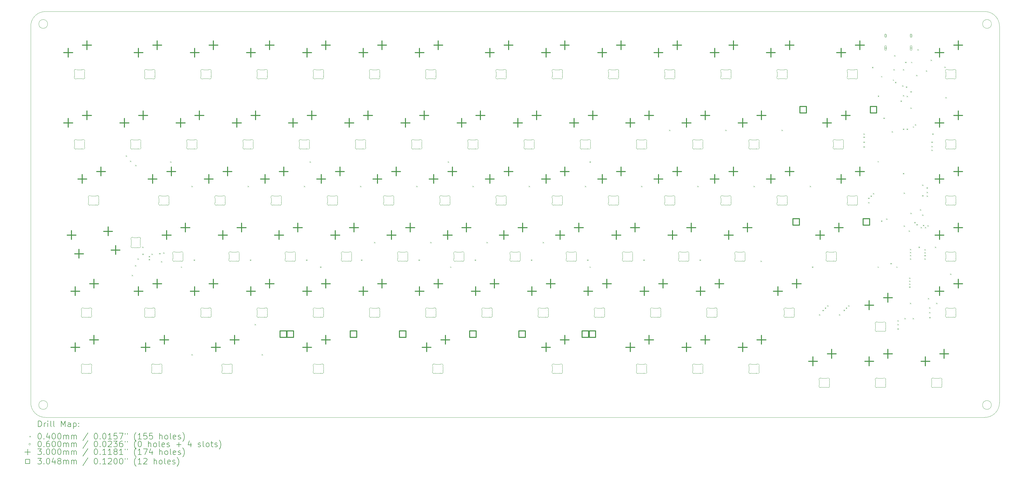
<source format=gbr>
%TF.GenerationSoftware,KiCad,Pcbnew,8.0.4*%
%TF.CreationDate,2024-09-06T17:25:09+02:00*%
%TF.ProjectId,kicad8,6b696361-6438-42e6-9b69-6361645f7063,rev?*%
%TF.SameCoordinates,Original*%
%TF.FileFunction,Drillmap*%
%TF.FilePolarity,Positive*%
%FSLAX45Y45*%
G04 Gerber Fmt 4.5, Leading zero omitted, Abs format (unit mm)*
G04 Created by KiCad (PCBNEW 8.0.4) date 2024-09-06 17:25:09*
%MOMM*%
%LPD*%
G01*
G04 APERTURE LIST*
%ADD10C,0.100000*%
%ADD11C,0.200000*%
%ADD12C,0.300000*%
%ADD13C,0.304800*%
G04 APERTURE END LIST*
D10*
X1385859Y-14185136D02*
G75*
G02*
X1085859Y-14185136I-150000J0D01*
G01*
X1085859Y-14185136D02*
G75*
G02*
X1385859Y-14185136I150000J0D01*
G01*
X1313673Y-14607322D02*
G75*
G02*
X813673Y-14107322I0J500000D01*
G01*
X33146173Y-824822D02*
G75*
G02*
X33646168Y-1324823I-3J-499998D01*
G01*
X813673Y-14107322D02*
X813673Y-1324823D01*
X33646173Y-14107322D02*
G75*
G02*
X33146173Y-14607323I-500003J3D01*
G01*
X33646173Y-1324823D02*
X33646173Y-14107322D01*
X33371699Y-14185136D02*
G75*
G02*
X33071699Y-14185136I-150000J0D01*
G01*
X33071699Y-14185136D02*
G75*
G02*
X33371699Y-14185136I150000J0D01*
G01*
X1385860Y-1247010D02*
G75*
G02*
X1085860Y-1247010I-150000J0D01*
G01*
X1085860Y-1247010D02*
G75*
G02*
X1385860Y-1247010I150000J0D01*
G01*
X1313673Y-824822D02*
X33146173Y-824822D01*
X33373985Y-1247010D02*
G75*
G02*
X33073985Y-1247010I-150000J0D01*
G01*
X33073985Y-1247010D02*
G75*
G02*
X33373985Y-1247010I150000J0D01*
G01*
X813673Y-1324823D02*
G75*
G02*
X1313673Y-824822I500000J0D01*
G01*
X33146173Y-14607322D02*
X1313673Y-14607322D01*
X28489923Y-7169538D02*
X28489923Y-7310107D01*
X28580477Y-7389822D02*
X28739368Y-7389822D01*
X28739368Y-7089822D02*
X28580477Y-7089822D01*
X28829923Y-7310107D02*
X28829923Y-7169538D01*
X28484974Y-7147850D02*
G75*
G02*
X28489924Y-7169538I-45102J-21702D01*
G01*
X28484974Y-7147850D02*
G75*
G02*
X28555252Y-7082992I45051J21688D01*
G01*
X28489923Y-7310107D02*
G75*
G02*
X28484974Y-7331794I-50035J8D01*
G01*
X28555252Y-7396652D02*
G75*
G02*
X28484975Y-7331795I-25226J43170D01*
G01*
X28555252Y-7396652D02*
G75*
G02*
X28580477Y-7389822I25226J-43171D01*
G01*
X28580477Y-7089822D02*
G75*
G02*
X28555252Y-7082992I0J50001D01*
G01*
X28739368Y-7389822D02*
G75*
G02*
X28764594Y-7396652I0J-50001D01*
G01*
X28764594Y-7082993D02*
G75*
G02*
X28739368Y-7089822I-25226J43171D01*
G01*
X28764594Y-7082993D02*
G75*
G02*
X28834871Y-7147850I25226J-43170D01*
G01*
X28829923Y-7169538D02*
G75*
G02*
X28834871Y-7147850I49999J0D01*
G01*
X28834871Y-7331794D02*
G75*
G02*
X28764594Y-7396652I-45051J-21688D01*
G01*
X28834871Y-7331794D02*
G75*
G02*
X28829923Y-7310107I45051J21688D01*
G01*
X31823673Y-9074538D02*
X31823673Y-9215107D01*
X31914227Y-9294823D02*
X32073118Y-9294823D01*
X32073118Y-8994823D02*
X31914227Y-8994823D01*
X32163673Y-9215107D02*
X32163673Y-9074538D01*
X31818724Y-9052851D02*
G75*
G02*
X31823673Y-9074538I-45051J-21688D01*
G01*
X31818724Y-9052851D02*
G75*
G02*
X31889002Y-8987993I45051J21688D01*
G01*
X31823673Y-9215107D02*
G75*
G02*
X31818724Y-9236795I-49999J0D01*
G01*
X31889002Y-9301652D02*
G75*
G02*
X31818724Y-9236795I-25226J43170D01*
G01*
X31889002Y-9301652D02*
G75*
G02*
X31914227Y-9294823I25226J-43171D01*
G01*
X31914227Y-8994823D02*
G75*
G02*
X31889002Y-8987993I0J50001D01*
G01*
X32073118Y-9294823D02*
G75*
G02*
X32098344Y-9301653I0J-50001D01*
G01*
X32098344Y-8987993D02*
G75*
G02*
X32073118Y-8994823I-25226J43171D01*
G01*
X32098344Y-8987993D02*
G75*
G02*
X32168621Y-9052850I25226J-43170D01*
G01*
X32163673Y-9074538D02*
G75*
G02*
X32168621Y-9052851I50035J-8D01*
G01*
X32168621Y-9236795D02*
G75*
G02*
X32098344Y-9301653I-45051J-21688D01*
G01*
X32168621Y-9236795D02*
G75*
G02*
X32163671Y-9215107I45102J21702D01*
G01*
X2296173Y-5264538D02*
X2296173Y-5405107D01*
X2386727Y-5484823D02*
X2545618Y-5484823D01*
X2545618Y-5184823D02*
X2386728Y-5184823D01*
X2636173Y-5405107D02*
X2636173Y-5264538D01*
X2291224Y-5242851D02*
G75*
G02*
X2296173Y-5264538I-45051J-21688D01*
G01*
X2291224Y-5242851D02*
G75*
G02*
X2361502Y-5177993I45051J21688D01*
G01*
X2296173Y-5405107D02*
G75*
G02*
X2291224Y-5426795I-49999J0D01*
G01*
X2361502Y-5491652D02*
G75*
G02*
X2291224Y-5426795I-25226J43170D01*
G01*
X2361502Y-5491652D02*
G75*
G02*
X2386727Y-5484823I25226J-43171D01*
G01*
X2386728Y-5184823D02*
G75*
G02*
X2361502Y-5177993I0J50001D01*
G01*
X2545618Y-5484823D02*
G75*
G02*
X2570844Y-5491653I0J-50001D01*
G01*
X2570844Y-5177993D02*
G75*
G02*
X2545618Y-5184823I-25226J43171D01*
G01*
X2570844Y-5177993D02*
G75*
G02*
X2641121Y-5242850I25226J-43170D01*
G01*
X2636173Y-5264538D02*
G75*
G02*
X2641121Y-5242851I50035J-8D01*
G01*
X2641121Y-5426795D02*
G75*
G02*
X2570844Y-5491653I-45051J-21688D01*
G01*
X2641121Y-5426795D02*
G75*
G02*
X2636171Y-5405107I45102J21702D01*
G01*
X18488673Y-12884538D02*
X18488673Y-13025107D01*
X18579227Y-13104822D02*
X18738118Y-13104822D01*
X18738118Y-12804823D02*
X18579228Y-12804823D01*
X18828673Y-13025107D02*
X18828673Y-12884538D01*
X18483724Y-12862850D02*
G75*
G02*
X18488673Y-12884538I-45051J-21688D01*
G01*
X18483724Y-12862851D02*
G75*
G02*
X18554002Y-12797993I45051J21688D01*
G01*
X18488673Y-13025107D02*
G75*
G02*
X18483724Y-13046795I-49999J0D01*
G01*
X18554002Y-13111652D02*
G75*
G02*
X18483724Y-13046795I-25226J43170D01*
G01*
X18554002Y-13111652D02*
G75*
G02*
X18579227Y-13104822I25226J-43170D01*
G01*
X18579228Y-12804823D02*
G75*
G02*
X18554002Y-12797993I0J50001D01*
G01*
X18738118Y-13104823D02*
G75*
G02*
X18763344Y-13111652I0J-50001D01*
G01*
X18763344Y-12797993D02*
G75*
G02*
X18738118Y-12804822I-25226J43171D01*
G01*
X18763344Y-12797993D02*
G75*
G02*
X18833621Y-12862850I25226J-43170D01*
G01*
X18828673Y-12884538D02*
G75*
G02*
X18833621Y-12862850I50035J-8D01*
G01*
X18833621Y-13046795D02*
G75*
G02*
X18763344Y-13111652I-45051J-21688D01*
G01*
X18833621Y-13046795D02*
G75*
G02*
X18828671Y-13025107I45102J21702D01*
G01*
X31823673Y-7169538D02*
X31823673Y-7310107D01*
X31914227Y-7389822D02*
X32073118Y-7389822D01*
X32073118Y-7089822D02*
X31914227Y-7089822D01*
X32163673Y-7310107D02*
X32163673Y-7169538D01*
X31818724Y-7147850D02*
G75*
G02*
X31823674Y-7169538I-45102J-21702D01*
G01*
X31818724Y-7147850D02*
G75*
G02*
X31889002Y-7082992I45051J21688D01*
G01*
X31823673Y-7310107D02*
G75*
G02*
X31818724Y-7331794I-50035J8D01*
G01*
X31889002Y-7396652D02*
G75*
G02*
X31818725Y-7331795I-25226J43170D01*
G01*
X31889002Y-7396652D02*
G75*
G02*
X31914227Y-7389822I25226J-43171D01*
G01*
X31914227Y-7089822D02*
G75*
G02*
X31889002Y-7082992I0J50001D01*
G01*
X32073118Y-7389822D02*
G75*
G02*
X32098344Y-7396652I0J-50001D01*
G01*
X32098344Y-7082993D02*
G75*
G02*
X32073118Y-7089822I-25226J43171D01*
G01*
X32098344Y-7082993D02*
G75*
G02*
X32168621Y-7147850I25226J-43170D01*
G01*
X32163673Y-7169538D02*
G75*
G02*
X32168621Y-7147850I49999J0D01*
G01*
X32168621Y-7331794D02*
G75*
G02*
X32098344Y-7396652I-45051J-21688D01*
G01*
X32168621Y-7331794D02*
G75*
G02*
X32163673Y-7310107I45051J21688D01*
G01*
X28489923Y-2883288D02*
X28489923Y-3023857D01*
X28580477Y-3103572D02*
X28739368Y-3103572D01*
X28739368Y-2803572D02*
X28580477Y-2803572D01*
X28829923Y-3023857D02*
X28829923Y-2883288D01*
X28484974Y-2861600D02*
G75*
G02*
X28489924Y-2883288I-45102J-21702D01*
G01*
X28484974Y-2861600D02*
G75*
G02*
X28555252Y-2796742I45051J21688D01*
G01*
X28489923Y-3023857D02*
G75*
G02*
X28484974Y-3045544I-50035J8D01*
G01*
X28555252Y-3110402D02*
G75*
G02*
X28484975Y-3045545I-25226J43170D01*
G01*
X28555252Y-3110402D02*
G75*
G02*
X28580477Y-3103572I25226J-43171D01*
G01*
X28580477Y-2803572D02*
G75*
G02*
X28555252Y-2796742I0J50001D01*
G01*
X28739368Y-3103572D02*
G75*
G02*
X28764594Y-3110402I0J-50001D01*
G01*
X28764594Y-2796743D02*
G75*
G02*
X28739368Y-2803572I-25226J43171D01*
G01*
X28764594Y-2796743D02*
G75*
G02*
X28834871Y-2861600I25226J-43170D01*
G01*
X28829923Y-2883288D02*
G75*
G02*
X28834871Y-2861600I49999J0D01*
G01*
X28834871Y-3045544D02*
G75*
G02*
X28764594Y-3110402I-45051J-21688D01*
G01*
X28834871Y-3045544D02*
G75*
G02*
X28829923Y-3023857I45051J21688D01*
G01*
X14678673Y-7169538D02*
X14678673Y-7310107D01*
X14769227Y-7389822D02*
X14928118Y-7389822D01*
X14928118Y-7089822D02*
X14769227Y-7089822D01*
X15018673Y-7310107D02*
X15018673Y-7169538D01*
X14673724Y-7147850D02*
G75*
G02*
X14678674Y-7169538I-45102J-21702D01*
G01*
X14673724Y-7147850D02*
G75*
G02*
X14744002Y-7082992I45051J21688D01*
G01*
X14678673Y-7310107D02*
G75*
G02*
X14673724Y-7331794I-50035J8D01*
G01*
X14744002Y-7396652D02*
G75*
G02*
X14673725Y-7331795I-25226J43170D01*
G01*
X14744002Y-7396652D02*
G75*
G02*
X14769227Y-7389822I25226J-43171D01*
G01*
X14769227Y-7089822D02*
G75*
G02*
X14744002Y-7082992I0J50001D01*
G01*
X14928118Y-7389822D02*
G75*
G02*
X14953344Y-7396652I0J-50001D01*
G01*
X14953344Y-7082993D02*
G75*
G02*
X14928118Y-7089822I-25226J43171D01*
G01*
X14953344Y-7082993D02*
G75*
G02*
X15023621Y-7147850I25226J-43170D01*
G01*
X15018673Y-7169538D02*
G75*
G02*
X15023621Y-7147850I49999J0D01*
G01*
X15023621Y-7331794D02*
G75*
G02*
X14953344Y-7396652I-45051J-21688D01*
G01*
X15023621Y-7331794D02*
G75*
G02*
X15018673Y-7310107I45051J21688D01*
G01*
X12297423Y-2883288D02*
X12297423Y-3023857D01*
X12387977Y-3103572D02*
X12546868Y-3103572D01*
X12546868Y-2803572D02*
X12387977Y-2803572D01*
X12637423Y-3023857D02*
X12637423Y-2883288D01*
X12292474Y-2861600D02*
G75*
G02*
X12297424Y-2883288I-45102J-21702D01*
G01*
X12292474Y-2861600D02*
G75*
G02*
X12362752Y-2796742I45051J21688D01*
G01*
X12297423Y-3023857D02*
G75*
G02*
X12292474Y-3045544I-50035J8D01*
G01*
X12362752Y-3110402D02*
G75*
G02*
X12292475Y-3045545I-25226J43170D01*
G01*
X12362752Y-3110402D02*
G75*
G02*
X12387977Y-3103572I25226J-43171D01*
G01*
X12387977Y-2803572D02*
G75*
G02*
X12362752Y-2796742I0J50001D01*
G01*
X12546868Y-3103572D02*
G75*
G02*
X12572094Y-3110402I0J-50001D01*
G01*
X12572094Y-2796743D02*
G75*
G02*
X12546868Y-2803572I-25226J43171D01*
G01*
X12572094Y-2796743D02*
G75*
G02*
X12642371Y-2861600I25226J-43170D01*
G01*
X12637423Y-2883288D02*
G75*
G02*
X12642371Y-2861600I49999J0D01*
G01*
X12642371Y-3045544D02*
G75*
G02*
X12572094Y-3110402I-45051J-21688D01*
G01*
X12642371Y-3045544D02*
G75*
G02*
X12637423Y-3023857I45051J21688D01*
G01*
X9916173Y-5264538D02*
X9916173Y-5405107D01*
X10006727Y-5484823D02*
X10165618Y-5484823D01*
X10165618Y-5184823D02*
X10006728Y-5184823D01*
X10256173Y-5405107D02*
X10256173Y-5264538D01*
X9911224Y-5242851D02*
G75*
G02*
X9916173Y-5264538I-45051J-21688D01*
G01*
X9911224Y-5242851D02*
G75*
G02*
X9981502Y-5177993I45051J21688D01*
G01*
X9916173Y-5405107D02*
G75*
G02*
X9911224Y-5426795I-49999J0D01*
G01*
X9981502Y-5491652D02*
G75*
G02*
X9911224Y-5426795I-25226J43170D01*
G01*
X9981502Y-5491652D02*
G75*
G02*
X10006727Y-5484823I25226J-43171D01*
G01*
X10006728Y-5184823D02*
G75*
G02*
X9981502Y-5177993I0J50001D01*
G01*
X10165618Y-5484823D02*
G75*
G02*
X10190844Y-5491653I0J-50001D01*
G01*
X10190844Y-5177993D02*
G75*
G02*
X10165618Y-5184823I-25226J43171D01*
G01*
X10190844Y-5177993D02*
G75*
G02*
X10261121Y-5242850I25226J-43170D01*
G01*
X10256173Y-5264538D02*
G75*
G02*
X10261121Y-5242851I50035J-8D01*
G01*
X10261121Y-5426795D02*
G75*
G02*
X10190844Y-5491653I-45051J-21688D01*
G01*
X10261121Y-5426795D02*
G75*
G02*
X10256171Y-5405107I45102J21702D01*
G01*
X18964923Y-9074538D02*
X18964923Y-9215107D01*
X19055477Y-9294823D02*
X19214368Y-9294823D01*
X19214368Y-8994823D02*
X19055478Y-8994823D01*
X19304923Y-9215107D02*
X19304923Y-9074538D01*
X18959974Y-9052851D02*
G75*
G02*
X18964923Y-9074538I-45051J-21688D01*
G01*
X18959974Y-9052851D02*
G75*
G02*
X19030252Y-8987993I45051J21688D01*
G01*
X18964923Y-9215107D02*
G75*
G02*
X18959974Y-9236795I-49999J0D01*
G01*
X19030252Y-9301652D02*
G75*
G02*
X18959974Y-9236795I-25226J43170D01*
G01*
X19030252Y-9301652D02*
G75*
G02*
X19055477Y-9294823I25226J-43171D01*
G01*
X19055478Y-8994823D02*
G75*
G02*
X19030252Y-8987993I0J50001D01*
G01*
X19214368Y-9294823D02*
G75*
G02*
X19239594Y-9301653I0J-50001D01*
G01*
X19239594Y-8987993D02*
G75*
G02*
X19214368Y-8994823I-25226J43171D01*
G01*
X19239594Y-8987993D02*
G75*
G02*
X19309871Y-9052850I25226J-43170D01*
G01*
X19304923Y-9074538D02*
G75*
G02*
X19309871Y-9052851I50035J-8D01*
G01*
X19309871Y-9236795D02*
G75*
G02*
X19239594Y-9301653I-45051J-21688D01*
G01*
X19309871Y-9236795D02*
G75*
G02*
X19304921Y-9215107I45102J21702D01*
G01*
X22774923Y-9074538D02*
X22774923Y-9215107D01*
X22865477Y-9294823D02*
X23024368Y-9294823D01*
X23024368Y-8994823D02*
X22865477Y-8994823D01*
X23114923Y-9215107D02*
X23114923Y-9074538D01*
X22769974Y-9052851D02*
G75*
G02*
X22774923Y-9074538I-45051J-21688D01*
G01*
X22769974Y-9052851D02*
G75*
G02*
X22840252Y-8987993I45051J21688D01*
G01*
X22774923Y-9215107D02*
G75*
G02*
X22769974Y-9236795I-49999J0D01*
G01*
X22840252Y-9301652D02*
G75*
G02*
X22769974Y-9236795I-25226J43170D01*
G01*
X22840252Y-9301652D02*
G75*
G02*
X22865477Y-9294823I25226J-43171D01*
G01*
X22865477Y-8994823D02*
G75*
G02*
X22840252Y-8987993I0J50001D01*
G01*
X23024368Y-9294823D02*
G75*
G02*
X23049594Y-9301653I0J-50001D01*
G01*
X23049594Y-8987993D02*
G75*
G02*
X23024368Y-8994823I-25226J43171D01*
G01*
X23049594Y-8987993D02*
G75*
G02*
X23119871Y-9052850I25226J-43170D01*
G01*
X23114923Y-9074538D02*
G75*
G02*
X23119871Y-9052851I50035J-8D01*
G01*
X23119871Y-9236795D02*
G75*
G02*
X23049594Y-9301653I-45051J-21688D01*
G01*
X23119871Y-9236795D02*
G75*
G02*
X23114921Y-9215107I45102J21702D01*
G01*
X6582423Y-10979538D02*
X6582423Y-11120107D01*
X6672977Y-11199822D02*
X6831868Y-11199822D01*
X6831868Y-10899823D02*
X6672977Y-10899823D01*
X6922423Y-11120107D02*
X6922423Y-10979538D01*
X6577474Y-10957850D02*
G75*
G02*
X6582424Y-10979538I-45102J-21702D01*
G01*
X6577474Y-10957850D02*
G75*
G02*
X6647752Y-10892993I45051J21688D01*
G01*
X6582423Y-11120107D02*
G75*
G02*
X6577474Y-11141794I-50035J8D01*
G01*
X6647752Y-11206652D02*
G75*
G02*
X6577475Y-11141795I-25226J43170D01*
G01*
X6647752Y-11206652D02*
G75*
G02*
X6672977Y-11199822I25226J-43171D01*
G01*
X6672977Y-10899822D02*
G75*
G02*
X6647752Y-10892993I0J50001D01*
G01*
X6831868Y-11199822D02*
G75*
G02*
X6857094Y-11206652I0J-50001D01*
G01*
X6857094Y-10892993D02*
G75*
G02*
X6831868Y-10899823I-25226J43171D01*
G01*
X6857094Y-10892993D02*
G75*
G02*
X6927371Y-10957850I25226J-43170D01*
G01*
X6922423Y-10979538D02*
G75*
G02*
X6927371Y-10957850I49999J0D01*
G01*
X6927371Y-11141794D02*
G75*
G02*
X6857094Y-11206652I-45051J-21688D01*
G01*
X6927371Y-11141794D02*
G75*
G02*
X6922423Y-11120107I45051J21688D01*
G01*
X4677423Y-10979538D02*
X4677423Y-11120107D01*
X4767978Y-11199822D02*
X4926868Y-11199822D01*
X4926868Y-10899823D02*
X4767978Y-10899823D01*
X5017423Y-11120107D02*
X5017423Y-10979538D01*
X4672474Y-10957850D02*
G75*
G02*
X4677424Y-10979538I-45102J-21702D01*
G01*
X4672474Y-10957850D02*
G75*
G02*
X4742752Y-10892993I45051J21688D01*
G01*
X4677423Y-11120107D02*
G75*
G02*
X4672474Y-11141794I-50035J8D01*
G01*
X4742752Y-11206652D02*
G75*
G02*
X4672475Y-11141795I-25226J43170D01*
G01*
X4742752Y-11206652D02*
G75*
G02*
X4767978Y-11199822I25226J-43171D01*
G01*
X4767977Y-10899822D02*
G75*
G02*
X4742752Y-10892993I0J50001D01*
G01*
X4926868Y-11199822D02*
G75*
G02*
X4952094Y-11206652I0J-50001D01*
G01*
X4952094Y-10892993D02*
G75*
G02*
X4926868Y-10899823I-25226J43171D01*
G01*
X4952094Y-10892993D02*
G75*
G02*
X5022371Y-10957850I25226J-43170D01*
G01*
X5017423Y-10979538D02*
G75*
G02*
X5022371Y-10957850I49999J0D01*
G01*
X5022371Y-11141794D02*
G75*
G02*
X4952094Y-11206652I-45051J-21688D01*
G01*
X5022371Y-11141794D02*
G75*
G02*
X5017423Y-11120107I45051J21688D01*
G01*
X7534923Y-9074538D02*
X7534923Y-9215107D01*
X7625477Y-9294823D02*
X7784368Y-9294823D01*
X7784368Y-8994823D02*
X7625477Y-8994823D01*
X7874923Y-9215107D02*
X7874923Y-9074538D01*
X7529974Y-9052851D02*
G75*
G02*
X7534923Y-9074538I-45051J-21688D01*
G01*
X7529974Y-9052851D02*
G75*
G02*
X7600252Y-8987993I45051J21688D01*
G01*
X7534923Y-9215107D02*
G75*
G02*
X7529974Y-9236795I-49999J0D01*
G01*
X7600252Y-9301652D02*
G75*
G02*
X7529974Y-9236795I-25226J43170D01*
G01*
X7600252Y-9301652D02*
G75*
G02*
X7625477Y-9294823I25226J-43171D01*
G01*
X7625477Y-8994823D02*
G75*
G02*
X7600252Y-8987993I0J50001D01*
G01*
X7784368Y-9294823D02*
G75*
G02*
X7809594Y-9301653I0J-50001D01*
G01*
X7809594Y-8987993D02*
G75*
G02*
X7784368Y-8994823I-25226J43171D01*
G01*
X7809594Y-8987993D02*
G75*
G02*
X7879871Y-9052850I25226J-43170D01*
G01*
X7874923Y-9074538D02*
G75*
G02*
X7879871Y-9052851I50035J-8D01*
G01*
X7879871Y-9236795D02*
G75*
G02*
X7809594Y-9301653I-45051J-21688D01*
G01*
X7879871Y-9236795D02*
G75*
G02*
X7874921Y-9215107I45102J21702D01*
G01*
X24679923Y-9074538D02*
X24679923Y-9215107D01*
X24770477Y-9294823D02*
X24929368Y-9294823D01*
X24929368Y-8994823D02*
X24770477Y-8994823D01*
X25019923Y-9215107D02*
X25019923Y-9074538D01*
X24674974Y-9052851D02*
G75*
G02*
X24679923Y-9074538I-45051J-21688D01*
G01*
X24674974Y-9052851D02*
G75*
G02*
X24745252Y-8987993I45051J21688D01*
G01*
X24679923Y-9215107D02*
G75*
G02*
X24674974Y-9236795I-49999J0D01*
G01*
X24745252Y-9301652D02*
G75*
G02*
X24674974Y-9236795I-25226J43170D01*
G01*
X24745252Y-9301652D02*
G75*
G02*
X24770477Y-9294823I25226J-43171D01*
G01*
X24770477Y-8994823D02*
G75*
G02*
X24745252Y-8987993I0J50001D01*
G01*
X24929368Y-9294823D02*
G75*
G02*
X24954594Y-9301653I0J-50001D01*
G01*
X24954594Y-8987993D02*
G75*
G02*
X24929368Y-8994823I-25226J43171D01*
G01*
X24954594Y-8987993D02*
G75*
G02*
X25024871Y-9052850I25226J-43170D01*
G01*
X25019923Y-9074538D02*
G75*
G02*
X25024871Y-9052851I50035J-8D01*
G01*
X25024871Y-9236795D02*
G75*
G02*
X24954594Y-9301653I-45051J-21688D01*
G01*
X25024871Y-9236795D02*
G75*
G02*
X25019921Y-9215107I45102J21702D01*
G01*
X10392423Y-10979538D02*
X10392423Y-11120107D01*
X10482978Y-11199822D02*
X10641868Y-11199822D01*
X10641868Y-10899823D02*
X10482978Y-10899823D01*
X10732423Y-11120107D02*
X10732423Y-10979538D01*
X10387474Y-10957850D02*
G75*
G02*
X10392424Y-10979538I-45102J-21702D01*
G01*
X10387474Y-10957850D02*
G75*
G02*
X10457752Y-10892993I45051J21688D01*
G01*
X10392423Y-11120107D02*
G75*
G02*
X10387474Y-11141794I-50035J8D01*
G01*
X10457752Y-11206652D02*
G75*
G02*
X10387475Y-11141795I-25226J43170D01*
G01*
X10457752Y-11206652D02*
G75*
G02*
X10482978Y-11199822I25226J-43171D01*
G01*
X10482977Y-10899822D02*
G75*
G02*
X10457752Y-10892993I0J50001D01*
G01*
X10641868Y-11199822D02*
G75*
G02*
X10667094Y-11206652I0J-50001D01*
G01*
X10667094Y-10892993D02*
G75*
G02*
X10641868Y-10899823I-25226J43171D01*
G01*
X10667094Y-10892993D02*
G75*
G02*
X10737371Y-10957850I25226J-43170D01*
G01*
X10732423Y-10979538D02*
G75*
G02*
X10737371Y-10957850I49999J0D01*
G01*
X10737371Y-11141794D02*
G75*
G02*
X10667094Y-11206652I-45051J-21688D01*
G01*
X10737371Y-11141794D02*
G75*
G02*
X10732423Y-11120107I45051J21688D01*
G01*
X22298673Y-7169538D02*
X22298673Y-7310107D01*
X22389227Y-7389822D02*
X22548118Y-7389822D01*
X22548118Y-7089822D02*
X22389227Y-7089822D01*
X22638673Y-7310107D02*
X22638673Y-7169538D01*
X22293724Y-7147850D02*
G75*
G02*
X22298674Y-7169538I-45102J-21702D01*
G01*
X22293724Y-7147850D02*
G75*
G02*
X22364002Y-7082992I45051J21688D01*
G01*
X22298673Y-7310107D02*
G75*
G02*
X22293724Y-7331794I-50035J8D01*
G01*
X22364002Y-7396652D02*
G75*
G02*
X22293725Y-7331795I-25226J43170D01*
G01*
X22364002Y-7396652D02*
G75*
G02*
X22389227Y-7389822I25226J-43171D01*
G01*
X22389227Y-7089822D02*
G75*
G02*
X22364002Y-7082992I0J50001D01*
G01*
X22548118Y-7389822D02*
G75*
G02*
X22573344Y-7396652I0J-50001D01*
G01*
X22573344Y-7082993D02*
G75*
G02*
X22548118Y-7089822I-25226J43171D01*
G01*
X22573344Y-7082993D02*
G75*
G02*
X22643621Y-7147850I25226J-43170D01*
G01*
X22638673Y-7169538D02*
G75*
G02*
X22643621Y-7147850I49999J0D01*
G01*
X22643621Y-7331794D02*
G75*
G02*
X22573344Y-7396652I-45051J-21688D01*
G01*
X22643621Y-7331794D02*
G75*
G02*
X22638673Y-7310107I45051J21688D01*
G01*
X31823673Y-10979538D02*
X31823673Y-11120107D01*
X31914227Y-11199822D02*
X32073118Y-11199822D01*
X32073118Y-10899823D02*
X31914227Y-10899823D01*
X32163673Y-11120107D02*
X32163673Y-10979538D01*
X31818724Y-10957850D02*
G75*
G02*
X31823674Y-10979538I-45102J-21702D01*
G01*
X31818724Y-10957850D02*
G75*
G02*
X31889002Y-10892993I45051J21688D01*
G01*
X31823673Y-11120107D02*
G75*
G02*
X31818724Y-11141794I-50035J8D01*
G01*
X31889002Y-11206652D02*
G75*
G02*
X31818725Y-11141795I-25226J43170D01*
G01*
X31889002Y-11206652D02*
G75*
G02*
X31914227Y-11199822I25226J-43171D01*
G01*
X31914227Y-10899822D02*
G75*
G02*
X31889002Y-10892993I0J50001D01*
G01*
X32073118Y-11199822D02*
G75*
G02*
X32098344Y-11206652I0J-50001D01*
G01*
X32098344Y-10892993D02*
G75*
G02*
X32073118Y-10899823I-25226J43171D01*
G01*
X32098344Y-10892993D02*
G75*
G02*
X32168621Y-10957850I25226J-43170D01*
G01*
X32163673Y-10979538D02*
G75*
G02*
X32168621Y-10957850I49999J0D01*
G01*
X32168621Y-11141794D02*
G75*
G02*
X32098344Y-11206652I-45051J-21688D01*
G01*
X32168621Y-11141794D02*
G75*
G02*
X32163673Y-11120107I45051J21688D01*
G01*
X16583673Y-7169538D02*
X16583673Y-7310107D01*
X16674227Y-7389822D02*
X16833118Y-7389822D01*
X16833118Y-7089822D02*
X16674227Y-7089822D01*
X16923673Y-7310107D02*
X16923673Y-7169538D01*
X16578724Y-7147850D02*
G75*
G02*
X16583674Y-7169538I-45102J-21702D01*
G01*
X16578724Y-7147850D02*
G75*
G02*
X16649002Y-7082992I45051J21688D01*
G01*
X16583673Y-7310107D02*
G75*
G02*
X16578724Y-7331794I-50035J8D01*
G01*
X16649002Y-7396652D02*
G75*
G02*
X16578725Y-7331795I-25226J43170D01*
G01*
X16649002Y-7396652D02*
G75*
G02*
X16674227Y-7389822I25226J-43171D01*
G01*
X16674227Y-7089822D02*
G75*
G02*
X16649002Y-7082992I0J50001D01*
G01*
X16833118Y-7389822D02*
G75*
G02*
X16858344Y-7396652I0J-50001D01*
G01*
X16858344Y-7082993D02*
G75*
G02*
X16833118Y-7089822I-25226J43171D01*
G01*
X16858344Y-7082993D02*
G75*
G02*
X16928621Y-7147850I25226J-43170D01*
G01*
X16923673Y-7169538D02*
G75*
G02*
X16928621Y-7147850I49999J0D01*
G01*
X16928621Y-7331794D02*
G75*
G02*
X16858344Y-7396652I-45051J-21688D01*
G01*
X16928621Y-7331794D02*
G75*
G02*
X16923673Y-7310107I45051J21688D01*
G01*
X12773673Y-7169538D02*
X12773673Y-7310107D01*
X12864227Y-7389822D02*
X13023118Y-7389822D01*
X13023118Y-7089822D02*
X12864227Y-7089822D01*
X13113673Y-7310107D02*
X13113673Y-7169538D01*
X12768724Y-7147850D02*
G75*
G02*
X12773674Y-7169538I-45102J-21702D01*
G01*
X12768724Y-7147850D02*
G75*
G02*
X12839002Y-7082992I45051J21688D01*
G01*
X12773673Y-7310107D02*
G75*
G02*
X12768724Y-7331794I-50035J8D01*
G01*
X12839002Y-7396652D02*
G75*
G02*
X12768725Y-7331795I-25226J43170D01*
G01*
X12839002Y-7396652D02*
G75*
G02*
X12864227Y-7389822I25226J-43171D01*
G01*
X12864227Y-7089822D02*
G75*
G02*
X12839002Y-7082992I0J50001D01*
G01*
X13023118Y-7389822D02*
G75*
G02*
X13048344Y-7396652I0J-50001D01*
G01*
X13048344Y-7082993D02*
G75*
G02*
X13023118Y-7089822I-25226J43171D01*
G01*
X13048344Y-7082993D02*
G75*
G02*
X13118621Y-7147850I25226J-43170D01*
G01*
X13113673Y-7169538D02*
G75*
G02*
X13118621Y-7147850I49999J0D01*
G01*
X13118621Y-7331794D02*
G75*
G02*
X13048344Y-7396652I-45051J-21688D01*
G01*
X13118621Y-7331794D02*
G75*
G02*
X13113673Y-7310107I45051J21688D01*
G01*
X16583673Y-2883288D02*
X16583673Y-3023857D01*
X16674227Y-3103572D02*
X16833118Y-3103572D01*
X16833118Y-2803572D02*
X16674227Y-2803572D01*
X16923673Y-3023857D02*
X16923673Y-2883288D01*
X16578724Y-2861600D02*
G75*
G02*
X16583674Y-2883288I-45102J-21702D01*
G01*
X16578724Y-2861600D02*
G75*
G02*
X16649002Y-2796742I45051J21688D01*
G01*
X16583673Y-3023857D02*
G75*
G02*
X16578724Y-3045544I-50035J8D01*
G01*
X16649002Y-3110402D02*
G75*
G02*
X16578725Y-3045545I-25226J43170D01*
G01*
X16649002Y-3110402D02*
G75*
G02*
X16674227Y-3103572I25226J-43171D01*
G01*
X16674227Y-2803572D02*
G75*
G02*
X16649002Y-2796742I0J50001D01*
G01*
X16833118Y-3103572D02*
G75*
G02*
X16858344Y-3110402I0J-50001D01*
G01*
X16858344Y-2796743D02*
G75*
G02*
X16833118Y-2803572I-25226J43171D01*
G01*
X16858344Y-2796743D02*
G75*
G02*
X16928621Y-2861600I25226J-43170D01*
G01*
X16923673Y-2883288D02*
G75*
G02*
X16928621Y-2861600I49999J0D01*
G01*
X16928621Y-3045544D02*
G75*
G02*
X16858344Y-3110402I-45051J-21688D01*
G01*
X16928621Y-3045544D02*
G75*
G02*
X16923673Y-3023857I45051J21688D01*
G01*
X7058673Y-7169538D02*
X7058673Y-7310107D01*
X7149227Y-7389822D02*
X7308118Y-7389822D01*
X7308118Y-7089822D02*
X7149227Y-7089822D01*
X7398673Y-7310107D02*
X7398673Y-7169538D01*
X7053724Y-7147850D02*
G75*
G02*
X7058674Y-7169538I-45102J-21702D01*
G01*
X7053724Y-7147850D02*
G75*
G02*
X7124002Y-7082992I45051J21688D01*
G01*
X7058673Y-7310107D02*
G75*
G02*
X7053724Y-7331794I-50035J8D01*
G01*
X7124002Y-7396652D02*
G75*
G02*
X7053725Y-7331795I-25226J43170D01*
G01*
X7124002Y-7396652D02*
G75*
G02*
X7149227Y-7389822I25226J-43171D01*
G01*
X7149227Y-7089822D02*
G75*
G02*
X7124002Y-7082992I0J50001D01*
G01*
X7308118Y-7389822D02*
G75*
G02*
X7333344Y-7396652I0J-50001D01*
G01*
X7333344Y-7082993D02*
G75*
G02*
X7308118Y-7089822I-25226J43171D01*
G01*
X7333344Y-7082993D02*
G75*
G02*
X7403621Y-7147850I25226J-43170D01*
G01*
X7398673Y-7169538D02*
G75*
G02*
X7403621Y-7147850I49999J0D01*
G01*
X7403621Y-7331794D02*
G75*
G02*
X7333344Y-7396652I-45051J-21688D01*
G01*
X7403621Y-7331794D02*
G75*
G02*
X7398673Y-7310107I45051J21688D01*
G01*
X25156173Y-12884538D02*
X25156173Y-13025107D01*
X25246727Y-13104822D02*
X25405618Y-13104822D01*
X25405618Y-12804823D02*
X25246727Y-12804823D01*
X25496173Y-13025107D02*
X25496173Y-12884538D01*
X25151224Y-12862851D02*
G75*
G02*
X25156173Y-12884538I-45051J-21688D01*
G01*
X25151224Y-12862851D02*
G75*
G02*
X25221502Y-12797993I45051J21688D01*
G01*
X25156173Y-13025107D02*
G75*
G02*
X25151224Y-13046795I-49999J0D01*
G01*
X25221502Y-13111652D02*
G75*
G02*
X25151224Y-13046795I-25226J43170D01*
G01*
X25221502Y-13111652D02*
G75*
G02*
X25246727Y-13104822I25226J-43171D01*
G01*
X25246727Y-12804823D02*
G75*
G02*
X25221502Y-12797993I0J50001D01*
G01*
X25405618Y-13104823D02*
G75*
G02*
X25430844Y-13111652I0J-50001D01*
G01*
X25430844Y-12797993D02*
G75*
G02*
X25405618Y-12804822I-25226J43171D01*
G01*
X25430844Y-12797993D02*
G75*
G02*
X25501121Y-12862850I25226J-43170D01*
G01*
X25496173Y-12884538D02*
G75*
G02*
X25501121Y-12862851I50035J-8D01*
G01*
X25501121Y-13046795D02*
G75*
G02*
X25430844Y-13111652I-45051J-21688D01*
G01*
X25501121Y-13046795D02*
G75*
G02*
X25496171Y-13025107I45102J21702D01*
G01*
X23727423Y-10979538D02*
X23727423Y-11120107D01*
X23817977Y-11199822D02*
X23976868Y-11199822D01*
X23976868Y-10899823D02*
X23817977Y-10899823D01*
X24067423Y-11120107D02*
X24067423Y-10979538D01*
X23722474Y-10957850D02*
G75*
G02*
X23727424Y-10979538I-45102J-21702D01*
G01*
X23722474Y-10957850D02*
G75*
G02*
X23792752Y-10892993I45051J21688D01*
G01*
X23727423Y-11120107D02*
G75*
G02*
X23722474Y-11141794I-50035J8D01*
G01*
X23792752Y-11206652D02*
G75*
G02*
X23722475Y-11141795I-25226J43170D01*
G01*
X23792752Y-11206652D02*
G75*
G02*
X23817977Y-11199822I25226J-43171D01*
G01*
X23817977Y-10899822D02*
G75*
G02*
X23792752Y-10892993I0J50001D01*
G01*
X23976868Y-11199822D02*
G75*
G02*
X24002094Y-11206652I0J-50001D01*
G01*
X24002094Y-10892993D02*
G75*
G02*
X23976868Y-10899823I-25226J43171D01*
G01*
X24002094Y-10892993D02*
G75*
G02*
X24072371Y-10957850I25226J-43170D01*
G01*
X24067423Y-10979538D02*
G75*
G02*
X24072371Y-10957850I49999J0D01*
G01*
X24072371Y-11141794D02*
G75*
G02*
X24002094Y-11206652I-45051J-21688D01*
G01*
X24072371Y-11141794D02*
G75*
G02*
X24067423Y-11120107I45051J21688D01*
G01*
X4221173Y-8589127D02*
X4221173Y-8748018D01*
X4300888Y-8838572D02*
X4441457Y-8838572D01*
X4441457Y-8498573D02*
X4300888Y-8498573D01*
X4521173Y-8748018D02*
X4521173Y-8589127D01*
X4214343Y-8563901D02*
G75*
G02*
X4221173Y-8589127I-43171J-25226D01*
G01*
X4214343Y-8563901D02*
G75*
G02*
X4279201Y-8493624I43170J25226D01*
G01*
X4221173Y-8748018D02*
G75*
G02*
X4214343Y-8773244I-50001J0D01*
G01*
X4279201Y-8843521D02*
G75*
G02*
X4214343Y-8773244I-21688J45051D01*
G01*
X4279201Y-8843521D02*
G75*
G02*
X4300888Y-8838571I21702J-45102D01*
G01*
X4300888Y-8498573D02*
G75*
G02*
X4279201Y-8493624I0J49999D01*
G01*
X4441457Y-8838572D02*
G75*
G02*
X4463145Y-8843521I-8J-50035D01*
G01*
X4463145Y-8493624D02*
G75*
G02*
X4528003Y-8563901I21688J-45051D01*
G01*
X4463145Y-8493624D02*
G75*
G02*
X4441457Y-8498573I-21688J45051D01*
G01*
X4521173Y-8589127D02*
G75*
G02*
X4528003Y-8563901I50001J0D01*
G01*
X4528002Y-8773244D02*
G75*
G02*
X4463145Y-8843521I-43170J-25226D01*
G01*
X4528003Y-8773244D02*
G75*
G02*
X4521173Y-8748018I43171J25226D01*
G01*
X20869923Y-9074538D02*
X20869923Y-9215107D01*
X20960477Y-9294823D02*
X21119368Y-9294823D01*
X21119368Y-8994823D02*
X20960478Y-8994823D01*
X21209923Y-9215107D02*
X21209923Y-9074538D01*
X20864974Y-9052851D02*
G75*
G02*
X20869923Y-9074538I-45051J-21688D01*
G01*
X20864974Y-9052851D02*
G75*
G02*
X20935252Y-8987993I45051J21688D01*
G01*
X20869923Y-9215107D02*
G75*
G02*
X20864974Y-9236795I-49999J0D01*
G01*
X20935252Y-9301652D02*
G75*
G02*
X20864974Y-9236795I-25226J43170D01*
G01*
X20935252Y-9301652D02*
G75*
G02*
X20960477Y-9294823I25226J-43171D01*
G01*
X20960478Y-8994823D02*
G75*
G02*
X20935252Y-8987993I0J50001D01*
G01*
X21119368Y-9294823D02*
G75*
G02*
X21144594Y-9301653I0J-50001D01*
G01*
X21144594Y-8987993D02*
G75*
G02*
X21119368Y-8994823I-25226J43171D01*
G01*
X21144594Y-8987993D02*
G75*
G02*
X21214871Y-9052850I25226J-43170D01*
G01*
X21209923Y-9074538D02*
G75*
G02*
X21214871Y-9052851I50035J-8D01*
G01*
X21214871Y-9236795D02*
G75*
G02*
X21144594Y-9301653I-45051J-21688D01*
G01*
X21214871Y-9236795D02*
G75*
G02*
X21209921Y-9215107I45102J21702D01*
G01*
X15154923Y-9074538D02*
X15154923Y-9215107D01*
X15245477Y-9294823D02*
X15404368Y-9294823D01*
X15404368Y-8994823D02*
X15245477Y-8994823D01*
X15494923Y-9215107D02*
X15494923Y-9074538D01*
X15149974Y-9052851D02*
G75*
G02*
X15154923Y-9074538I-45051J-21688D01*
G01*
X15149974Y-9052851D02*
G75*
G02*
X15220252Y-8987993I45051J21688D01*
G01*
X15154923Y-9215107D02*
G75*
G02*
X15149974Y-9236795I-49999J0D01*
G01*
X15220252Y-9301652D02*
G75*
G02*
X15149974Y-9236795I-25226J43170D01*
G01*
X15220252Y-9301652D02*
G75*
G02*
X15245477Y-9294823I25226J-43171D01*
G01*
X15245477Y-8994823D02*
G75*
G02*
X15220252Y-8987993I0J50001D01*
G01*
X15404368Y-9294823D02*
G75*
G02*
X15429594Y-9301653I0J-50001D01*
G01*
X15429594Y-8987993D02*
G75*
G02*
X15404368Y-8994823I-25226J43171D01*
G01*
X15429594Y-8987993D02*
G75*
G02*
X15499871Y-9052850I25226J-43170D01*
G01*
X15494923Y-9074538D02*
G75*
G02*
X15499871Y-9052851I50035J-8D01*
G01*
X15499871Y-9236795D02*
G75*
G02*
X15429594Y-9301653I-45051J-21688D01*
G01*
X15499871Y-9236795D02*
G75*
G02*
X15494921Y-9215107I45102J21702D01*
G01*
X26346798Y-10979538D02*
X26346798Y-11120107D01*
X26437352Y-11199822D02*
X26596243Y-11199822D01*
X26596243Y-10899823D02*
X26437352Y-10899823D01*
X26686798Y-11120107D02*
X26686798Y-10979538D01*
X26341849Y-10957850D02*
G75*
G02*
X26346799Y-10979538I-45102J-21702D01*
G01*
X26341849Y-10957850D02*
G75*
G02*
X26412127Y-10892993I45051J21688D01*
G01*
X26346798Y-11120107D02*
G75*
G02*
X26341849Y-11141794I-50035J8D01*
G01*
X26412127Y-11206652D02*
G75*
G02*
X26341850Y-11141795I-25226J43170D01*
G01*
X26412127Y-11206652D02*
G75*
G02*
X26437352Y-11199822I25226J-43171D01*
G01*
X26437352Y-10899822D02*
G75*
G02*
X26412127Y-10892993I0J50001D01*
G01*
X26596243Y-11199822D02*
G75*
G02*
X26621469Y-11206652I0J-50001D01*
G01*
X26621469Y-10892993D02*
G75*
G02*
X26596243Y-10899823I-25226J43171D01*
G01*
X26621469Y-10892993D02*
G75*
G02*
X26691746Y-10957850I25226J-43170D01*
G01*
X26686798Y-10979538D02*
G75*
G02*
X26691746Y-10957850I49999J0D01*
G01*
X26691746Y-11141794D02*
G75*
G02*
X26621469Y-11206652I-45051J-21688D01*
G01*
X26691746Y-11141794D02*
G75*
G02*
X26686798Y-11120107I45051J21688D01*
G01*
X2534298Y-10979538D02*
X2534298Y-11120107D01*
X2624853Y-11199822D02*
X2783743Y-11199822D01*
X2783743Y-10899823D02*
X2624853Y-10899823D01*
X2874298Y-11120107D02*
X2874298Y-10979538D01*
X2529349Y-10957850D02*
G75*
G02*
X2534299Y-10979538I-45102J-21702D01*
G01*
X2529349Y-10957850D02*
G75*
G02*
X2599627Y-10892993I45051J21688D01*
G01*
X2534298Y-11120107D02*
G75*
G02*
X2529349Y-11141794I-50035J8D01*
G01*
X2599627Y-11206652D02*
G75*
G02*
X2529350Y-11141795I-25226J43170D01*
G01*
X2599627Y-11206652D02*
G75*
G02*
X2624853Y-11199822I25226J-43171D01*
G01*
X2624852Y-10899822D02*
G75*
G02*
X2599627Y-10892993I0J50001D01*
G01*
X2783743Y-11199822D02*
G75*
G02*
X2808969Y-11206652I0J-50001D01*
G01*
X2808969Y-10892993D02*
G75*
G02*
X2783743Y-10899823I-25226J43171D01*
G01*
X2808969Y-10892993D02*
G75*
G02*
X2879246Y-10957850I25226J-43170D01*
G01*
X2874298Y-10979538D02*
G75*
G02*
X2879246Y-10957850I49999J0D01*
G01*
X2879246Y-11141794D02*
G75*
G02*
X2808969Y-11206652I-45051J-21688D01*
G01*
X2879246Y-11141794D02*
G75*
G02*
X2874298Y-11120107I45051J21688D01*
G01*
X23251173Y-5264538D02*
X23251173Y-5405107D01*
X23341727Y-5484823D02*
X23500618Y-5484823D01*
X23500618Y-5184823D02*
X23341727Y-5184823D01*
X23591173Y-5405107D02*
X23591173Y-5264538D01*
X23246224Y-5242851D02*
G75*
G02*
X23251173Y-5264538I-45051J-21688D01*
G01*
X23246224Y-5242851D02*
G75*
G02*
X23316502Y-5177993I45051J21688D01*
G01*
X23251173Y-5405107D02*
G75*
G02*
X23246224Y-5426795I-49999J0D01*
G01*
X23316502Y-5491652D02*
G75*
G02*
X23246224Y-5426795I-25226J43170D01*
G01*
X23316502Y-5491652D02*
G75*
G02*
X23341727Y-5484823I25226J-43171D01*
G01*
X23341727Y-5184823D02*
G75*
G02*
X23316502Y-5177993I0J50001D01*
G01*
X23500618Y-5484823D02*
G75*
G02*
X23525844Y-5491653I0J-50001D01*
G01*
X23525844Y-5177993D02*
G75*
G02*
X23500618Y-5184823I-25226J43171D01*
G01*
X23525844Y-5177993D02*
G75*
G02*
X23596121Y-5242850I25226J-43170D01*
G01*
X23591173Y-5264538D02*
G75*
G02*
X23596121Y-5242851I50035J-8D01*
G01*
X23596121Y-5426795D02*
G75*
G02*
X23525844Y-5491653I-45051J-21688D01*
G01*
X23596121Y-5426795D02*
G75*
G02*
X23591171Y-5405107I45102J21702D01*
G01*
X11821173Y-5264538D02*
X11821173Y-5405107D01*
X11911727Y-5484823D02*
X12070618Y-5484823D01*
X12070618Y-5184823D02*
X11911727Y-5184823D01*
X12161173Y-5405107D02*
X12161173Y-5264538D01*
X11816224Y-5242851D02*
G75*
G02*
X11821173Y-5264538I-45051J-21688D01*
G01*
X11816224Y-5242851D02*
G75*
G02*
X11886502Y-5177993I45051J21688D01*
G01*
X11821173Y-5405107D02*
G75*
G02*
X11816224Y-5426795I-49999J0D01*
G01*
X11886502Y-5491652D02*
G75*
G02*
X11816224Y-5426795I-25226J43170D01*
G01*
X11886502Y-5491652D02*
G75*
G02*
X11911727Y-5484823I25226J-43171D01*
G01*
X11911727Y-5184823D02*
G75*
G02*
X11886502Y-5177993I0J50001D01*
G01*
X12070618Y-5484823D02*
G75*
G02*
X12095844Y-5491653I0J-50001D01*
G01*
X12095844Y-5177993D02*
G75*
G02*
X12070618Y-5184823I-25226J43171D01*
G01*
X12095844Y-5177993D02*
G75*
G02*
X12166121Y-5242850I25226J-43170D01*
G01*
X12161173Y-5264538D02*
G75*
G02*
X12166121Y-5242851I50035J-8D01*
G01*
X12166121Y-5426795D02*
G75*
G02*
X12095844Y-5491653I-45051J-21688D01*
G01*
X12166121Y-5426795D02*
G75*
G02*
X12161171Y-5405107I45102J21702D01*
G01*
X12297423Y-10979538D02*
X12297423Y-11120107D01*
X12387977Y-11199822D02*
X12546868Y-11199822D01*
X12546868Y-10899823D02*
X12387977Y-10899823D01*
X12637423Y-11120107D02*
X12637423Y-10979538D01*
X12292474Y-10957850D02*
G75*
G02*
X12297424Y-10979538I-45102J-21702D01*
G01*
X12292474Y-10957850D02*
G75*
G02*
X12362752Y-10892993I45051J21688D01*
G01*
X12297423Y-11120107D02*
G75*
G02*
X12292474Y-11141794I-50035J8D01*
G01*
X12362752Y-11206652D02*
G75*
G02*
X12292475Y-11141795I-25226J43170D01*
G01*
X12362752Y-11206652D02*
G75*
G02*
X12387977Y-11199822I25226J-43171D01*
G01*
X12387977Y-10899822D02*
G75*
G02*
X12362752Y-10892993I0J50001D01*
G01*
X12546868Y-11199822D02*
G75*
G02*
X12572094Y-11206652I0J-50001D01*
G01*
X12572094Y-10892993D02*
G75*
G02*
X12546868Y-10899823I-25226J43171D01*
G01*
X12572094Y-10892993D02*
G75*
G02*
X12642371Y-10957850I25226J-43170D01*
G01*
X12637423Y-10979538D02*
G75*
G02*
X12642371Y-10957850I49999J0D01*
G01*
X12642371Y-11141794D02*
G75*
G02*
X12572094Y-11206652I-45051J-21688D01*
G01*
X12642371Y-11141794D02*
G75*
G02*
X12637423Y-11120107I45051J21688D01*
G01*
X24203673Y-7169538D02*
X24203673Y-7310107D01*
X24294227Y-7389822D02*
X24453118Y-7389822D01*
X24453118Y-7089822D02*
X24294227Y-7089822D01*
X24543673Y-7310107D02*
X24543673Y-7169538D01*
X24198724Y-7147850D02*
G75*
G02*
X24203674Y-7169538I-45102J-21702D01*
G01*
X24198724Y-7147850D02*
G75*
G02*
X24269002Y-7082992I45051J21688D01*
G01*
X24203673Y-7310107D02*
G75*
G02*
X24198724Y-7331794I-50035J8D01*
G01*
X24269002Y-7396652D02*
G75*
G02*
X24198725Y-7331795I-25226J43170D01*
G01*
X24269002Y-7396652D02*
G75*
G02*
X24294227Y-7389822I25226J-43171D01*
G01*
X24294227Y-7089822D02*
G75*
G02*
X24269002Y-7082992I0J50001D01*
G01*
X24453118Y-7389822D02*
G75*
G02*
X24478344Y-7396652I0J-50001D01*
G01*
X24478344Y-7082993D02*
G75*
G02*
X24453118Y-7089822I-25226J43171D01*
G01*
X24478344Y-7082993D02*
G75*
G02*
X24548621Y-7147850I25226J-43170D01*
G01*
X24543673Y-7169538D02*
G75*
G02*
X24548621Y-7147850I49999J0D01*
G01*
X24548621Y-7331794D02*
G75*
G02*
X24478344Y-7396652I-45051J-21688D01*
G01*
X24548621Y-7331794D02*
G75*
G02*
X24543673Y-7310107I45051J21688D01*
G01*
X11344923Y-9074538D02*
X11344923Y-9215107D01*
X11435477Y-9294823D02*
X11594368Y-9294823D01*
X11594368Y-8994823D02*
X11435477Y-8994823D01*
X11684923Y-9215107D02*
X11684923Y-9074538D01*
X11339974Y-9052851D02*
G75*
G02*
X11344923Y-9074538I-45051J-21688D01*
G01*
X11339974Y-9052851D02*
G75*
G02*
X11410252Y-8987993I45051J21688D01*
G01*
X11344923Y-9215107D02*
G75*
G02*
X11339974Y-9236795I-49999J0D01*
G01*
X11410252Y-9301652D02*
G75*
G02*
X11339974Y-9236795I-25226J43170D01*
G01*
X11410252Y-9301652D02*
G75*
G02*
X11435477Y-9294823I25226J-43171D01*
G01*
X11435477Y-8994823D02*
G75*
G02*
X11410252Y-8987993I0J50001D01*
G01*
X11594368Y-9294823D02*
G75*
G02*
X11619594Y-9301653I0J-50001D01*
G01*
X11619594Y-8987993D02*
G75*
G02*
X11594368Y-8994823I-25226J43171D01*
G01*
X11619594Y-8987993D02*
G75*
G02*
X11689871Y-9052850I25226J-43170D01*
G01*
X11684923Y-9074538D02*
G75*
G02*
X11689871Y-9052851I50035J-8D01*
G01*
X11689871Y-9236795D02*
G75*
G02*
X11619594Y-9301653I-45051J-21688D01*
G01*
X11689871Y-9236795D02*
G75*
G02*
X11684921Y-9215107I45102J21702D01*
G01*
X20393673Y-7169538D02*
X20393673Y-7310107D01*
X20484228Y-7389822D02*
X20643118Y-7389822D01*
X20643118Y-7089822D02*
X20484228Y-7089822D01*
X20733673Y-7310107D02*
X20733673Y-7169538D01*
X20388724Y-7147850D02*
G75*
G02*
X20393674Y-7169538I-45102J-21702D01*
G01*
X20388724Y-7147850D02*
G75*
G02*
X20459002Y-7082992I45051J21688D01*
G01*
X20393673Y-7310107D02*
G75*
G02*
X20388724Y-7331794I-50035J8D01*
G01*
X20459002Y-7396652D02*
G75*
G02*
X20388725Y-7331795I-25226J43170D01*
G01*
X20459002Y-7396652D02*
G75*
G02*
X20484228Y-7389822I25226J-43171D01*
G01*
X20484227Y-7089822D02*
G75*
G02*
X20459002Y-7082992I0J50001D01*
G01*
X20643118Y-7389822D02*
G75*
G02*
X20668344Y-7396652I0J-50001D01*
G01*
X20668344Y-7082993D02*
G75*
G02*
X20643118Y-7089822I-25226J43171D01*
G01*
X20668344Y-7082993D02*
G75*
G02*
X20738621Y-7147850I25226J-43170D01*
G01*
X20733673Y-7169538D02*
G75*
G02*
X20738621Y-7147850I49999J0D01*
G01*
X20738621Y-7331794D02*
G75*
G02*
X20668344Y-7396652I-45051J-21688D01*
G01*
X20738621Y-7331794D02*
G75*
G02*
X20733673Y-7310107I45051J21688D01*
G01*
X18012423Y-10979538D02*
X18012423Y-11120107D01*
X18102978Y-11199822D02*
X18261868Y-11199822D01*
X18261868Y-10899823D02*
X18102978Y-10899823D01*
X18352423Y-11120107D02*
X18352423Y-10979538D01*
X18007474Y-10957850D02*
G75*
G02*
X18012424Y-10979538I-45102J-21702D01*
G01*
X18007474Y-10957850D02*
G75*
G02*
X18077752Y-10892993I45051J21688D01*
G01*
X18012423Y-11120107D02*
G75*
G02*
X18007474Y-11141794I-50035J8D01*
G01*
X18077752Y-11206652D02*
G75*
G02*
X18007475Y-11141795I-25226J43170D01*
G01*
X18077752Y-11206652D02*
G75*
G02*
X18102978Y-11199822I25226J-43171D01*
G01*
X18102977Y-10899822D02*
G75*
G02*
X18077752Y-10892993I0J50001D01*
G01*
X18261868Y-11199822D02*
G75*
G02*
X18287094Y-11206652I0J-50001D01*
G01*
X18287094Y-10892993D02*
G75*
G02*
X18261868Y-10899823I-25226J43171D01*
G01*
X18287094Y-10892993D02*
G75*
G02*
X18357371Y-10957850I25226J-43170D01*
G01*
X18352423Y-10979538D02*
G75*
G02*
X18357371Y-10957850I49999J0D01*
G01*
X18357371Y-11141794D02*
G75*
G02*
X18287094Y-11206652I-45051J-21688D01*
G01*
X18357371Y-11141794D02*
G75*
G02*
X18352423Y-11120107I45051J21688D01*
G01*
X19441173Y-5264538D02*
X19441173Y-5405107D01*
X19531727Y-5484823D02*
X19690618Y-5484823D01*
X19690618Y-5184823D02*
X19531728Y-5184823D01*
X19781173Y-5405107D02*
X19781173Y-5264538D01*
X19436224Y-5242851D02*
G75*
G02*
X19441173Y-5264538I-45051J-21688D01*
G01*
X19436224Y-5242851D02*
G75*
G02*
X19506502Y-5177993I45051J21688D01*
G01*
X19441173Y-5405107D02*
G75*
G02*
X19436224Y-5426795I-49999J0D01*
G01*
X19506502Y-5491652D02*
G75*
G02*
X19436224Y-5426795I-25226J43170D01*
G01*
X19506502Y-5491652D02*
G75*
G02*
X19531727Y-5484823I25226J-43171D01*
G01*
X19531728Y-5184823D02*
G75*
G02*
X19506502Y-5177993I0J50001D01*
G01*
X19690618Y-5484823D02*
G75*
G02*
X19715844Y-5491653I0J-50001D01*
G01*
X19715844Y-5177993D02*
G75*
G02*
X19690618Y-5184823I-25226J43171D01*
G01*
X19715844Y-5177993D02*
G75*
G02*
X19786121Y-5242850I25226J-43170D01*
G01*
X19781173Y-5264538D02*
G75*
G02*
X19786121Y-5242851I50035J-8D01*
G01*
X19786121Y-5426795D02*
G75*
G02*
X19715844Y-5491653I-45051J-21688D01*
G01*
X19786121Y-5426795D02*
G75*
G02*
X19781171Y-5405107I45102J21702D01*
G01*
X8011173Y-5264538D02*
X8011173Y-5405107D01*
X8101727Y-5484823D02*
X8260618Y-5484823D01*
X8260618Y-5184823D02*
X8101727Y-5184823D01*
X8351173Y-5405107D02*
X8351173Y-5264538D01*
X8006224Y-5242851D02*
G75*
G02*
X8011173Y-5264538I-45051J-21688D01*
G01*
X8006224Y-5242851D02*
G75*
G02*
X8076502Y-5177993I45051J21688D01*
G01*
X8011173Y-5405107D02*
G75*
G02*
X8006224Y-5426795I-49999J0D01*
G01*
X8076502Y-5491652D02*
G75*
G02*
X8006224Y-5426795I-25226J43170D01*
G01*
X8076502Y-5491652D02*
G75*
G02*
X8101727Y-5484823I25226J-43171D01*
G01*
X8101727Y-5184823D02*
G75*
G02*
X8076502Y-5177993I0J50001D01*
G01*
X8260618Y-5484823D02*
G75*
G02*
X8285844Y-5491653I0J-50001D01*
G01*
X8285844Y-5177993D02*
G75*
G02*
X8260618Y-5184823I-25226J43171D01*
G01*
X8285844Y-5177993D02*
G75*
G02*
X8356121Y-5242850I25226J-43170D01*
G01*
X8351173Y-5264538D02*
G75*
G02*
X8356121Y-5242851I50035J-8D01*
G01*
X8356121Y-5426795D02*
G75*
G02*
X8285844Y-5491653I-45051J-21688D01*
G01*
X8356121Y-5426795D02*
G75*
G02*
X8351171Y-5405107I45102J21702D01*
G01*
X14440548Y-12884538D02*
X14440548Y-13025107D01*
X14531102Y-13104822D02*
X14689993Y-13104822D01*
X14689993Y-12804823D02*
X14531102Y-12804823D01*
X14780548Y-13025107D02*
X14780548Y-12884538D01*
X14435599Y-12862851D02*
G75*
G02*
X14440548Y-12884538I-45051J-21688D01*
G01*
X14435599Y-12862851D02*
G75*
G02*
X14505877Y-12797993I45051J21688D01*
G01*
X14440548Y-13025107D02*
G75*
G02*
X14435599Y-13046795I-49999J0D01*
G01*
X14505877Y-13111652D02*
G75*
G02*
X14435599Y-13046795I-25226J43170D01*
G01*
X14505877Y-13111652D02*
G75*
G02*
X14531102Y-13104822I25226J-43171D01*
G01*
X14531102Y-12804823D02*
G75*
G02*
X14505877Y-12797993I0J50001D01*
G01*
X14689993Y-13104823D02*
G75*
G02*
X14715219Y-13111652I0J-50001D01*
G01*
X14715219Y-12797993D02*
G75*
G02*
X14689993Y-12804822I-25226J43171D01*
G01*
X14715219Y-12797993D02*
G75*
G02*
X14785496Y-12862850I25226J-43170D01*
G01*
X14780548Y-12884538D02*
G75*
G02*
X14785496Y-12862851I50035J-8D01*
G01*
X14785496Y-13046795D02*
G75*
G02*
X14715219Y-13111652I-45051J-21688D01*
G01*
X14785496Y-13046795D02*
G75*
G02*
X14780546Y-13025107I45102J21702D01*
G01*
X14202423Y-10979538D02*
X14202423Y-11120107D01*
X14292977Y-11199822D02*
X14451868Y-11199822D01*
X14451868Y-10899823D02*
X14292977Y-10899823D01*
X14542423Y-11120107D02*
X14542423Y-10979538D01*
X14197474Y-10957850D02*
G75*
G02*
X14202424Y-10979538I-45102J-21702D01*
G01*
X14197474Y-10957850D02*
G75*
G02*
X14267752Y-10892993I45051J21688D01*
G01*
X14202423Y-11120107D02*
G75*
G02*
X14197474Y-11141794I-50035J8D01*
G01*
X14267752Y-11206652D02*
G75*
G02*
X14197475Y-11141795I-25226J43170D01*
G01*
X14267752Y-11206652D02*
G75*
G02*
X14292977Y-11199822I25226J-43171D01*
G01*
X14292977Y-10899822D02*
G75*
G02*
X14267752Y-10892993I0J50001D01*
G01*
X14451868Y-11199822D02*
G75*
G02*
X14477094Y-11206652I0J-50001D01*
G01*
X14477094Y-10892993D02*
G75*
G02*
X14451868Y-10899823I-25226J43171D01*
G01*
X14477094Y-10892993D02*
G75*
G02*
X14547371Y-10957850I25226J-43170D01*
G01*
X14542423Y-10979538D02*
G75*
G02*
X14547371Y-10957850I49999J0D01*
G01*
X14547371Y-11141794D02*
G75*
G02*
X14477094Y-11206652I-45051J-21688D01*
G01*
X14547371Y-11141794D02*
G75*
G02*
X14542423Y-11120107I45051J21688D01*
G01*
X8963673Y-7169538D02*
X8963673Y-7310107D01*
X9054228Y-7389822D02*
X9213118Y-7389822D01*
X9213118Y-7089822D02*
X9054228Y-7089822D01*
X9303673Y-7310107D02*
X9303673Y-7169538D01*
X8958724Y-7147850D02*
G75*
G02*
X8963674Y-7169538I-45102J-21702D01*
G01*
X8958724Y-7147850D02*
G75*
G02*
X9029002Y-7082992I45051J21688D01*
G01*
X8963673Y-7310107D02*
G75*
G02*
X8958724Y-7331794I-50035J8D01*
G01*
X9029002Y-7396652D02*
G75*
G02*
X8958725Y-7331795I-25226J43170D01*
G01*
X9029002Y-7396652D02*
G75*
G02*
X9054228Y-7389822I25226J-43171D01*
G01*
X9054227Y-7089822D02*
G75*
G02*
X9029002Y-7082992I0J50001D01*
G01*
X9213118Y-7389822D02*
G75*
G02*
X9238344Y-7396652I0J-50001D01*
G01*
X9238344Y-7082993D02*
G75*
G02*
X9213118Y-7089822I-25226J43171D01*
G01*
X9238344Y-7082993D02*
G75*
G02*
X9308621Y-7147850I25226J-43170D01*
G01*
X9303673Y-7169538D02*
G75*
G02*
X9308621Y-7147850I49999J0D01*
G01*
X9308621Y-7331794D02*
G75*
G02*
X9238344Y-7396652I-45051J-21688D01*
G01*
X9308621Y-7331794D02*
G75*
G02*
X9303673Y-7310107I45051J21688D01*
G01*
X15631173Y-5264538D02*
X15631173Y-5405107D01*
X15721727Y-5484823D02*
X15880618Y-5484823D01*
X15880618Y-5184823D02*
X15721727Y-5184823D01*
X15971173Y-5405107D02*
X15971173Y-5264538D01*
X15626224Y-5242851D02*
G75*
G02*
X15631173Y-5264538I-45051J-21688D01*
G01*
X15626224Y-5242851D02*
G75*
G02*
X15696502Y-5177993I45051J21688D01*
G01*
X15631173Y-5405107D02*
G75*
G02*
X15626224Y-5426795I-49999J0D01*
G01*
X15696502Y-5491652D02*
G75*
G02*
X15626224Y-5426795I-25226J43170D01*
G01*
X15696502Y-5491652D02*
G75*
G02*
X15721727Y-5484823I25226J-43171D01*
G01*
X15721727Y-5184823D02*
G75*
G02*
X15696502Y-5177993I0J50001D01*
G01*
X15880618Y-5484823D02*
G75*
G02*
X15905844Y-5491653I0J-50001D01*
G01*
X15905844Y-5177993D02*
G75*
G02*
X15880618Y-5184823I-25226J43171D01*
G01*
X15905844Y-5177993D02*
G75*
G02*
X15976121Y-5242850I25226J-43170D01*
G01*
X15971173Y-5264538D02*
G75*
G02*
X15976121Y-5242851I50035J-8D01*
G01*
X15976121Y-5426795D02*
G75*
G02*
X15905844Y-5491653I-45051J-21688D01*
G01*
X15976121Y-5426795D02*
G75*
G02*
X15971171Y-5405107I45102J21702D01*
G01*
X18488673Y-7169538D02*
X18488673Y-7310107D01*
X18579228Y-7389822D02*
X18738118Y-7389822D01*
X18738118Y-7089822D02*
X18579228Y-7089822D01*
X18828673Y-7310107D02*
X18828673Y-7169538D01*
X18483724Y-7147850D02*
G75*
G02*
X18488674Y-7169538I-45102J-21702D01*
G01*
X18483724Y-7147850D02*
G75*
G02*
X18554002Y-7082992I45051J21688D01*
G01*
X18488673Y-7310107D02*
G75*
G02*
X18483724Y-7331794I-50035J8D01*
G01*
X18554002Y-7396652D02*
G75*
G02*
X18483725Y-7331795I-25226J43170D01*
G01*
X18554002Y-7396652D02*
G75*
G02*
X18579228Y-7389822I25226J-43171D01*
G01*
X18579227Y-7089822D02*
G75*
G02*
X18554002Y-7082992I0J50001D01*
G01*
X18738118Y-7389822D02*
G75*
G02*
X18763344Y-7396652I0J-50001D01*
G01*
X18763344Y-7082993D02*
G75*
G02*
X18738118Y-7089822I-25226J43171D01*
G01*
X18763344Y-7082993D02*
G75*
G02*
X18833621Y-7147850I25226J-43170D01*
G01*
X18828673Y-7169538D02*
G75*
G02*
X18833621Y-7147850I49999J0D01*
G01*
X18833621Y-7331794D02*
G75*
G02*
X18763344Y-7396652I-45051J-21688D01*
G01*
X18833621Y-7331794D02*
G75*
G02*
X18828673Y-7310107I45051J21688D01*
G01*
X5153673Y-7169538D02*
X5153673Y-7310107D01*
X5244228Y-7389822D02*
X5403118Y-7389822D01*
X5403118Y-7089822D02*
X5244228Y-7089822D01*
X5493673Y-7310107D02*
X5493673Y-7169538D01*
X5148724Y-7147850D02*
G75*
G02*
X5153674Y-7169538I-45102J-21702D01*
G01*
X5148724Y-7147850D02*
G75*
G02*
X5219002Y-7082992I45051J21688D01*
G01*
X5153673Y-7310107D02*
G75*
G02*
X5148724Y-7331794I-50035J8D01*
G01*
X5219002Y-7396652D02*
G75*
G02*
X5148725Y-7331795I-25226J43170D01*
G01*
X5219002Y-7396652D02*
G75*
G02*
X5244228Y-7389822I25226J-43171D01*
G01*
X5244227Y-7089822D02*
G75*
G02*
X5219002Y-7082992I0J50001D01*
G01*
X5403118Y-7389822D02*
G75*
G02*
X5428344Y-7396652I0J-50001D01*
G01*
X5428344Y-7082993D02*
G75*
G02*
X5403118Y-7089822I-25226J43171D01*
G01*
X5428344Y-7082993D02*
G75*
G02*
X5498621Y-7147850I25226J-43170D01*
G01*
X5493673Y-7169538D02*
G75*
G02*
X5498621Y-7147850I49999J0D01*
G01*
X5498621Y-7331794D02*
G75*
G02*
X5428344Y-7396652I-45051J-21688D01*
G01*
X5498621Y-7331794D02*
G75*
G02*
X5493673Y-7310107I45051J21688D01*
G01*
X29442423Y-11455788D02*
X29442423Y-11596357D01*
X29532977Y-11676072D02*
X29691868Y-11676072D01*
X29691868Y-11376072D02*
X29532977Y-11376072D01*
X29782423Y-11596357D02*
X29782423Y-11455788D01*
X29437474Y-11434100D02*
G75*
G02*
X29442424Y-11455788I-45102J-21702D01*
G01*
X29437474Y-11434100D02*
G75*
G02*
X29507752Y-11369242I45051J21688D01*
G01*
X29442423Y-11596357D02*
G75*
G02*
X29437474Y-11618044I-50035J8D01*
G01*
X29507752Y-11682902D02*
G75*
G02*
X29437475Y-11618045I-25226J43170D01*
G01*
X29507752Y-11682902D02*
G75*
G02*
X29532977Y-11676072I25226J-43171D01*
G01*
X29532977Y-11376072D02*
G75*
G02*
X29507752Y-11369242I0J50001D01*
G01*
X29691868Y-11676072D02*
G75*
G02*
X29717094Y-11682902I0J-50001D01*
G01*
X29717094Y-11369243D02*
G75*
G02*
X29691868Y-11376072I-25226J43171D01*
G01*
X29717094Y-11369243D02*
G75*
G02*
X29787371Y-11434100I25226J-43170D01*
G01*
X29782423Y-11455788D02*
G75*
G02*
X29787371Y-11434100I49999J0D01*
G01*
X29787371Y-11618044D02*
G75*
G02*
X29717094Y-11682902I-45051J-21688D01*
G01*
X29787371Y-11618044D02*
G75*
G02*
X29782423Y-11596357I45051J21688D01*
G01*
X21822423Y-10979538D02*
X21822423Y-11120107D01*
X21912978Y-11199822D02*
X22071868Y-11199822D01*
X22071868Y-10899823D02*
X21912978Y-10899823D01*
X22162423Y-11120107D02*
X22162423Y-10979538D01*
X21817474Y-10957850D02*
G75*
G02*
X21822424Y-10979538I-45102J-21702D01*
G01*
X21817474Y-10957850D02*
G75*
G02*
X21887752Y-10892993I45051J21688D01*
G01*
X21822423Y-11120107D02*
G75*
G02*
X21817474Y-11141794I-50035J8D01*
G01*
X21887752Y-11206652D02*
G75*
G02*
X21817475Y-11141795I-25226J43170D01*
G01*
X21887752Y-11206652D02*
G75*
G02*
X21912978Y-11199822I25226J-43171D01*
G01*
X21912977Y-10899822D02*
G75*
G02*
X21887752Y-10892993I0J50001D01*
G01*
X22071868Y-11199822D02*
G75*
G02*
X22097094Y-11206652I0J-50001D01*
G01*
X22097094Y-10892993D02*
G75*
G02*
X22071868Y-10899823I-25226J43171D01*
G01*
X22097094Y-10892993D02*
G75*
G02*
X22167371Y-10957850I25226J-43170D01*
G01*
X22162423Y-10979538D02*
G75*
G02*
X22167371Y-10957850I49999J0D01*
G01*
X22167371Y-11141794D02*
G75*
G02*
X22097094Y-11206652I-45051J-21688D01*
G01*
X22167371Y-11141794D02*
G75*
G02*
X22162423Y-11120107I45051J21688D01*
G01*
X31823673Y-2883288D02*
X31823673Y-3023857D01*
X31914227Y-3103572D02*
X32073118Y-3103572D01*
X32073118Y-2803572D02*
X31914227Y-2803572D01*
X32163673Y-3023857D02*
X32163673Y-2883288D01*
X31818724Y-2861600D02*
G75*
G02*
X31823674Y-2883288I-45102J-21702D01*
G01*
X31818724Y-2861600D02*
G75*
G02*
X31889002Y-2796742I45051J21688D01*
G01*
X31823673Y-3023857D02*
G75*
G02*
X31818724Y-3045544I-50035J8D01*
G01*
X31889002Y-3110402D02*
G75*
G02*
X31818725Y-3045545I-25226J43170D01*
G01*
X31889002Y-3110402D02*
G75*
G02*
X31914227Y-3103572I25226J-43171D01*
G01*
X31914227Y-2803572D02*
G75*
G02*
X31889002Y-2796742I0J50001D01*
G01*
X32073118Y-3103572D02*
G75*
G02*
X32098344Y-3110402I0J-50001D01*
G01*
X32098344Y-2796743D02*
G75*
G02*
X32073118Y-2803572I-25226J43171D01*
G01*
X32098344Y-2796743D02*
G75*
G02*
X32168621Y-2861600I25226J-43170D01*
G01*
X32163673Y-2883288D02*
G75*
G02*
X32168621Y-2861600I49999J0D01*
G01*
X32168621Y-3045544D02*
G75*
G02*
X32098344Y-3110402I-45051J-21688D01*
G01*
X32168621Y-3045544D02*
G75*
G02*
X32163673Y-3023857I45051J21688D01*
G01*
X21346173Y-5264538D02*
X21346173Y-5405107D01*
X21436727Y-5484823D02*
X21595618Y-5484823D01*
X21595618Y-5184823D02*
X21436728Y-5184823D01*
X21686173Y-5405107D02*
X21686173Y-5264538D01*
X21341224Y-5242851D02*
G75*
G02*
X21346173Y-5264538I-45051J-21688D01*
G01*
X21341224Y-5242851D02*
G75*
G02*
X21411502Y-5177993I45051J21688D01*
G01*
X21346173Y-5405107D02*
G75*
G02*
X21341224Y-5426795I-49999J0D01*
G01*
X21411502Y-5491652D02*
G75*
G02*
X21341224Y-5426795I-25226J43170D01*
G01*
X21411502Y-5491652D02*
G75*
G02*
X21436727Y-5484823I25226J-43171D01*
G01*
X21436728Y-5184823D02*
G75*
G02*
X21411502Y-5177993I0J50001D01*
G01*
X21595618Y-5484823D02*
G75*
G02*
X21620844Y-5491653I0J-50001D01*
G01*
X21620844Y-5177993D02*
G75*
G02*
X21595618Y-5184823I-25226J43171D01*
G01*
X21620844Y-5177993D02*
G75*
G02*
X21691121Y-5242850I25226J-43170D01*
G01*
X21686173Y-5264538D02*
G75*
G02*
X21691121Y-5242851I50035J-8D01*
G01*
X21691121Y-5426795D02*
G75*
G02*
X21620844Y-5491653I-45051J-21688D01*
G01*
X21691121Y-5426795D02*
G75*
G02*
X21686171Y-5405107I45102J21702D01*
G01*
X4915548Y-12884538D02*
X4915548Y-13025107D01*
X5006102Y-13104822D02*
X5164993Y-13104822D01*
X5164993Y-12804823D02*
X5006103Y-12804823D01*
X5255548Y-13025107D02*
X5255548Y-12884538D01*
X4910599Y-12862851D02*
G75*
G02*
X4915548Y-12884538I-45051J-21688D01*
G01*
X4910599Y-12862851D02*
G75*
G02*
X4980877Y-12797993I45051J21688D01*
G01*
X4915548Y-13025107D02*
G75*
G02*
X4910599Y-13046795I-49999J0D01*
G01*
X4980877Y-13111652D02*
G75*
G02*
X4910599Y-13046795I-25226J43170D01*
G01*
X4980877Y-13111652D02*
G75*
G02*
X5006102Y-13104822I25226J-43171D01*
G01*
X5006103Y-12804823D02*
G75*
G02*
X4980877Y-12797993I0J50001D01*
G01*
X5164993Y-13104823D02*
G75*
G02*
X5190219Y-13111652I0J-50001D01*
G01*
X5190219Y-12797993D02*
G75*
G02*
X5164993Y-12804822I-25226J43171D01*
G01*
X5190219Y-12797993D02*
G75*
G02*
X5260496Y-12862850I25226J-43170D01*
G01*
X5255548Y-12884538D02*
G75*
G02*
X5260496Y-12862851I50035J-8D01*
G01*
X5260496Y-13046795D02*
G75*
G02*
X5190219Y-13111652I-45051J-21688D01*
G01*
X5260496Y-13046795D02*
G75*
G02*
X5255546Y-13025107I45102J21702D01*
G01*
X17059923Y-9074538D02*
X17059923Y-9215107D01*
X17150477Y-9294823D02*
X17309368Y-9294823D01*
X17309368Y-8994823D02*
X17150478Y-8994823D01*
X17399923Y-9215107D02*
X17399923Y-9074538D01*
X17054974Y-9052851D02*
G75*
G02*
X17059923Y-9074538I-45051J-21688D01*
G01*
X17054974Y-9052851D02*
G75*
G02*
X17125252Y-8987993I45051J21688D01*
G01*
X17059923Y-9215107D02*
G75*
G02*
X17054974Y-9236795I-49999J0D01*
G01*
X17125252Y-9301652D02*
G75*
G02*
X17054974Y-9236795I-25226J43170D01*
G01*
X17125252Y-9301652D02*
G75*
G02*
X17150477Y-9294823I25226J-43171D01*
G01*
X17150478Y-8994823D02*
G75*
G02*
X17125252Y-8987993I0J50001D01*
G01*
X17309368Y-9294823D02*
G75*
G02*
X17334594Y-9301653I0J-50001D01*
G01*
X17334594Y-8987993D02*
G75*
G02*
X17309368Y-8994823I-25226J43171D01*
G01*
X17334594Y-8987993D02*
G75*
G02*
X17404871Y-9052850I25226J-43170D01*
G01*
X17399923Y-9074538D02*
G75*
G02*
X17404871Y-9052851I50035J-8D01*
G01*
X17404871Y-9236795D02*
G75*
G02*
X17334594Y-9301653I-45051J-21688D01*
G01*
X17404871Y-9236795D02*
G75*
G02*
X17399921Y-9215107I45102J21702D01*
G01*
X27775548Y-9074538D02*
X27775548Y-9215107D01*
X27866102Y-9294823D02*
X28024993Y-9294823D01*
X28024993Y-8994823D02*
X27866102Y-8994823D01*
X28115548Y-9215107D02*
X28115548Y-9074538D01*
X27770599Y-9052851D02*
G75*
G02*
X27775548Y-9074538I-45051J-21688D01*
G01*
X27770599Y-9052851D02*
G75*
G02*
X27840877Y-8987993I45051J21688D01*
G01*
X27775548Y-9215107D02*
G75*
G02*
X27770599Y-9236795I-49999J0D01*
G01*
X27840877Y-9301652D02*
G75*
G02*
X27770599Y-9236795I-25226J43170D01*
G01*
X27840877Y-9301652D02*
G75*
G02*
X27866102Y-9294823I25226J-43171D01*
G01*
X27866102Y-8994823D02*
G75*
G02*
X27840877Y-8987993I0J50001D01*
G01*
X28024993Y-9294823D02*
G75*
G02*
X28050219Y-9301653I0J-50001D01*
G01*
X28050219Y-8987993D02*
G75*
G02*
X28024993Y-8994823I-25226J43171D01*
G01*
X28050219Y-8987993D02*
G75*
G02*
X28120496Y-9052850I25226J-43170D01*
G01*
X28115548Y-9074538D02*
G75*
G02*
X28120496Y-9052851I50035J-8D01*
G01*
X28120496Y-9236795D02*
G75*
G02*
X28050219Y-9301653I-45051J-21688D01*
G01*
X28120496Y-9236795D02*
G75*
G02*
X28115546Y-9215107I45102J21702D01*
G01*
X9439923Y-9074538D02*
X9439923Y-9215107D01*
X9530477Y-9294823D02*
X9689368Y-9294823D01*
X9689368Y-8994823D02*
X9530478Y-8994823D01*
X9779923Y-9215107D02*
X9779923Y-9074538D01*
X9434974Y-9052851D02*
G75*
G02*
X9439923Y-9074538I-45051J-21688D01*
G01*
X9434974Y-9052851D02*
G75*
G02*
X9505252Y-8987993I45051J21688D01*
G01*
X9439923Y-9215107D02*
G75*
G02*
X9434974Y-9236795I-49999J0D01*
G01*
X9505252Y-9301652D02*
G75*
G02*
X9434974Y-9236795I-25226J43170D01*
G01*
X9505252Y-9301652D02*
G75*
G02*
X9530477Y-9294823I25226J-43171D01*
G01*
X9530478Y-8994823D02*
G75*
G02*
X9505252Y-8987993I0J50001D01*
G01*
X9689368Y-9294823D02*
G75*
G02*
X9714594Y-9301653I0J-50001D01*
G01*
X9714594Y-8987993D02*
G75*
G02*
X9689368Y-8994823I-25226J43171D01*
G01*
X9714594Y-8987993D02*
G75*
G02*
X9784871Y-9052850I25226J-43170D01*
G01*
X9779923Y-9074538D02*
G75*
G02*
X9784871Y-9052851I50035J-8D01*
G01*
X9784871Y-9236795D02*
G75*
G02*
X9714594Y-9301653I-45051J-21688D01*
G01*
X9784871Y-9236795D02*
G75*
G02*
X9779921Y-9215107I45102J21702D01*
G01*
X4677423Y-2883288D02*
X4677423Y-3023857D01*
X4767978Y-3103572D02*
X4926868Y-3103572D01*
X4926868Y-2803572D02*
X4767978Y-2803572D01*
X5017423Y-3023857D02*
X5017423Y-2883288D01*
X4672474Y-2861600D02*
G75*
G02*
X4677424Y-2883288I-45102J-21702D01*
G01*
X4672474Y-2861600D02*
G75*
G02*
X4742752Y-2796742I45051J21688D01*
G01*
X4677423Y-3023857D02*
G75*
G02*
X4672474Y-3045544I-50035J8D01*
G01*
X4742752Y-3110402D02*
G75*
G02*
X4672475Y-3045545I-25226J43170D01*
G01*
X4742752Y-3110402D02*
G75*
G02*
X4767978Y-3103572I25226J-43171D01*
G01*
X4767977Y-2803572D02*
G75*
G02*
X4742752Y-2796742I0J50001D01*
G01*
X4926868Y-3103572D02*
G75*
G02*
X4952094Y-3110402I0J-50001D01*
G01*
X4952094Y-2796743D02*
G75*
G02*
X4926868Y-2803572I-25226J43171D01*
G01*
X4952094Y-2796743D02*
G75*
G02*
X5022371Y-2861600I25226J-43170D01*
G01*
X5017423Y-2883288D02*
G75*
G02*
X5022371Y-2861600I49999J0D01*
G01*
X5022371Y-3045544D02*
G75*
G02*
X4952094Y-3110402I-45051J-21688D01*
G01*
X5022371Y-3045544D02*
G75*
G02*
X5017423Y-3023857I45051J21688D01*
G01*
X31347423Y-13360788D02*
X31347423Y-13501357D01*
X31437977Y-13581072D02*
X31596868Y-13581072D01*
X31596868Y-13281073D02*
X31437977Y-13281073D01*
X31687423Y-13501357D02*
X31687423Y-13360788D01*
X31342474Y-13339101D02*
G75*
G02*
X31347423Y-13360788I-45051J-21688D01*
G01*
X31342474Y-13339101D02*
G75*
G02*
X31412752Y-13274243I45051J21688D01*
G01*
X31347423Y-13501357D02*
G75*
G02*
X31342474Y-13523045I-49999J0D01*
G01*
X31412752Y-13587902D02*
G75*
G02*
X31342474Y-13523045I-25226J43170D01*
G01*
X31412752Y-13587902D02*
G75*
G02*
X31437977Y-13581072I25226J-43171D01*
G01*
X31437977Y-13281073D02*
G75*
G02*
X31412752Y-13274243I0J50001D01*
G01*
X31596868Y-13581073D02*
G75*
G02*
X31622094Y-13587902I0J-50001D01*
G01*
X31622094Y-13274243D02*
G75*
G02*
X31596868Y-13281072I-25226J43171D01*
G01*
X31622094Y-13274243D02*
G75*
G02*
X31692371Y-13339100I25226J-43170D01*
G01*
X31687423Y-13360788D02*
G75*
G02*
X31692371Y-13339101I50035J-8D01*
G01*
X31692371Y-13523045D02*
G75*
G02*
X31622094Y-13587902I-45051J-21688D01*
G01*
X31692371Y-13523045D02*
G75*
G02*
X31687421Y-13501357I45102J21702D01*
G01*
X10392423Y-12884538D02*
X10392423Y-13025107D01*
X10482977Y-13104822D02*
X10641868Y-13104822D01*
X10641868Y-12804823D02*
X10482978Y-12804823D01*
X10732423Y-13025107D02*
X10732423Y-12884538D01*
X10387474Y-12862850D02*
G75*
G02*
X10392423Y-12884538I-45051J-21688D01*
G01*
X10387474Y-12862851D02*
G75*
G02*
X10457752Y-12797993I45051J21688D01*
G01*
X10392423Y-13025107D02*
G75*
G02*
X10387474Y-13046795I-49999J0D01*
G01*
X10457752Y-13111652D02*
G75*
G02*
X10387474Y-13046795I-25226J43170D01*
G01*
X10457752Y-13111652D02*
G75*
G02*
X10482977Y-13104822I25226J-43170D01*
G01*
X10482978Y-12804823D02*
G75*
G02*
X10457752Y-12797993I0J50001D01*
G01*
X10641868Y-13104823D02*
G75*
G02*
X10667094Y-13111652I0J-50001D01*
G01*
X10667094Y-12797993D02*
G75*
G02*
X10641868Y-12804822I-25226J43171D01*
G01*
X10667094Y-12797993D02*
G75*
G02*
X10737371Y-12862850I25226J-43170D01*
G01*
X10732423Y-12884538D02*
G75*
G02*
X10737371Y-12862850I50035J-8D01*
G01*
X10737371Y-13046795D02*
G75*
G02*
X10667094Y-13111652I-45051J-21688D01*
G01*
X10737371Y-13046795D02*
G75*
G02*
X10732421Y-13025107I45102J21702D01*
G01*
X31823673Y-5264538D02*
X31823673Y-5405107D01*
X31914227Y-5484823D02*
X32073118Y-5484823D01*
X32073118Y-5184823D02*
X31914227Y-5184823D01*
X32163673Y-5405107D02*
X32163673Y-5264538D01*
X31818724Y-5242851D02*
G75*
G02*
X31823673Y-5264538I-45051J-21688D01*
G01*
X31818724Y-5242851D02*
G75*
G02*
X31889002Y-5177993I45051J21688D01*
G01*
X31823673Y-5405107D02*
G75*
G02*
X31818724Y-5426795I-49999J0D01*
G01*
X31889002Y-5491652D02*
G75*
G02*
X31818724Y-5426795I-25226J43170D01*
G01*
X31889002Y-5491652D02*
G75*
G02*
X31914227Y-5484823I25226J-43171D01*
G01*
X31914227Y-5184823D02*
G75*
G02*
X31889002Y-5177993I0J50001D01*
G01*
X32073118Y-5484823D02*
G75*
G02*
X32098344Y-5491653I0J-50001D01*
G01*
X32098344Y-5177993D02*
G75*
G02*
X32073118Y-5184823I-25226J43171D01*
G01*
X32098344Y-5177993D02*
G75*
G02*
X32168621Y-5242850I25226J-43170D01*
G01*
X32163673Y-5264538D02*
G75*
G02*
X32168621Y-5242851I50035J-8D01*
G01*
X32168621Y-5426795D02*
G75*
G02*
X32098344Y-5491653I-45051J-21688D01*
G01*
X32168621Y-5426795D02*
G75*
G02*
X32163671Y-5405107I45102J21702D01*
G01*
X24203673Y-2883288D02*
X24203673Y-3023857D01*
X24294227Y-3103572D02*
X24453118Y-3103572D01*
X24453118Y-2803572D02*
X24294227Y-2803572D01*
X24543673Y-3023857D02*
X24543673Y-2883288D01*
X24198724Y-2861600D02*
G75*
G02*
X24203674Y-2883288I-45102J-21702D01*
G01*
X24198724Y-2861600D02*
G75*
G02*
X24269002Y-2796742I45051J21688D01*
G01*
X24203673Y-3023857D02*
G75*
G02*
X24198724Y-3045544I-50035J8D01*
G01*
X24269002Y-3110402D02*
G75*
G02*
X24198725Y-3045545I-25226J43170D01*
G01*
X24269002Y-3110402D02*
G75*
G02*
X24294227Y-3103572I25226J-43171D01*
G01*
X24294227Y-2803572D02*
G75*
G02*
X24269002Y-2796742I0J50001D01*
G01*
X24453118Y-3103572D02*
G75*
G02*
X24478344Y-3110402I0J-50001D01*
G01*
X24478344Y-2796743D02*
G75*
G02*
X24453118Y-2803572I-25226J43171D01*
G01*
X24478344Y-2796743D02*
G75*
G02*
X24548621Y-2861600I25226J-43170D01*
G01*
X24543673Y-2883288D02*
G75*
G02*
X24548621Y-2861600I49999J0D01*
G01*
X24548621Y-3045544D02*
G75*
G02*
X24478344Y-3110402I-45051J-21688D01*
G01*
X24548621Y-3045544D02*
G75*
G02*
X24543673Y-3023857I45051J21688D01*
G01*
X21346173Y-12884538D02*
X21346173Y-13025107D01*
X21436727Y-13104822D02*
X21595618Y-13104822D01*
X21595618Y-12804823D02*
X21436728Y-12804823D01*
X21686173Y-13025107D02*
X21686173Y-12884538D01*
X21341224Y-12862851D02*
G75*
G02*
X21346173Y-12884538I-45051J-21688D01*
G01*
X21341224Y-12862851D02*
G75*
G02*
X21411502Y-12797993I45051J21688D01*
G01*
X21346173Y-13025107D02*
G75*
G02*
X21341224Y-13046795I-49999J0D01*
G01*
X21411502Y-13111652D02*
G75*
G02*
X21341224Y-13046795I-25226J43170D01*
G01*
X21411502Y-13111652D02*
G75*
G02*
X21436727Y-13104822I25226J-43171D01*
G01*
X21436728Y-12804823D02*
G75*
G02*
X21411502Y-12797993I0J50001D01*
G01*
X21595618Y-13104823D02*
G75*
G02*
X21620844Y-13111652I0J-50001D01*
G01*
X21620844Y-12797993D02*
G75*
G02*
X21595618Y-12804822I-25226J43171D01*
G01*
X21620844Y-12797993D02*
G75*
G02*
X21691121Y-12862850I25226J-43170D01*
G01*
X21686173Y-12884538D02*
G75*
G02*
X21691121Y-12862851I50035J-8D01*
G01*
X21691121Y-13046795D02*
G75*
G02*
X21620844Y-13111652I-45051J-21688D01*
G01*
X21691121Y-13046795D02*
G75*
G02*
X21686171Y-13025107I45102J21702D01*
G01*
X23251173Y-12884538D02*
X23251173Y-13025107D01*
X23341727Y-13104822D02*
X23500618Y-13104822D01*
X23500618Y-12804823D02*
X23341727Y-12804823D01*
X23591173Y-13025107D02*
X23591173Y-12884538D01*
X23246224Y-12862851D02*
G75*
G02*
X23251173Y-12884538I-45051J-21688D01*
G01*
X23246224Y-12862851D02*
G75*
G02*
X23316502Y-12797993I45051J21688D01*
G01*
X23251173Y-13025107D02*
G75*
G02*
X23246224Y-13046795I-49999J0D01*
G01*
X23316502Y-13111652D02*
G75*
G02*
X23246224Y-13046795I-25226J43170D01*
G01*
X23316502Y-13111652D02*
G75*
G02*
X23341727Y-13104822I25226J-43171D01*
G01*
X23341727Y-12804823D02*
G75*
G02*
X23316502Y-12797993I0J50001D01*
G01*
X23500618Y-13104823D02*
G75*
G02*
X23525844Y-13111652I0J-50001D01*
G01*
X23525844Y-12797993D02*
G75*
G02*
X23500618Y-12804822I-25226J43171D01*
G01*
X23525844Y-12797993D02*
G75*
G02*
X23596121Y-12862850I25226J-43170D01*
G01*
X23591173Y-12884538D02*
G75*
G02*
X23596121Y-12862851I50035J-8D01*
G01*
X23596121Y-13046795D02*
G75*
G02*
X23525844Y-13111652I-45051J-21688D01*
G01*
X23596121Y-13046795D02*
G75*
G02*
X23591171Y-13025107I45102J21702D01*
G01*
X18488673Y-2883288D02*
X18488673Y-3023857D01*
X18579228Y-3103572D02*
X18738118Y-3103572D01*
X18738118Y-2803572D02*
X18579228Y-2803572D01*
X18828673Y-3023857D02*
X18828673Y-2883288D01*
X18483724Y-2861600D02*
G75*
G02*
X18488674Y-2883288I-45102J-21702D01*
G01*
X18483724Y-2861600D02*
G75*
G02*
X18554002Y-2796742I45051J21688D01*
G01*
X18488673Y-3023857D02*
G75*
G02*
X18483724Y-3045544I-50035J8D01*
G01*
X18554002Y-3110402D02*
G75*
G02*
X18483725Y-3045545I-25226J43170D01*
G01*
X18554002Y-3110402D02*
G75*
G02*
X18579228Y-3103572I25226J-43171D01*
G01*
X18579227Y-2803572D02*
G75*
G02*
X18554002Y-2796742I0J50001D01*
G01*
X18738118Y-3103572D02*
G75*
G02*
X18763344Y-3110402I0J-50001D01*
G01*
X18763344Y-2796743D02*
G75*
G02*
X18738118Y-2803572I-25226J43171D01*
G01*
X18763344Y-2796743D02*
G75*
G02*
X18833621Y-2861600I25226J-43170D01*
G01*
X18828673Y-2883288D02*
G75*
G02*
X18833621Y-2861600I49999J0D01*
G01*
X18833621Y-3045544D02*
G75*
G02*
X18763344Y-3110402I-45051J-21688D01*
G01*
X18833621Y-3045544D02*
G75*
G02*
X18828673Y-3023857I45051J21688D01*
G01*
X6582423Y-2883288D02*
X6582423Y-3023857D01*
X6672977Y-3103572D02*
X6831868Y-3103572D01*
X6831868Y-2803572D02*
X6672977Y-2803572D01*
X6922423Y-3023857D02*
X6922423Y-2883288D01*
X6577474Y-2861600D02*
G75*
G02*
X6582424Y-2883288I-45102J-21702D01*
G01*
X6577474Y-2861600D02*
G75*
G02*
X6647752Y-2796742I45051J21688D01*
G01*
X6582423Y-3023857D02*
G75*
G02*
X6577474Y-3045544I-50035J8D01*
G01*
X6647752Y-3110402D02*
G75*
G02*
X6577475Y-3045545I-25226J43170D01*
G01*
X6647752Y-3110402D02*
G75*
G02*
X6672977Y-3103572I25226J-43171D01*
G01*
X6672977Y-2803572D02*
G75*
G02*
X6647752Y-2796742I0J50001D01*
G01*
X6831868Y-3103572D02*
G75*
G02*
X6857094Y-3110402I0J-50001D01*
G01*
X6857094Y-2796743D02*
G75*
G02*
X6831868Y-2803572I-25226J43171D01*
G01*
X6857094Y-2796743D02*
G75*
G02*
X6927371Y-2861600I25226J-43170D01*
G01*
X6922423Y-2883288D02*
G75*
G02*
X6927371Y-2861600I49999J0D01*
G01*
X6927371Y-3045544D02*
G75*
G02*
X6857094Y-3110402I-45051J-21688D01*
G01*
X6927371Y-3045544D02*
G75*
G02*
X6922423Y-3023857I45051J21688D01*
G01*
X19917423Y-10979538D02*
X19917423Y-11120107D01*
X20007978Y-11199822D02*
X20166868Y-11199822D01*
X20166868Y-10899823D02*
X20007978Y-10899823D01*
X20257423Y-11120107D02*
X20257423Y-10979538D01*
X19912474Y-10957850D02*
G75*
G02*
X19917424Y-10979538I-45102J-21702D01*
G01*
X19912474Y-10957850D02*
G75*
G02*
X19982752Y-10892993I45051J21688D01*
G01*
X19917423Y-11120107D02*
G75*
G02*
X19912474Y-11141794I-50035J8D01*
G01*
X19982752Y-11206652D02*
G75*
G02*
X19912475Y-11141795I-25226J43170D01*
G01*
X19982752Y-11206652D02*
G75*
G02*
X20007978Y-11199822I25226J-43171D01*
G01*
X20007977Y-10899822D02*
G75*
G02*
X19982752Y-10892993I0J50001D01*
G01*
X20166868Y-11199822D02*
G75*
G02*
X20192094Y-11206652I0J-50001D01*
G01*
X20192094Y-10892993D02*
G75*
G02*
X20166868Y-10899823I-25226J43171D01*
G01*
X20192094Y-10892993D02*
G75*
G02*
X20262371Y-10957850I25226J-43170D01*
G01*
X20257423Y-10979538D02*
G75*
G02*
X20262371Y-10957850I49999J0D01*
G01*
X20262371Y-11141794D02*
G75*
G02*
X20192094Y-11206652I-45051J-21688D01*
G01*
X20262371Y-11141794D02*
G75*
G02*
X20257423Y-11120107I45051J21688D01*
G01*
X13726173Y-5264538D02*
X13726173Y-5405107D01*
X13816727Y-5484823D02*
X13975618Y-5484823D01*
X13975618Y-5184823D02*
X13816727Y-5184823D01*
X14066173Y-5405107D02*
X14066173Y-5264538D01*
X13721224Y-5242851D02*
G75*
G02*
X13726173Y-5264538I-45051J-21688D01*
G01*
X13721224Y-5242851D02*
G75*
G02*
X13791502Y-5177993I45051J21688D01*
G01*
X13726173Y-5405107D02*
G75*
G02*
X13721224Y-5426795I-49999J0D01*
G01*
X13791502Y-5491652D02*
G75*
G02*
X13721224Y-5426795I-25226J43170D01*
G01*
X13791502Y-5491652D02*
G75*
G02*
X13816727Y-5484823I25226J-43171D01*
G01*
X13816727Y-5184823D02*
G75*
G02*
X13791502Y-5177993I0J50001D01*
G01*
X13975618Y-5484823D02*
G75*
G02*
X14000844Y-5491653I0J-50001D01*
G01*
X14000844Y-5177993D02*
G75*
G02*
X13975618Y-5184823I-25226J43171D01*
G01*
X14000844Y-5177993D02*
G75*
G02*
X14071121Y-5242850I25226J-43170D01*
G01*
X14066173Y-5264538D02*
G75*
G02*
X14071121Y-5242851I50035J-8D01*
G01*
X14071121Y-5426795D02*
G75*
G02*
X14000844Y-5491653I-45051J-21688D01*
G01*
X14071121Y-5426795D02*
G75*
G02*
X14066171Y-5405107I45102J21702D01*
G01*
X5629923Y-9074538D02*
X5629923Y-9215107D01*
X5720477Y-9294823D02*
X5879368Y-9294823D01*
X5879368Y-8994823D02*
X5720477Y-8994823D01*
X5969923Y-9215107D02*
X5969923Y-9074538D01*
X5624974Y-9052851D02*
G75*
G02*
X5629923Y-9074538I-45051J-21688D01*
G01*
X5624974Y-9052851D02*
G75*
G02*
X5695252Y-8987993I45051J21688D01*
G01*
X5629923Y-9215107D02*
G75*
G02*
X5624974Y-9236795I-49999J0D01*
G01*
X5695252Y-9301652D02*
G75*
G02*
X5624974Y-9236795I-25226J43170D01*
G01*
X5695252Y-9301652D02*
G75*
G02*
X5720477Y-9294823I25226J-43171D01*
G01*
X5720477Y-8994823D02*
G75*
G02*
X5695252Y-8987993I0J50001D01*
G01*
X5879368Y-9294823D02*
G75*
G02*
X5904594Y-9301653I0J-50001D01*
G01*
X5904594Y-8987993D02*
G75*
G02*
X5879368Y-8994823I-25226J43171D01*
G01*
X5904594Y-8987993D02*
G75*
G02*
X5974871Y-9052850I25226J-43170D01*
G01*
X5969923Y-9074538D02*
G75*
G02*
X5974871Y-9052851I50035J-8D01*
G01*
X5974871Y-9236795D02*
G75*
G02*
X5904594Y-9301653I-45051J-21688D01*
G01*
X5974871Y-9236795D02*
G75*
G02*
X5969921Y-9215107I45102J21702D01*
G01*
X29442423Y-13360788D02*
X29442423Y-13501357D01*
X29532977Y-13581072D02*
X29691868Y-13581072D01*
X29691868Y-13281073D02*
X29532977Y-13281073D01*
X29782423Y-13501357D02*
X29782423Y-13360788D01*
X29437474Y-13339101D02*
G75*
G02*
X29442423Y-13360788I-45051J-21688D01*
G01*
X29437474Y-13339101D02*
G75*
G02*
X29507752Y-13274243I45051J21688D01*
G01*
X29442423Y-13501357D02*
G75*
G02*
X29437474Y-13523045I-49999J0D01*
G01*
X29507752Y-13587902D02*
G75*
G02*
X29437474Y-13523045I-25226J43170D01*
G01*
X29507752Y-13587902D02*
G75*
G02*
X29532977Y-13581072I25226J-43171D01*
G01*
X29532977Y-13281073D02*
G75*
G02*
X29507752Y-13274243I0J50001D01*
G01*
X29691868Y-13581073D02*
G75*
G02*
X29717094Y-13587902I0J-50001D01*
G01*
X29717094Y-13274243D02*
G75*
G02*
X29691868Y-13281072I-25226J43171D01*
G01*
X29717094Y-13274243D02*
G75*
G02*
X29787371Y-13339100I25226J-43170D01*
G01*
X29782423Y-13360788D02*
G75*
G02*
X29787371Y-13339101I50035J-8D01*
G01*
X29787371Y-13523045D02*
G75*
G02*
X29717094Y-13587902I-45051J-21688D01*
G01*
X29787371Y-13523045D02*
G75*
G02*
X29782421Y-13501357I45102J21702D01*
G01*
X7296798Y-12884538D02*
X7296798Y-13025107D01*
X7387352Y-13104822D02*
X7546243Y-13104822D01*
X7546243Y-12804823D02*
X7387352Y-12804823D01*
X7636798Y-13025107D02*
X7636798Y-12884538D01*
X7291849Y-12862851D02*
G75*
G02*
X7296798Y-12884538I-45051J-21688D01*
G01*
X7291849Y-12862851D02*
G75*
G02*
X7362127Y-12797993I45051J21688D01*
G01*
X7296798Y-13025107D02*
G75*
G02*
X7291849Y-13046795I-49999J0D01*
G01*
X7362127Y-13111652D02*
G75*
G02*
X7291849Y-13046795I-25226J43170D01*
G01*
X7362127Y-13111652D02*
G75*
G02*
X7387352Y-13104822I25226J-43171D01*
G01*
X7387352Y-12804823D02*
G75*
G02*
X7362127Y-12797993I0J50001D01*
G01*
X7546243Y-13104823D02*
G75*
G02*
X7571469Y-13111652I0J-50001D01*
G01*
X7571469Y-12797993D02*
G75*
G02*
X7546243Y-12804822I-25226J43171D01*
G01*
X7571469Y-12797993D02*
G75*
G02*
X7641746Y-12862850I25226J-43170D01*
G01*
X7636798Y-12884538D02*
G75*
G02*
X7641746Y-12862851I50035J-8D01*
G01*
X7641746Y-13046795D02*
G75*
G02*
X7571469Y-13111652I-45051J-21688D01*
G01*
X7641746Y-13046795D02*
G75*
G02*
X7636796Y-13025107I45102J21702D01*
G01*
X4201173Y-5264538D02*
X4201173Y-5405107D01*
X4291727Y-5484823D02*
X4450618Y-5484823D01*
X4450618Y-5184823D02*
X4291728Y-5184823D01*
X4541173Y-5405107D02*
X4541173Y-5264538D01*
X4196224Y-5242851D02*
G75*
G02*
X4201173Y-5264538I-45051J-21688D01*
G01*
X4196224Y-5242851D02*
G75*
G02*
X4266502Y-5177993I45051J21688D01*
G01*
X4201173Y-5405107D02*
G75*
G02*
X4196224Y-5426795I-49999J0D01*
G01*
X4266502Y-5491652D02*
G75*
G02*
X4196224Y-5426795I-25226J43170D01*
G01*
X4266502Y-5491652D02*
G75*
G02*
X4291727Y-5484823I25226J-43171D01*
G01*
X4291728Y-5184823D02*
G75*
G02*
X4266502Y-5177993I0J50001D01*
G01*
X4450618Y-5484823D02*
G75*
G02*
X4475844Y-5491653I0J-50001D01*
G01*
X4475844Y-5177993D02*
G75*
G02*
X4450618Y-5184823I-25226J43171D01*
G01*
X4475844Y-5177993D02*
G75*
G02*
X4546121Y-5242850I25226J-43170D01*
G01*
X4541173Y-5264538D02*
G75*
G02*
X4546121Y-5242851I50035J-8D01*
G01*
X4546121Y-5426795D02*
G75*
G02*
X4475844Y-5491653I-45051J-21688D01*
G01*
X4546121Y-5426795D02*
G75*
G02*
X4541171Y-5405107I45102J21702D01*
G01*
X26108673Y-7169538D02*
X26108673Y-7310107D01*
X26199227Y-7389822D02*
X26358118Y-7389822D01*
X26358118Y-7089822D02*
X26199227Y-7089822D01*
X26448673Y-7310107D02*
X26448673Y-7169538D01*
X26103724Y-7147850D02*
G75*
G02*
X26108674Y-7169538I-45102J-21702D01*
G01*
X26103724Y-7147850D02*
G75*
G02*
X26174002Y-7082992I45051J21688D01*
G01*
X26108673Y-7310107D02*
G75*
G02*
X26103724Y-7331794I-50035J8D01*
G01*
X26174002Y-7396652D02*
G75*
G02*
X26103725Y-7331795I-25226J43170D01*
G01*
X26174002Y-7396652D02*
G75*
G02*
X26199227Y-7389822I25226J-43171D01*
G01*
X26199227Y-7089822D02*
G75*
G02*
X26174002Y-7082992I0J50001D01*
G01*
X26358118Y-7389822D02*
G75*
G02*
X26383344Y-7396652I0J-50001D01*
G01*
X26383344Y-7082993D02*
G75*
G02*
X26358118Y-7089822I-25226J43171D01*
G01*
X26383344Y-7082993D02*
G75*
G02*
X26453621Y-7147850I25226J-43170D01*
G01*
X26448673Y-7169538D02*
G75*
G02*
X26453621Y-7147850I49999J0D01*
G01*
X26453621Y-7331794D02*
G75*
G02*
X26383344Y-7396652I-45051J-21688D01*
G01*
X26453621Y-7331794D02*
G75*
G02*
X26448673Y-7310107I45051J21688D01*
G01*
X10392423Y-2883288D02*
X10392423Y-3023857D01*
X10482978Y-3103572D02*
X10641868Y-3103572D01*
X10641868Y-2803572D02*
X10482978Y-2803572D01*
X10732423Y-3023857D02*
X10732423Y-2883288D01*
X10387474Y-2861600D02*
G75*
G02*
X10392424Y-2883288I-45102J-21702D01*
G01*
X10387474Y-2861600D02*
G75*
G02*
X10457752Y-2796742I45051J21688D01*
G01*
X10392423Y-3023857D02*
G75*
G02*
X10387474Y-3045544I-50035J8D01*
G01*
X10457752Y-3110402D02*
G75*
G02*
X10387475Y-3045545I-25226J43170D01*
G01*
X10457752Y-3110402D02*
G75*
G02*
X10482978Y-3103572I25226J-43171D01*
G01*
X10482977Y-2803572D02*
G75*
G02*
X10457752Y-2796742I0J50001D01*
G01*
X10641868Y-3103572D02*
G75*
G02*
X10667094Y-3110402I0J-50001D01*
G01*
X10667094Y-2796743D02*
G75*
G02*
X10641868Y-2803572I-25226J43171D01*
G01*
X10667094Y-2796743D02*
G75*
G02*
X10737371Y-2861600I25226J-43170D01*
G01*
X10732423Y-2883288D02*
G75*
G02*
X10737371Y-2861600I49999J0D01*
G01*
X10737371Y-3045544D02*
G75*
G02*
X10667094Y-3110402I-45051J-21688D01*
G01*
X10737371Y-3045544D02*
G75*
G02*
X10732423Y-3023857I45051J21688D01*
G01*
X20393673Y-2883288D02*
X20393673Y-3023857D01*
X20484228Y-3103572D02*
X20643118Y-3103572D01*
X20643118Y-2803572D02*
X20484228Y-2803572D01*
X20733673Y-3023857D02*
X20733673Y-2883288D01*
X20388724Y-2861600D02*
G75*
G02*
X20393674Y-2883288I-45102J-21702D01*
G01*
X20388724Y-2861600D02*
G75*
G02*
X20459002Y-2796742I45051J21688D01*
G01*
X20393673Y-3023857D02*
G75*
G02*
X20388724Y-3045544I-50035J8D01*
G01*
X20459002Y-3110402D02*
G75*
G02*
X20388725Y-3045545I-25226J43170D01*
G01*
X20459002Y-3110402D02*
G75*
G02*
X20484228Y-3103572I25226J-43171D01*
G01*
X20484227Y-2803572D02*
G75*
G02*
X20459002Y-2796742I0J50001D01*
G01*
X20643118Y-3103572D02*
G75*
G02*
X20668344Y-3110402I0J-50001D01*
G01*
X20668344Y-2796743D02*
G75*
G02*
X20643118Y-2803572I-25226J43171D01*
G01*
X20668344Y-2796743D02*
G75*
G02*
X20738621Y-2861600I25226J-43170D01*
G01*
X20733673Y-2883288D02*
G75*
G02*
X20738621Y-2861600I49999J0D01*
G01*
X20738621Y-3045544D02*
G75*
G02*
X20668344Y-3110402I-45051J-21688D01*
G01*
X20738621Y-3045544D02*
G75*
G02*
X20733673Y-3023857I45051J21688D01*
G01*
X22298673Y-2883288D02*
X22298673Y-3023857D01*
X22389227Y-3103572D02*
X22548118Y-3103572D01*
X22548118Y-2803572D02*
X22389227Y-2803572D01*
X22638673Y-3023857D02*
X22638673Y-2883288D01*
X22293724Y-2861600D02*
G75*
G02*
X22298674Y-2883288I-45102J-21702D01*
G01*
X22293724Y-2861600D02*
G75*
G02*
X22364002Y-2796742I45051J21688D01*
G01*
X22298673Y-3023857D02*
G75*
G02*
X22293724Y-3045544I-50035J8D01*
G01*
X22364002Y-3110402D02*
G75*
G02*
X22293725Y-3045545I-25226J43170D01*
G01*
X22364002Y-3110402D02*
G75*
G02*
X22389227Y-3103572I25226J-43171D01*
G01*
X22389227Y-2803572D02*
G75*
G02*
X22364002Y-2796742I0J50001D01*
G01*
X22548118Y-3103572D02*
G75*
G02*
X22573344Y-3110402I0J-50001D01*
G01*
X22573344Y-2796743D02*
G75*
G02*
X22548118Y-2803572I-25226J43171D01*
G01*
X22573344Y-2796743D02*
G75*
G02*
X22643621Y-2861600I25226J-43170D01*
G01*
X22638673Y-2883288D02*
G75*
G02*
X22643621Y-2861600I49999J0D01*
G01*
X22643621Y-3045544D02*
G75*
G02*
X22573344Y-3110402I-45051J-21688D01*
G01*
X22643621Y-3045544D02*
G75*
G02*
X22638673Y-3023857I45051J21688D01*
G01*
X8487423Y-10979538D02*
X8487423Y-11120107D01*
X8577978Y-11199822D02*
X8736868Y-11199822D01*
X8736868Y-10899823D02*
X8577978Y-10899823D01*
X8827423Y-11120107D02*
X8827423Y-10979538D01*
X8482474Y-10957850D02*
G75*
G02*
X8487424Y-10979538I-45102J-21702D01*
G01*
X8482474Y-10957850D02*
G75*
G02*
X8552752Y-10892993I45051J21688D01*
G01*
X8487423Y-11120107D02*
G75*
G02*
X8482474Y-11141794I-50035J8D01*
G01*
X8552752Y-11206652D02*
G75*
G02*
X8482475Y-11141795I-25226J43170D01*
G01*
X8552752Y-11206652D02*
G75*
G02*
X8577978Y-11199822I25226J-43171D01*
G01*
X8577977Y-10899822D02*
G75*
G02*
X8552752Y-10892993I0J50001D01*
G01*
X8736868Y-11199822D02*
G75*
G02*
X8762094Y-11206652I0J-50001D01*
G01*
X8762094Y-10892993D02*
G75*
G02*
X8736868Y-10899823I-25226J43171D01*
G01*
X8762094Y-10892993D02*
G75*
G02*
X8832371Y-10957850I25226J-43170D01*
G01*
X8827423Y-10979538D02*
G75*
G02*
X8832371Y-10957850I49999J0D01*
G01*
X8832371Y-11141794D02*
G75*
G02*
X8762094Y-11206652I-45051J-21688D01*
G01*
X8832371Y-11141794D02*
G75*
G02*
X8827423Y-11120107I45051J21688D01*
G01*
X26108673Y-2883288D02*
X26108673Y-3023857D01*
X26199227Y-3103572D02*
X26358118Y-3103572D01*
X26358118Y-2803572D02*
X26199227Y-2803572D01*
X26448673Y-3023857D02*
X26448673Y-2883288D01*
X26103724Y-2861600D02*
G75*
G02*
X26108674Y-2883288I-45102J-21702D01*
G01*
X26103724Y-2861600D02*
G75*
G02*
X26174002Y-2796742I45051J21688D01*
G01*
X26108673Y-3023857D02*
G75*
G02*
X26103724Y-3045544I-50035J8D01*
G01*
X26174002Y-3110402D02*
G75*
G02*
X26103725Y-3045545I-25226J43170D01*
G01*
X26174002Y-3110402D02*
G75*
G02*
X26199227Y-3103572I25226J-43171D01*
G01*
X26199227Y-2803572D02*
G75*
G02*
X26174002Y-2796742I0J50001D01*
G01*
X26358118Y-3103572D02*
G75*
G02*
X26383344Y-3110402I0J-50001D01*
G01*
X26383344Y-2796743D02*
G75*
G02*
X26358118Y-2803572I-25226J43171D01*
G01*
X26383344Y-2796743D02*
G75*
G02*
X26453621Y-2861600I25226J-43170D01*
G01*
X26448673Y-2883288D02*
G75*
G02*
X26453621Y-2861600I49999J0D01*
G01*
X26453621Y-3045544D02*
G75*
G02*
X26383344Y-3110402I-45051J-21688D01*
G01*
X26453621Y-3045544D02*
G75*
G02*
X26448673Y-3023857I45051J21688D01*
G01*
X10868673Y-7169538D02*
X10868673Y-7310107D01*
X10959228Y-7389822D02*
X11118118Y-7389822D01*
X11118118Y-7089822D02*
X10959228Y-7089822D01*
X11208673Y-7310107D02*
X11208673Y-7169538D01*
X10863724Y-7147850D02*
G75*
G02*
X10868674Y-7169538I-45102J-21702D01*
G01*
X10863724Y-7147850D02*
G75*
G02*
X10934002Y-7082992I45051J21688D01*
G01*
X10868673Y-7310107D02*
G75*
G02*
X10863724Y-7331794I-50035J8D01*
G01*
X10934002Y-7396652D02*
G75*
G02*
X10863725Y-7331795I-25226J43170D01*
G01*
X10934002Y-7396652D02*
G75*
G02*
X10959228Y-7389822I25226J-43171D01*
G01*
X10959227Y-7089822D02*
G75*
G02*
X10934002Y-7082992I0J50001D01*
G01*
X11118118Y-7389822D02*
G75*
G02*
X11143344Y-7396652I0J-50001D01*
G01*
X11143344Y-7082993D02*
G75*
G02*
X11118118Y-7089822I-25226J43171D01*
G01*
X11143344Y-7082993D02*
G75*
G02*
X11213621Y-7147850I25226J-43170D01*
G01*
X11208673Y-7169538D02*
G75*
G02*
X11213621Y-7147850I49999J0D01*
G01*
X11213621Y-7331794D02*
G75*
G02*
X11143344Y-7396652I-45051J-21688D01*
G01*
X11213621Y-7331794D02*
G75*
G02*
X11208673Y-7310107I45051J21688D01*
G01*
X13249923Y-9074538D02*
X13249923Y-9215107D01*
X13340477Y-9294823D02*
X13499368Y-9294823D01*
X13499368Y-8994823D02*
X13340477Y-8994823D01*
X13589923Y-9215107D02*
X13589923Y-9074538D01*
X13244974Y-9052851D02*
G75*
G02*
X13249923Y-9074538I-45051J-21688D01*
G01*
X13244974Y-9052851D02*
G75*
G02*
X13315252Y-8987993I45051J21688D01*
G01*
X13249923Y-9215107D02*
G75*
G02*
X13244974Y-9236795I-49999J0D01*
G01*
X13315252Y-9301652D02*
G75*
G02*
X13244974Y-9236795I-25226J43170D01*
G01*
X13315252Y-9301652D02*
G75*
G02*
X13340477Y-9294823I25226J-43171D01*
G01*
X13340477Y-8994823D02*
G75*
G02*
X13315252Y-8987993I0J50001D01*
G01*
X13499368Y-9294823D02*
G75*
G02*
X13524594Y-9301653I0J-50001D01*
G01*
X13524594Y-8987993D02*
G75*
G02*
X13499368Y-8994823I-25226J43171D01*
G01*
X13524594Y-8987993D02*
G75*
G02*
X13594871Y-9052850I25226J-43170D01*
G01*
X13589923Y-9074538D02*
G75*
G02*
X13594871Y-9052851I50035J-8D01*
G01*
X13594871Y-9236795D02*
G75*
G02*
X13524594Y-9301653I-45051J-21688D01*
G01*
X13594871Y-9236795D02*
G75*
G02*
X13589921Y-9215107I45102J21702D01*
G01*
X6106173Y-5264538D02*
X6106173Y-5405107D01*
X6196727Y-5484823D02*
X6355618Y-5484823D01*
X6355618Y-5184823D02*
X6196727Y-5184823D01*
X6446173Y-5405107D02*
X6446173Y-5264538D01*
X6101224Y-5242851D02*
G75*
G02*
X6106173Y-5264538I-45051J-21688D01*
G01*
X6101224Y-5242851D02*
G75*
G02*
X6171502Y-5177993I45051J21688D01*
G01*
X6106173Y-5405107D02*
G75*
G02*
X6101224Y-5426795I-49999J0D01*
G01*
X6171502Y-5491652D02*
G75*
G02*
X6101224Y-5426795I-25226J43170D01*
G01*
X6171502Y-5491652D02*
G75*
G02*
X6196727Y-5484823I25226J-43171D01*
G01*
X6196727Y-5184823D02*
G75*
G02*
X6171502Y-5177993I0J50001D01*
G01*
X6355618Y-5484823D02*
G75*
G02*
X6380844Y-5491653I0J-50001D01*
G01*
X6380844Y-5177993D02*
G75*
G02*
X6355618Y-5184823I-25226J43171D01*
G01*
X6380844Y-5177993D02*
G75*
G02*
X6451121Y-5242850I25226J-43170D01*
G01*
X6446173Y-5264538D02*
G75*
G02*
X6451121Y-5242851I50035J-8D01*
G01*
X6451121Y-5426795D02*
G75*
G02*
X6380844Y-5491653I-45051J-21688D01*
G01*
X6451121Y-5426795D02*
G75*
G02*
X6446171Y-5405107I45102J21702D01*
G01*
X2534298Y-12884538D02*
X2534298Y-13025107D01*
X2624852Y-13104822D02*
X2783743Y-13104822D01*
X2783743Y-12804823D02*
X2624853Y-12804823D01*
X2874298Y-13025107D02*
X2874298Y-12884538D01*
X2529349Y-12862851D02*
G75*
G02*
X2534298Y-12884538I-45051J-21688D01*
G01*
X2529349Y-12862851D02*
G75*
G02*
X2599627Y-12797993I45051J21688D01*
G01*
X2534298Y-13025107D02*
G75*
G02*
X2529349Y-13046795I-49999J0D01*
G01*
X2599627Y-13111652D02*
G75*
G02*
X2529349Y-13046795I-25226J43170D01*
G01*
X2599627Y-13111652D02*
G75*
G02*
X2624852Y-13104822I25226J-43171D01*
G01*
X2624853Y-12804823D02*
G75*
G02*
X2599627Y-12797993I0J50001D01*
G01*
X2783743Y-13104823D02*
G75*
G02*
X2808969Y-13111652I0J-50001D01*
G01*
X2808969Y-12797993D02*
G75*
G02*
X2783743Y-12804822I-25226J43171D01*
G01*
X2808969Y-12797993D02*
G75*
G02*
X2879246Y-12862850I25226J-43170D01*
G01*
X2874298Y-12884538D02*
G75*
G02*
X2879246Y-12862851I50035J-8D01*
G01*
X2879246Y-13046795D02*
G75*
G02*
X2808969Y-13111652I-45051J-21688D01*
G01*
X2879246Y-13046795D02*
G75*
G02*
X2874296Y-13025107I45102J21702D01*
G01*
X27537423Y-13360788D02*
X27537423Y-13501357D01*
X27627977Y-13581072D02*
X27786868Y-13581072D01*
X27786868Y-13281073D02*
X27627977Y-13281073D01*
X27877423Y-13501357D02*
X27877423Y-13360788D01*
X27532474Y-13339101D02*
G75*
G02*
X27537423Y-13360788I-45051J-21688D01*
G01*
X27532474Y-13339101D02*
G75*
G02*
X27602752Y-13274243I45051J21688D01*
G01*
X27537423Y-13501357D02*
G75*
G02*
X27532474Y-13523045I-49999J0D01*
G01*
X27602752Y-13587902D02*
G75*
G02*
X27532474Y-13523045I-25226J43170D01*
G01*
X27602752Y-13587902D02*
G75*
G02*
X27627977Y-13581072I25226J-43171D01*
G01*
X27627977Y-13281073D02*
G75*
G02*
X27602752Y-13274243I0J50001D01*
G01*
X27786868Y-13581073D02*
G75*
G02*
X27812094Y-13587902I0J-50001D01*
G01*
X27812094Y-13274243D02*
G75*
G02*
X27786868Y-13281072I-25226J43171D01*
G01*
X27812094Y-13274243D02*
G75*
G02*
X27882371Y-13339100I25226J-43170D01*
G01*
X27877423Y-13360788D02*
G75*
G02*
X27882371Y-13339101I50035J-8D01*
G01*
X27882371Y-13523045D02*
G75*
G02*
X27812094Y-13587902I-45051J-21688D01*
G01*
X27882371Y-13523045D02*
G75*
G02*
X27877421Y-13501357I45102J21702D01*
G01*
X16107423Y-10979538D02*
X16107423Y-11120107D01*
X16197977Y-11199822D02*
X16356868Y-11199822D01*
X16356868Y-10899823D02*
X16197977Y-10899823D01*
X16447423Y-11120107D02*
X16447423Y-10979538D01*
X16102474Y-10957850D02*
G75*
G02*
X16107424Y-10979538I-45102J-21702D01*
G01*
X16102474Y-10957850D02*
G75*
G02*
X16172752Y-10892993I45051J21688D01*
G01*
X16107423Y-11120107D02*
G75*
G02*
X16102474Y-11141794I-50035J8D01*
G01*
X16172752Y-11206652D02*
G75*
G02*
X16102475Y-11141795I-25226J43170D01*
G01*
X16172752Y-11206652D02*
G75*
G02*
X16197977Y-11199822I25226J-43171D01*
G01*
X16197977Y-10899822D02*
G75*
G02*
X16172752Y-10892993I0J50001D01*
G01*
X16356868Y-11199822D02*
G75*
G02*
X16382094Y-11206652I0J-50001D01*
G01*
X16382094Y-10892993D02*
G75*
G02*
X16356868Y-10899823I-25226J43171D01*
G01*
X16382094Y-10892993D02*
G75*
G02*
X16452371Y-10957850I25226J-43170D01*
G01*
X16447423Y-10979538D02*
G75*
G02*
X16452371Y-10957850I49999J0D01*
G01*
X16452371Y-11141794D02*
G75*
G02*
X16382094Y-11206652I-45051J-21688D01*
G01*
X16452371Y-11141794D02*
G75*
G02*
X16447423Y-11120107I45051J21688D01*
G01*
X2296173Y-2883288D02*
X2296173Y-3023857D01*
X2386728Y-3103572D02*
X2545618Y-3103572D01*
X2545618Y-2803572D02*
X2386728Y-2803572D01*
X2636173Y-3023857D02*
X2636173Y-2883288D01*
X2291224Y-2861600D02*
G75*
G02*
X2296174Y-2883288I-45102J-21702D01*
G01*
X2291224Y-2861600D02*
G75*
G02*
X2361502Y-2796742I45051J21688D01*
G01*
X2296173Y-3023857D02*
G75*
G02*
X2291224Y-3045544I-50035J8D01*
G01*
X2361502Y-3110402D02*
G75*
G02*
X2291225Y-3045545I-25226J43170D01*
G01*
X2361502Y-3110402D02*
G75*
G02*
X2386728Y-3103572I25226J-43171D01*
G01*
X2386727Y-2803572D02*
G75*
G02*
X2361502Y-2796742I0J50001D01*
G01*
X2545618Y-3103572D02*
G75*
G02*
X2570844Y-3110402I0J-50001D01*
G01*
X2570844Y-2796743D02*
G75*
G02*
X2545618Y-2803572I-25226J43171D01*
G01*
X2570844Y-2796743D02*
G75*
G02*
X2641121Y-2861600I25226J-43170D01*
G01*
X2636173Y-2883288D02*
G75*
G02*
X2641121Y-2861600I49999J0D01*
G01*
X2641121Y-3045544D02*
G75*
G02*
X2570844Y-3110402I-45051J-21688D01*
G01*
X2641121Y-3045544D02*
G75*
G02*
X2636173Y-3023857I45051J21688D01*
G01*
X14202423Y-2883288D02*
X14202423Y-3023857D01*
X14292977Y-3103572D02*
X14451868Y-3103572D01*
X14451868Y-2803572D02*
X14292977Y-2803572D01*
X14542423Y-3023857D02*
X14542423Y-2883288D01*
X14197474Y-2861600D02*
G75*
G02*
X14202424Y-2883288I-45102J-21702D01*
G01*
X14197474Y-2861600D02*
G75*
G02*
X14267752Y-2796742I45051J21688D01*
G01*
X14202423Y-3023857D02*
G75*
G02*
X14197474Y-3045544I-50035J8D01*
G01*
X14267752Y-3110402D02*
G75*
G02*
X14197475Y-3045545I-25226J43170D01*
G01*
X14267752Y-3110402D02*
G75*
G02*
X14292977Y-3103572I25226J-43171D01*
G01*
X14292977Y-2803572D02*
G75*
G02*
X14267752Y-2796742I0J50001D01*
G01*
X14451868Y-3103572D02*
G75*
G02*
X14477094Y-3110402I0J-50001D01*
G01*
X14477094Y-2796743D02*
G75*
G02*
X14451868Y-2803572I-25226J43171D01*
G01*
X14477094Y-2796743D02*
G75*
G02*
X14547371Y-2861600I25226J-43170D01*
G01*
X14542423Y-2883288D02*
G75*
G02*
X14547371Y-2861600I49999J0D01*
G01*
X14547371Y-3045544D02*
G75*
G02*
X14477094Y-3110402I-45051J-21688D01*
G01*
X14547371Y-3045544D02*
G75*
G02*
X14542423Y-3023857I45051J21688D01*
G01*
X8487423Y-2883288D02*
X8487423Y-3023857D01*
X8577978Y-3103572D02*
X8736868Y-3103572D01*
X8736868Y-2803572D02*
X8577978Y-2803572D01*
X8827423Y-3023857D02*
X8827423Y-2883288D01*
X8482474Y-2861600D02*
G75*
G02*
X8487424Y-2883288I-45102J-21702D01*
G01*
X8482474Y-2861600D02*
G75*
G02*
X8552752Y-2796742I45051J21688D01*
G01*
X8487423Y-3023857D02*
G75*
G02*
X8482474Y-3045544I-50035J8D01*
G01*
X8552752Y-3110402D02*
G75*
G02*
X8482475Y-3045545I-25226J43170D01*
G01*
X8552752Y-3110402D02*
G75*
G02*
X8577978Y-3103572I25226J-43171D01*
G01*
X8577977Y-2803572D02*
G75*
G02*
X8552752Y-2796742I0J50001D01*
G01*
X8736868Y-3103572D02*
G75*
G02*
X8762094Y-3110402I0J-50001D01*
G01*
X8762094Y-2796743D02*
G75*
G02*
X8736868Y-2803572I-25226J43171D01*
G01*
X8762094Y-2796743D02*
G75*
G02*
X8832371Y-2861600I25226J-43170D01*
G01*
X8827423Y-2883288D02*
G75*
G02*
X8832371Y-2861600I49999J0D01*
G01*
X8832371Y-3045544D02*
G75*
G02*
X8762094Y-3110402I-45051J-21688D01*
G01*
X8832371Y-3045544D02*
G75*
G02*
X8827423Y-3023857I45051J21688D01*
G01*
X28013673Y-5264538D02*
X28013673Y-5405107D01*
X28104227Y-5484823D02*
X28263118Y-5484823D01*
X28263118Y-5184823D02*
X28104227Y-5184823D01*
X28353673Y-5405107D02*
X28353673Y-5264538D01*
X28008724Y-5242851D02*
G75*
G02*
X28013673Y-5264538I-45051J-21688D01*
G01*
X28008724Y-5242851D02*
G75*
G02*
X28079002Y-5177993I45051J21688D01*
G01*
X28013673Y-5405107D02*
G75*
G02*
X28008724Y-5426795I-49999J0D01*
G01*
X28079002Y-5491652D02*
G75*
G02*
X28008724Y-5426795I-25226J43170D01*
G01*
X28079002Y-5491652D02*
G75*
G02*
X28104227Y-5484823I25226J-43171D01*
G01*
X28104227Y-5184823D02*
G75*
G02*
X28079002Y-5177993I0J50001D01*
G01*
X28263118Y-5484823D02*
G75*
G02*
X28288344Y-5491653I0J-50001D01*
G01*
X28288344Y-5177993D02*
G75*
G02*
X28263118Y-5184823I-25226J43171D01*
G01*
X28288344Y-5177993D02*
G75*
G02*
X28358621Y-5242850I25226J-43170D01*
G01*
X28353673Y-5264538D02*
G75*
G02*
X28358621Y-5242851I50035J-8D01*
G01*
X28358621Y-5426795D02*
G75*
G02*
X28288344Y-5491653I-45051J-21688D01*
G01*
X28358621Y-5426795D02*
G75*
G02*
X28353671Y-5405107I45102J21702D01*
G01*
X2772423Y-7169538D02*
X2772423Y-7310107D01*
X2862977Y-7389822D02*
X3021868Y-7389822D01*
X3021868Y-7089822D02*
X2862977Y-7089822D01*
X3112423Y-7310107D02*
X3112423Y-7169538D01*
X2767474Y-7147850D02*
G75*
G02*
X2772424Y-7169538I-45102J-21702D01*
G01*
X2767474Y-7147850D02*
G75*
G02*
X2837752Y-7082992I45051J21688D01*
G01*
X2772423Y-7310107D02*
G75*
G02*
X2767474Y-7331794I-50035J8D01*
G01*
X2837752Y-7396652D02*
G75*
G02*
X2767475Y-7331795I-25226J43170D01*
G01*
X2837752Y-7396652D02*
G75*
G02*
X2862977Y-7389822I25226J-43171D01*
G01*
X2862977Y-7089822D02*
G75*
G02*
X2837752Y-7082992I0J50001D01*
G01*
X3021868Y-7389822D02*
G75*
G02*
X3047094Y-7396652I0J-50001D01*
G01*
X3047094Y-7082993D02*
G75*
G02*
X3021868Y-7089822I-25226J43171D01*
G01*
X3047094Y-7082993D02*
G75*
G02*
X3117371Y-7147850I25226J-43170D01*
G01*
X3112423Y-7169538D02*
G75*
G02*
X3117371Y-7147850I49999J0D01*
G01*
X3117371Y-7331794D02*
G75*
G02*
X3047094Y-7396652I-45051J-21688D01*
G01*
X3117371Y-7331794D02*
G75*
G02*
X3112423Y-7310107I45051J21688D01*
G01*
X25156173Y-5264538D02*
X25156173Y-5405107D01*
X25246727Y-5484823D02*
X25405618Y-5484823D01*
X25405618Y-5184823D02*
X25246727Y-5184823D01*
X25496173Y-5405107D02*
X25496173Y-5264538D01*
X25151224Y-5242851D02*
G75*
G02*
X25156173Y-5264538I-45051J-21688D01*
G01*
X25151224Y-5242851D02*
G75*
G02*
X25221502Y-5177993I45051J21688D01*
G01*
X25156173Y-5405107D02*
G75*
G02*
X25151224Y-5426795I-49999J0D01*
G01*
X25221502Y-5491652D02*
G75*
G02*
X25151224Y-5426795I-25226J43170D01*
G01*
X25221502Y-5491652D02*
G75*
G02*
X25246727Y-5484823I25226J-43171D01*
G01*
X25246727Y-5184823D02*
G75*
G02*
X25221502Y-5177993I0J50001D01*
G01*
X25405618Y-5484823D02*
G75*
G02*
X25430844Y-5491653I0J-50001D01*
G01*
X25430844Y-5177993D02*
G75*
G02*
X25405618Y-5184823I-25226J43171D01*
G01*
X25430844Y-5177993D02*
G75*
G02*
X25501121Y-5242850I25226J-43170D01*
G01*
X25496173Y-5264538D02*
G75*
G02*
X25501121Y-5242851I50035J-8D01*
G01*
X25501121Y-5426795D02*
G75*
G02*
X25430844Y-5491653I-45051J-21688D01*
G01*
X25501121Y-5426795D02*
G75*
G02*
X25496171Y-5405107I45102J21702D01*
G01*
X17536173Y-5264538D02*
X17536173Y-5405107D01*
X17626727Y-5484823D02*
X17785618Y-5484823D01*
X17785618Y-5184823D02*
X17626728Y-5184823D01*
X17876173Y-5405107D02*
X17876173Y-5264538D01*
X17531224Y-5242851D02*
G75*
G02*
X17536173Y-5264538I-45051J-21688D01*
G01*
X17531224Y-5242851D02*
G75*
G02*
X17601502Y-5177993I45051J21688D01*
G01*
X17536173Y-5405107D02*
G75*
G02*
X17531224Y-5426795I-49999J0D01*
G01*
X17601502Y-5491652D02*
G75*
G02*
X17531224Y-5426795I-25226J43170D01*
G01*
X17601502Y-5491652D02*
G75*
G02*
X17626727Y-5484823I25226J-43171D01*
G01*
X17626728Y-5184823D02*
G75*
G02*
X17601502Y-5177993I0J50001D01*
G01*
X17785618Y-5484823D02*
G75*
G02*
X17810844Y-5491653I0J-50001D01*
G01*
X17810844Y-5177993D02*
G75*
G02*
X17785618Y-5184823I-25226J43171D01*
G01*
X17810844Y-5177993D02*
G75*
G02*
X17881121Y-5242850I25226J-43170D01*
G01*
X17876173Y-5264538D02*
G75*
G02*
X17881121Y-5242851I50035J-8D01*
G01*
X17881121Y-5426795D02*
G75*
G02*
X17810844Y-5491653I-45051J-21688D01*
G01*
X17881121Y-5426795D02*
G75*
G02*
X17876171Y-5405107I45102J21702D01*
G01*
D11*
D10*
X4033673Y-5711697D02*
X4073673Y-5751697D01*
X4073673Y-5711697D02*
X4033673Y-5751697D01*
X4174464Y-5888406D02*
X4214464Y-5928406D01*
X4214464Y-5888406D02*
X4174464Y-5928406D01*
X4238360Y-9766073D02*
X4278360Y-9806073D01*
X4278360Y-9766073D02*
X4238360Y-9806073D01*
X4344923Y-9436073D02*
X4384923Y-9476073D01*
X4384923Y-9436073D02*
X4344923Y-9476073D01*
X4351173Y-6029197D02*
X4391173Y-6069197D01*
X4391173Y-6029197D02*
X4351173Y-6069197D01*
X4430548Y-9204198D02*
X4470548Y-9244198D01*
X4470548Y-9204198D02*
X4430548Y-9244198D01*
X4589298Y-8807323D02*
X4629298Y-8847323D01*
X4629298Y-8807323D02*
X4589298Y-8847323D01*
X4595548Y-9045448D02*
X4635548Y-9085448D01*
X4635548Y-9045448D02*
X4595548Y-9085448D01*
X4811634Y-9228096D02*
X4851634Y-9268096D01*
X4851634Y-9228096D02*
X4811634Y-9268096D01*
X4811858Y-9125342D02*
X4851858Y-9165342D01*
X4851858Y-9125342D02*
X4811858Y-9165342D01*
X4906798Y-9045448D02*
X4946798Y-9085448D01*
X4946798Y-9045448D02*
X4906798Y-9085448D01*
X5164767Y-9025604D02*
X5204767Y-9065604D01*
X5204767Y-9025604D02*
X5164767Y-9065604D01*
X5224298Y-9301526D02*
X5264298Y-9341526D01*
X5264298Y-9301526D02*
X5224298Y-9341526D01*
X5303673Y-9005760D02*
X5343673Y-9045760D01*
X5343673Y-9005760D02*
X5303673Y-9045760D01*
X5541798Y-5910135D02*
X5581798Y-5950135D01*
X5581798Y-5910135D02*
X5541798Y-5950135D01*
X5898985Y-9482010D02*
X5938985Y-9522010D01*
X5938985Y-9482010D02*
X5898985Y-9522010D01*
X6256173Y-6743572D02*
X6296173Y-6783572D01*
X6296173Y-6743572D02*
X6256173Y-6783572D01*
X6256173Y-12458572D02*
X6296173Y-12498572D01*
X6296173Y-12458572D02*
X6256173Y-12498572D01*
X6335548Y-9243885D02*
X6375548Y-9283885D01*
X6375548Y-9243885D02*
X6335548Y-9283885D01*
X8161173Y-6743572D02*
X8201173Y-6783572D01*
X8201173Y-6743572D02*
X8161173Y-6783572D01*
X8240548Y-9243885D02*
X8280548Y-9283885D01*
X8280548Y-9243885D02*
X8240548Y-9283885D01*
X8399298Y-11434822D02*
X8439298Y-11474822D01*
X8439298Y-11434822D02*
X8399298Y-11474822D01*
X8637423Y-12458572D02*
X8677423Y-12498572D01*
X8677423Y-12458572D02*
X8637423Y-12498572D01*
X10066173Y-6743572D02*
X10106173Y-6783572D01*
X10106173Y-6743572D02*
X10066173Y-6783572D01*
X10145548Y-9243885D02*
X10185548Y-9283885D01*
X10185548Y-9243885D02*
X10145548Y-9283885D01*
X10264610Y-5910135D02*
X10304610Y-5950135D01*
X10304610Y-5910135D02*
X10264610Y-5950135D01*
X10621798Y-9482010D02*
X10661798Y-9522010D01*
X10661798Y-9482010D02*
X10621798Y-9522010D01*
X11971173Y-6743572D02*
X12011173Y-6783572D01*
X12011173Y-6743572D02*
X11971173Y-6783572D01*
X12010860Y-9243885D02*
X12050860Y-9283885D01*
X12050860Y-9243885D02*
X12010860Y-9283885D01*
X12447423Y-8648573D02*
X12487423Y-8688573D01*
X12487423Y-8648573D02*
X12447423Y-8688573D01*
X13876173Y-6743572D02*
X13916173Y-6783572D01*
X13916173Y-6743572D02*
X13876173Y-6783572D01*
X13955548Y-9243885D02*
X13995548Y-9283885D01*
X13995548Y-9243885D02*
X13955548Y-9283885D01*
X14352423Y-8648573D02*
X14392423Y-8688573D01*
X14392423Y-8648573D02*
X14352423Y-8688573D01*
X14947735Y-5910135D02*
X14987735Y-5950135D01*
X14987735Y-5910135D02*
X14947735Y-5950135D01*
X15027110Y-9482010D02*
X15067110Y-9522010D01*
X15067110Y-9482010D02*
X15027110Y-9522010D01*
X15781173Y-6743572D02*
X15821173Y-6783572D01*
X15821173Y-6743572D02*
X15781173Y-6783572D01*
X15860548Y-9243885D02*
X15900548Y-9283885D01*
X15900548Y-9243885D02*
X15860548Y-9283885D01*
X16257423Y-8648573D02*
X16297423Y-8688573D01*
X16297423Y-8648573D02*
X16257423Y-8688573D01*
X17686173Y-6743572D02*
X17726173Y-6783572D01*
X17726173Y-6743572D02*
X17686173Y-6783572D01*
X17765548Y-9243885D02*
X17805548Y-9283885D01*
X17805548Y-9243885D02*
X17765548Y-9283885D01*
X18162423Y-8648573D02*
X18202423Y-8688573D01*
X18202423Y-8648573D02*
X18162423Y-8688573D01*
X19591173Y-6743572D02*
X19631173Y-6783572D01*
X19631173Y-6743572D02*
X19591173Y-6783572D01*
X19670548Y-9243885D02*
X19710548Y-9283885D01*
X19710548Y-9243885D02*
X19670548Y-9283885D01*
X19749923Y-5910135D02*
X19789923Y-5950135D01*
X19789923Y-5910135D02*
X19749923Y-5950135D01*
X19749923Y-9482010D02*
X19789923Y-9522010D01*
X19789923Y-9482010D02*
X19749923Y-9522010D01*
X21496173Y-6743572D02*
X21536173Y-6783572D01*
X21536173Y-6743572D02*
X21496173Y-6783572D01*
X21575548Y-9243885D02*
X21615548Y-9283885D01*
X21615548Y-9243885D02*
X21575548Y-9283885D01*
X22448673Y-4838573D02*
X22488673Y-4878573D01*
X22488673Y-4838573D02*
X22448673Y-4878573D01*
X23401173Y-6743572D02*
X23441173Y-6783572D01*
X23441173Y-6743572D02*
X23401173Y-6783572D01*
X23480548Y-9243885D02*
X23520548Y-9283885D01*
X23520548Y-9243885D02*
X23480548Y-9283885D01*
X24353673Y-4838573D02*
X24393673Y-4878573D01*
X24393673Y-4838573D02*
X24353673Y-4878573D01*
X25306173Y-6743572D02*
X25346173Y-6783572D01*
X25346173Y-6743572D02*
X25306173Y-6783572D01*
X25544298Y-9283573D02*
X25584298Y-9323573D01*
X25584298Y-9283573D02*
X25544298Y-9323573D01*
X26258673Y-4838573D02*
X26298673Y-4878573D01*
X26298673Y-4838573D02*
X26258673Y-4878573D01*
X27211173Y-6743572D02*
X27251173Y-6783572D01*
X27251173Y-6743572D02*
X27211173Y-6783572D01*
X27290548Y-9482010D02*
X27330548Y-9522010D01*
X27330548Y-9482010D02*
X27290548Y-9522010D01*
X27528673Y-11104823D02*
X27568673Y-11144823D01*
X27568673Y-11104823D02*
X27528673Y-11144823D01*
X27647735Y-10954823D02*
X27687735Y-10994823D01*
X27687735Y-10954823D02*
X27647735Y-10994823D01*
X27727110Y-10875448D02*
X27767110Y-10915448D01*
X27767110Y-10875448D02*
X27727110Y-10915448D01*
X27806485Y-10797948D02*
X27846485Y-10837948D01*
X27846485Y-10797948D02*
X27806485Y-10837948D01*
X28203360Y-11104823D02*
X28243360Y-11144823D01*
X28243360Y-11104823D02*
X28203360Y-11144823D01*
X28362110Y-10950448D02*
X28402110Y-10990448D01*
X28402110Y-10950448D02*
X28362110Y-10990448D01*
X28437110Y-10875448D02*
X28477110Y-10915448D01*
X28477110Y-10875448D02*
X28437110Y-10915448D01*
X28520860Y-10797948D02*
X28560860Y-10837948D01*
X28560860Y-10797948D02*
X28520860Y-10837948D01*
X29036798Y-4963573D02*
X29076798Y-5003573D01*
X29076798Y-4963573D02*
X29036798Y-5003573D01*
X29036798Y-5070448D02*
X29076798Y-5110448D01*
X29076798Y-5070448D02*
X29036798Y-5110448D01*
X29036798Y-5239823D02*
X29076798Y-5279823D01*
X29076798Y-5239823D02*
X29036798Y-5279823D01*
X29036798Y-5400448D02*
X29076798Y-5440448D01*
X29076798Y-5400448D02*
X29036798Y-5440448D01*
X29195548Y-7144822D02*
X29235548Y-7184822D01*
X29235548Y-7144822D02*
X29195548Y-7184822D01*
X29195548Y-7294822D02*
X29235548Y-7334822D01*
X29235548Y-7294822D02*
X29195548Y-7334822D01*
X29274923Y-7071322D02*
X29314923Y-7111322D01*
X29314923Y-7071322D02*
X29274923Y-7111322D01*
X29326798Y-2701698D02*
X29366798Y-2741698D01*
X29366798Y-2701698D02*
X29326798Y-2741698D01*
X29354298Y-6987947D02*
X29394298Y-7027947D01*
X29394298Y-6987947D02*
X29354298Y-7027947D01*
X29513048Y-5900962D02*
X29553048Y-5940962D01*
X29553048Y-5900962D02*
X29513048Y-5940962D01*
X29513048Y-9482010D02*
X29553048Y-9522010D01*
X29553048Y-9482010D02*
X29513048Y-9522010D01*
X29521264Y-3678572D02*
X29561264Y-3718572D01*
X29561264Y-3678572D02*
X29521264Y-3718572D01*
X29632110Y-3012947D02*
X29672110Y-3052947D01*
X29672110Y-3012947D02*
X29632110Y-3052947D01*
X29632110Y-7917802D02*
X29672110Y-7957802D01*
X29672110Y-7917802D02*
X29632110Y-7957802D01*
X29711485Y-4426073D02*
X29751485Y-4466073D01*
X29751485Y-4426073D02*
X29711485Y-4466073D01*
X29803299Y-7849144D02*
X29843299Y-7889144D01*
X29843299Y-7849144D02*
X29803299Y-7889144D01*
X29949610Y-9362948D02*
X29989610Y-9402948D01*
X29989610Y-9362948D02*
X29949610Y-9402948D01*
X29989298Y-4891073D02*
X30029298Y-4931073D01*
X30029298Y-4891073D02*
X29989298Y-4931073D01*
X30028985Y-3132010D02*
X30068985Y-3172010D01*
X30068985Y-3132010D02*
X30028985Y-3172010D01*
X30048173Y-2779823D02*
X30088173Y-2819822D01*
X30088173Y-2779823D02*
X30048173Y-2819822D01*
X30073173Y-2304823D02*
X30113173Y-2344823D01*
X30113173Y-2304823D02*
X30073173Y-2344823D01*
X30105673Y-3212010D02*
X30145673Y-3252010D01*
X30145673Y-3212010D02*
X30105673Y-3252010D01*
X30148048Y-9482010D02*
X30188048Y-9522010D01*
X30188048Y-9482010D02*
X30148048Y-9522010D01*
X30183360Y-11431072D02*
X30223360Y-11471072D01*
X30223360Y-11431072D02*
X30183360Y-11471072D01*
X30187735Y-11307635D02*
X30227735Y-11347635D01*
X30227735Y-11307635D02*
X30187735Y-11347635D01*
X30187735Y-11581072D02*
X30227735Y-11621072D01*
X30227735Y-11581072D02*
X30187735Y-11621072D01*
X30291173Y-3846385D02*
X30331173Y-3886385D01*
X30331173Y-3846385D02*
X30291173Y-3886385D01*
X30346485Y-3330447D02*
X30386485Y-3370447D01*
X30386485Y-3330447D02*
X30346485Y-3370447D01*
X30371173Y-3662947D02*
X30411173Y-3702947D01*
X30411173Y-3662947D02*
X30371173Y-3702947D01*
X30371173Y-4798885D02*
X30411173Y-4838885D01*
X30411173Y-4798885D02*
X30371173Y-4838885D01*
X30371173Y-6307010D02*
X30411173Y-6347010D01*
X30411173Y-6307010D02*
X30371173Y-6347010D01*
X30373173Y-2779823D02*
X30413173Y-2819822D01*
X30413173Y-2779823D02*
X30373173Y-2819822D01*
X30398611Y-6974061D02*
X30438611Y-7014061D01*
X30438611Y-6974061D02*
X30398611Y-7014061D01*
X30398611Y-8087269D02*
X30438611Y-8127269D01*
X30438611Y-8087269D02*
X30398611Y-8127269D01*
X30425860Y-11228260D02*
X30465860Y-11268260D01*
X30465860Y-11228260D02*
X30425860Y-11268260D01*
X30448173Y-2529823D02*
X30488173Y-2569823D01*
X30488173Y-2529823D02*
X30448173Y-2569823D01*
X30474173Y-3369823D02*
X30514173Y-3409823D01*
X30514173Y-3369823D02*
X30474173Y-3409823D01*
X30500786Y-3686406D02*
X30540786Y-3726406D01*
X30540786Y-3686406D02*
X30500786Y-3726406D01*
X30500786Y-4798885D02*
X30540786Y-4838885D01*
X30540786Y-4798885D02*
X30500786Y-4838885D01*
X30568939Y-8257597D02*
X30608939Y-8297597D01*
X30608939Y-8257597D02*
X30568939Y-8297597D01*
X30584610Y-9859823D02*
X30624610Y-9899823D01*
X30624610Y-9859823D02*
X30584610Y-9899823D01*
X30584610Y-9959823D02*
X30624610Y-9999823D01*
X30624610Y-9959823D02*
X30584610Y-9999823D01*
X30584610Y-10059823D02*
X30624610Y-10099823D01*
X30624610Y-10059823D02*
X30584610Y-10099823D01*
X30584610Y-10159824D02*
X30624610Y-10199824D01*
X30624610Y-10159824D02*
X30584610Y-10199824D01*
X30608485Y-8885134D02*
X30648485Y-8925134D01*
X30648485Y-8885134D02*
X30608485Y-8925134D01*
X30608485Y-8985135D02*
X30648485Y-9025135D01*
X30648485Y-8985135D02*
X30608485Y-9025135D01*
X30608485Y-9085135D02*
X30648485Y-9125135D01*
X30648485Y-9085135D02*
X30608485Y-9125135D01*
X30608485Y-9204198D02*
X30648485Y-9244198D01*
X30648485Y-9204198D02*
X30608485Y-9244198D01*
X30608485Y-10712323D02*
X30648485Y-10752323D01*
X30648485Y-10712323D02*
X30608485Y-10752323D01*
X30624298Y-3528885D02*
X30664298Y-3568885D01*
X30664298Y-3528885D02*
X30624298Y-3568885D01*
X30624298Y-4084510D02*
X30664298Y-4124510D01*
X30664298Y-4084510D02*
X30624298Y-4124510D01*
X30624298Y-7656385D02*
X30664298Y-7696385D01*
X30664298Y-7656385D02*
X30624298Y-7696385D01*
X30648173Y-2529823D02*
X30688173Y-2569823D01*
X30688173Y-2529823D02*
X30648173Y-2569823D01*
X30703673Y-11228260D02*
X30743673Y-11268260D01*
X30743673Y-11228260D02*
X30703673Y-11268260D01*
X30707574Y-4723486D02*
X30747574Y-4763486D01*
X30747574Y-4723486D02*
X30707574Y-4763486D01*
X30757110Y-7969796D02*
X30797110Y-8009796D01*
X30797110Y-7969796D02*
X30757110Y-8009796D01*
X30780074Y-4653768D02*
X30820074Y-4693768D01*
X30820074Y-4653768D02*
X30780074Y-4693768D01*
X30822735Y-2973260D02*
X30862735Y-3013260D01*
X30862735Y-2973260D02*
X30822735Y-3013260D01*
X30829610Y-8042296D02*
X30869610Y-8082296D01*
X30869610Y-8042296D02*
X30829610Y-8082296D01*
X30862423Y-2100135D02*
X30902423Y-2140135D01*
X30902423Y-2100135D02*
X30862423Y-2140135D01*
X30902110Y-8807323D02*
X30942110Y-8847323D01*
X30942110Y-8807323D02*
X30902110Y-8847323D01*
X30948830Y-7537050D02*
X30988830Y-7577050D01*
X30988830Y-7537050D02*
X30948830Y-7577050D01*
X30974610Y-8139510D02*
X31014610Y-8179510D01*
X31014610Y-8139510D02*
X30974610Y-8179510D01*
X31021173Y-6700135D02*
X31061173Y-6740135D01*
X31061173Y-6700135D02*
X31021173Y-6740135D01*
X31021173Y-7061072D02*
X31061173Y-7101072D01*
X31061173Y-7061072D02*
X31021173Y-7101072D01*
X31021173Y-7717912D02*
X31061173Y-7757912D01*
X31061173Y-7717912D02*
X31021173Y-7757912D01*
X31047110Y-8068799D02*
X31087110Y-8108799D01*
X31087110Y-8068799D02*
X31047110Y-8108799D01*
X31101173Y-8892948D02*
X31141173Y-8932948D01*
X31141173Y-8892948D02*
X31101173Y-8932948D01*
X31101173Y-8992948D02*
X31141173Y-9032948D01*
X31141173Y-8992948D02*
X31101173Y-9032948D01*
X31101173Y-9092948D02*
X31141173Y-9132948D01*
X31141173Y-9092948D02*
X31101173Y-9132948D01*
X31101173Y-9204198D02*
X31141173Y-9244198D01*
X31141173Y-9204198D02*
X31101173Y-9244198D01*
X31119610Y-8139510D02*
X31159610Y-8179510D01*
X31159610Y-8139510D02*
X31119610Y-8179510D01*
X31148501Y-2822776D02*
X31188501Y-2862776D01*
X31188501Y-2822776D02*
X31148501Y-2862776D01*
X31171454Y-6791729D02*
X31211454Y-6831729D01*
X31211454Y-6791729D02*
X31171454Y-6831729D01*
X31173641Y-6948291D02*
X31213641Y-6988291D01*
X31213641Y-6948291D02*
X31173641Y-6988291D01*
X31175688Y-7073776D02*
X31215688Y-7113776D01*
X31215688Y-7073776D02*
X31175688Y-7113776D01*
X31198766Y-8078400D02*
X31238766Y-8118400D01*
X31238766Y-8078400D02*
X31198766Y-8118400D01*
X31219610Y-10553573D02*
X31259610Y-10593573D01*
X31259610Y-10553573D02*
X31219610Y-10593573D01*
X31259298Y-10864823D02*
X31299298Y-10904823D01*
X31299298Y-10864823D02*
X31259298Y-10904823D01*
X31259298Y-11029823D02*
X31299298Y-11069823D01*
X31299298Y-11029823D02*
X31259298Y-11069823D01*
X31265548Y-11194822D02*
X31305548Y-11234822D01*
X31305548Y-11194822D02*
X31265548Y-11234822D01*
X31313173Y-2457323D02*
X31353173Y-2497323D01*
X31353173Y-2457323D02*
X31313173Y-2497323D01*
X31338673Y-5239823D02*
X31378673Y-5279823D01*
X31378673Y-5239823D02*
X31338673Y-5279823D01*
X31338673Y-5389823D02*
X31378673Y-5429823D01*
X31378673Y-5389823D02*
X31338673Y-5429823D01*
X31338673Y-5513260D02*
X31378673Y-5553260D01*
X31378673Y-5513260D02*
X31338673Y-5553260D01*
X31366798Y-4963573D02*
X31406798Y-5003573D01*
X31406798Y-4963573D02*
X31366798Y-5003573D01*
X31457735Y-8807323D02*
X31497735Y-8847323D01*
X31497735Y-8807323D02*
X31457735Y-8847323D01*
X31497423Y-10712323D02*
X31537423Y-10752323D01*
X31537423Y-10712323D02*
X31497423Y-10752323D01*
X31775235Y-2695448D02*
X31815235Y-2735448D01*
X31815235Y-2695448D02*
X31775235Y-2735448D01*
X31809050Y-3727322D02*
X31849050Y-3767322D01*
X31849050Y-3727322D02*
X31809050Y-3767322D01*
X31973673Y-9720135D02*
X32013673Y-9760135D01*
X32013673Y-9720135D02*
X31973673Y-9760135D01*
X29815220Y-1646477D02*
G75*
G02*
X29755220Y-1646477I-30000J0D01*
G01*
X29755220Y-1646477D02*
G75*
G02*
X29815220Y-1646477I30000J0D01*
G01*
X29755220Y-1616477D02*
X29755220Y-1676477D01*
X29815220Y-1676477D02*
G75*
G02*
X29755220Y-1676477I-30000J0D01*
G01*
X29815220Y-1676477D02*
X29815220Y-1616477D01*
X29815220Y-1616477D02*
G75*
G03*
X29755220Y-1616477I-30000J0D01*
G01*
X29815220Y-2064477D02*
G75*
G02*
X29755220Y-2064477I-30000J0D01*
G01*
X29755220Y-2064477D02*
G75*
G02*
X29815220Y-2064477I30000J0D01*
G01*
X29755220Y-2009477D02*
X29755220Y-2119477D01*
X29815220Y-2119477D02*
G75*
G02*
X29755220Y-2119477I-30000J0D01*
G01*
X29815220Y-2119477D02*
X29815220Y-2009477D01*
X29815220Y-2009477D02*
G75*
G03*
X29755220Y-2009477I-30000J0D01*
G01*
X30679220Y-1646477D02*
G75*
G02*
X30619220Y-1646477I-30000J0D01*
G01*
X30619220Y-1646477D02*
G75*
G02*
X30679220Y-1646477I30000J0D01*
G01*
X30619220Y-1616477D02*
X30619220Y-1676477D01*
X30679220Y-1676477D02*
G75*
G02*
X30619220Y-1676477I-30000J0D01*
G01*
X30679220Y-1676477D02*
X30679220Y-1616477D01*
X30679220Y-1616477D02*
G75*
G03*
X30619220Y-1616477I-30000J0D01*
G01*
X30679220Y-2064477D02*
G75*
G02*
X30619220Y-2064477I-30000J0D01*
G01*
X30619220Y-2064477D02*
G75*
G02*
X30679220Y-2064477I30000J0D01*
G01*
X30619220Y-2009477D02*
X30619220Y-2119477D01*
X30679220Y-2119477D02*
G75*
G02*
X30619220Y-2119477I-30000J0D01*
G01*
X30679220Y-2119477D02*
X30679220Y-2009477D01*
X30679220Y-2009477D02*
G75*
G03*
X30619220Y-2009477I-30000J0D01*
G01*
D12*
X2085173Y-2073322D02*
X2085173Y-2373323D01*
X1935173Y-2223323D02*
X2235173Y-2223323D01*
X2085173Y-4454573D02*
X2085173Y-4754573D01*
X1935173Y-4604573D02*
X2235173Y-4604573D01*
X2197548Y-8264572D02*
X2197548Y-8564573D01*
X2047548Y-8414573D02*
X2347548Y-8414573D01*
X2323298Y-10169573D02*
X2323298Y-10469573D01*
X2173298Y-10319573D02*
X2473298Y-10319573D01*
X2323298Y-12074572D02*
X2323298Y-12374572D01*
X2173298Y-12224572D02*
X2473298Y-12224572D01*
X2451548Y-8899573D02*
X2451548Y-9199573D01*
X2301548Y-9049573D02*
X2601548Y-9049573D01*
X2561423Y-6359572D02*
X2561423Y-6659572D01*
X2411423Y-6509572D02*
X2711423Y-6509572D01*
X2720173Y-1819322D02*
X2720173Y-2119323D01*
X2570173Y-1969322D02*
X2870173Y-1969322D01*
X2720173Y-4200573D02*
X2720173Y-4500573D01*
X2570173Y-4350573D02*
X2870173Y-4350573D01*
X2958298Y-9915573D02*
X2958298Y-10215573D01*
X2808298Y-10065573D02*
X3108298Y-10065573D01*
X2958298Y-11820572D02*
X2958298Y-12120572D01*
X2808298Y-11970572D02*
X3108298Y-11970572D01*
X3196423Y-6105572D02*
X3196423Y-6405572D01*
X3046423Y-6255572D02*
X3346423Y-6255572D01*
X3434548Y-8137572D02*
X3434548Y-8437573D01*
X3284548Y-8287572D02*
X3584548Y-8287572D01*
X3688548Y-8772573D02*
X3688548Y-9072573D01*
X3538548Y-8922573D02*
X3838548Y-8922573D01*
X3990173Y-4454573D02*
X3990173Y-4754573D01*
X3840173Y-4604573D02*
X4140173Y-4604573D01*
X4466423Y-2073322D02*
X4466423Y-2373323D01*
X4316423Y-2223323D02*
X4616423Y-2223323D01*
X4466423Y-10169573D02*
X4466423Y-10469573D01*
X4316423Y-10319573D02*
X4616423Y-10319573D01*
X4625173Y-4200573D02*
X4625173Y-4500573D01*
X4475173Y-4350573D02*
X4775173Y-4350573D01*
X4704548Y-12074572D02*
X4704548Y-12374572D01*
X4554548Y-12224572D02*
X4854548Y-12224572D01*
X4942673Y-6359572D02*
X4942673Y-6659572D01*
X4792673Y-6509572D02*
X5092673Y-6509572D01*
X5101423Y-1819322D02*
X5101423Y-2119323D01*
X4951423Y-1969322D02*
X5251423Y-1969322D01*
X5101423Y-9915573D02*
X5101423Y-10215573D01*
X4951423Y-10065573D02*
X5251423Y-10065573D01*
X5339548Y-11820572D02*
X5339548Y-12120572D01*
X5189548Y-11970572D02*
X5489548Y-11970572D01*
X5418923Y-8264572D02*
X5418923Y-8564573D01*
X5268923Y-8414573D02*
X5568923Y-8414573D01*
X5577673Y-6105572D02*
X5577673Y-6405572D01*
X5427673Y-6255572D02*
X5727673Y-6255572D01*
X5895173Y-4454573D02*
X5895173Y-4754573D01*
X5745173Y-4604573D02*
X6045173Y-4604573D01*
X6053923Y-8010572D02*
X6053923Y-8310572D01*
X5903923Y-8160572D02*
X6203923Y-8160572D01*
X6371423Y-2073322D02*
X6371423Y-2373323D01*
X6221423Y-2223323D02*
X6521423Y-2223323D01*
X6371423Y-10169573D02*
X6371423Y-10469573D01*
X6221423Y-10319573D02*
X6521423Y-10319573D01*
X6530173Y-4200573D02*
X6530173Y-4500573D01*
X6380173Y-4350573D02*
X6680173Y-4350573D01*
X6847673Y-6359572D02*
X6847673Y-6659572D01*
X6697673Y-6509572D02*
X6997673Y-6509572D01*
X7006423Y-1819322D02*
X7006423Y-2119323D01*
X6856423Y-1969322D02*
X7156423Y-1969322D01*
X7006423Y-9915573D02*
X7006423Y-10215573D01*
X6856423Y-10065573D02*
X7156423Y-10065573D01*
X7085798Y-12074572D02*
X7085798Y-12374572D01*
X6935798Y-12224572D02*
X7235798Y-12224572D01*
X7323923Y-8264572D02*
X7323923Y-8564573D01*
X7173923Y-8414573D02*
X7473923Y-8414573D01*
X7482673Y-6105572D02*
X7482673Y-6405572D01*
X7332673Y-6255572D02*
X7632673Y-6255572D01*
X7720798Y-11820572D02*
X7720798Y-12120572D01*
X7570798Y-11970572D02*
X7870798Y-11970572D01*
X7800173Y-4454573D02*
X7800173Y-4754573D01*
X7650173Y-4604573D02*
X7950173Y-4604573D01*
X7958923Y-8010572D02*
X7958923Y-8310572D01*
X7808923Y-8160572D02*
X8108923Y-8160572D01*
X8276423Y-2073322D02*
X8276423Y-2373323D01*
X8126423Y-2223323D02*
X8426423Y-2223323D01*
X8276423Y-10169573D02*
X8276423Y-10469573D01*
X8126423Y-10319573D02*
X8426423Y-10319573D01*
X8435173Y-4200573D02*
X8435173Y-4500573D01*
X8285173Y-4350573D02*
X8585173Y-4350573D01*
X8752673Y-6359572D02*
X8752673Y-6659572D01*
X8602673Y-6509572D02*
X8902673Y-6509572D01*
X8911423Y-1819322D02*
X8911423Y-2119323D01*
X8761423Y-1969322D02*
X9061423Y-1969322D01*
X8911423Y-9915573D02*
X8911423Y-10215573D01*
X8761423Y-10065573D02*
X9061423Y-10065573D01*
X9228923Y-8264572D02*
X9228923Y-8564573D01*
X9078923Y-8414573D02*
X9378923Y-8414573D01*
X9387673Y-6105572D02*
X9387673Y-6405572D01*
X9237673Y-6255572D02*
X9537673Y-6255572D01*
X9705173Y-4454573D02*
X9705173Y-4754573D01*
X9555173Y-4604573D02*
X9855173Y-4604573D01*
X9863923Y-8010572D02*
X9863923Y-8310572D01*
X9713923Y-8160572D02*
X10013923Y-8160572D01*
X10181423Y-2073322D02*
X10181423Y-2373323D01*
X10031423Y-2223323D02*
X10331423Y-2223323D01*
X10181423Y-10169573D02*
X10181423Y-10469573D01*
X10031423Y-10319573D02*
X10331423Y-10319573D01*
X10181423Y-12074572D02*
X10181423Y-12374572D01*
X10031423Y-12224572D02*
X10331423Y-12224572D01*
X10340173Y-4200573D02*
X10340173Y-4500573D01*
X10190173Y-4350573D02*
X10490173Y-4350573D01*
X10657673Y-6359572D02*
X10657673Y-6659572D01*
X10507673Y-6509572D02*
X10807673Y-6509572D01*
X10816423Y-1819322D02*
X10816423Y-2119323D01*
X10666423Y-1969322D02*
X10966423Y-1969322D01*
X10816423Y-9915573D02*
X10816423Y-10215573D01*
X10666423Y-10065573D02*
X10966423Y-10065573D01*
X10816423Y-11820572D02*
X10816423Y-12120572D01*
X10666423Y-11970572D02*
X10966423Y-11970572D01*
X11133923Y-8264572D02*
X11133923Y-8564573D01*
X10983923Y-8414573D02*
X11283923Y-8414573D01*
X11292673Y-6105572D02*
X11292673Y-6405572D01*
X11142673Y-6255572D02*
X11442673Y-6255572D01*
X11610173Y-4454573D02*
X11610173Y-4754573D01*
X11460173Y-4604573D02*
X11760173Y-4604573D01*
X11768923Y-8010572D02*
X11768923Y-8310572D01*
X11618923Y-8160572D02*
X11918923Y-8160572D01*
X12086423Y-2073322D02*
X12086423Y-2373323D01*
X11936423Y-2223323D02*
X12236423Y-2223323D01*
X12086423Y-10169573D02*
X12086423Y-10469573D01*
X11936423Y-10319573D02*
X12236423Y-10319573D01*
X12245173Y-4200573D02*
X12245173Y-4500573D01*
X12095173Y-4350573D02*
X12395173Y-4350573D01*
X12562673Y-6359572D02*
X12562673Y-6659572D01*
X12412673Y-6509572D02*
X12712673Y-6509572D01*
X12721423Y-1819322D02*
X12721423Y-2119323D01*
X12571423Y-1969322D02*
X12871423Y-1969322D01*
X12721423Y-9915573D02*
X12721423Y-10215573D01*
X12571423Y-10065573D02*
X12871423Y-10065573D01*
X13038923Y-8264572D02*
X13038923Y-8564573D01*
X12888923Y-8414573D02*
X13188923Y-8414573D01*
X13197673Y-6105572D02*
X13197673Y-6405572D01*
X13047673Y-6255572D02*
X13347673Y-6255572D01*
X13515173Y-4454573D02*
X13515173Y-4754573D01*
X13365173Y-4604573D02*
X13665173Y-4604573D01*
X13673923Y-8010572D02*
X13673923Y-8310572D01*
X13523923Y-8160572D02*
X13823923Y-8160572D01*
X13991423Y-2073322D02*
X13991423Y-2373323D01*
X13841423Y-2223323D02*
X14141423Y-2223323D01*
X13991423Y-10169573D02*
X13991423Y-10469573D01*
X13841423Y-10319573D02*
X14141423Y-10319573D01*
X14150173Y-4200573D02*
X14150173Y-4500573D01*
X14000173Y-4350573D02*
X14300173Y-4350573D01*
X14229548Y-12074572D02*
X14229548Y-12374572D01*
X14079548Y-12224572D02*
X14379548Y-12224572D01*
X14467673Y-6359572D02*
X14467673Y-6659572D01*
X14317673Y-6509572D02*
X14617673Y-6509572D01*
X14626423Y-1819322D02*
X14626423Y-2119323D01*
X14476423Y-1969322D02*
X14776423Y-1969322D01*
X14626423Y-9915573D02*
X14626423Y-10215573D01*
X14476423Y-10065573D02*
X14776423Y-10065573D01*
X14864548Y-11820572D02*
X14864548Y-12120572D01*
X14714548Y-11970572D02*
X15014548Y-11970572D01*
X14943923Y-8264572D02*
X14943923Y-8564573D01*
X14793923Y-8414573D02*
X15093923Y-8414573D01*
X15102673Y-6105572D02*
X15102673Y-6405572D01*
X14952673Y-6255572D02*
X15252673Y-6255572D01*
X15420173Y-4454573D02*
X15420173Y-4754573D01*
X15270173Y-4604573D02*
X15570173Y-4604573D01*
X15578923Y-8010572D02*
X15578923Y-8310572D01*
X15428923Y-8160572D02*
X15728923Y-8160572D01*
X15896423Y-10169573D02*
X15896423Y-10469573D01*
X15746423Y-10319573D02*
X16046423Y-10319573D01*
X16055173Y-4200573D02*
X16055173Y-4500573D01*
X15905173Y-4350573D02*
X16205173Y-4350573D01*
X16372673Y-2073322D02*
X16372673Y-2373323D01*
X16222673Y-2223323D02*
X16522673Y-2223323D01*
X16372673Y-6359572D02*
X16372673Y-6659572D01*
X16222673Y-6509572D02*
X16522673Y-6509572D01*
X16531423Y-9915573D02*
X16531423Y-10215573D01*
X16381423Y-10065573D02*
X16681423Y-10065573D01*
X16848923Y-8264572D02*
X16848923Y-8564573D01*
X16698923Y-8414573D02*
X16998923Y-8414573D01*
X17007673Y-1819322D02*
X17007673Y-2119323D01*
X16857673Y-1969322D02*
X17157673Y-1969322D01*
X17007673Y-6105572D02*
X17007673Y-6405572D01*
X16857673Y-6255572D02*
X17157673Y-6255572D01*
X17325173Y-4454573D02*
X17325173Y-4754573D01*
X17175173Y-4604573D02*
X17475173Y-4604573D01*
X17483923Y-8010572D02*
X17483923Y-8310572D01*
X17333923Y-8160572D02*
X17633923Y-8160572D01*
X17801423Y-10169573D02*
X17801423Y-10469573D01*
X17651423Y-10319573D02*
X17951423Y-10319573D01*
X17960173Y-4200573D02*
X17960173Y-4500573D01*
X17810173Y-4350573D02*
X18110173Y-4350573D01*
X18277673Y-2073322D02*
X18277673Y-2373323D01*
X18127673Y-2223323D02*
X18427673Y-2223323D01*
X18277673Y-6359572D02*
X18277673Y-6659572D01*
X18127673Y-6509572D02*
X18427673Y-6509572D01*
X18277673Y-12074572D02*
X18277673Y-12374572D01*
X18127673Y-12224572D02*
X18427673Y-12224572D01*
X18436423Y-9915573D02*
X18436423Y-10215573D01*
X18286423Y-10065573D02*
X18586423Y-10065573D01*
X18753923Y-8264572D02*
X18753923Y-8564573D01*
X18603923Y-8414573D02*
X18903923Y-8414573D01*
X18912673Y-1819322D02*
X18912673Y-2119323D01*
X18762673Y-1969322D02*
X19062673Y-1969322D01*
X18912673Y-6105572D02*
X18912673Y-6405572D01*
X18762673Y-6255572D02*
X19062673Y-6255572D01*
X18912673Y-11820572D02*
X18912673Y-12120572D01*
X18762673Y-11970572D02*
X19062673Y-11970572D01*
X19230173Y-4454573D02*
X19230173Y-4754573D01*
X19080173Y-4604573D02*
X19380173Y-4604573D01*
X19388923Y-8010572D02*
X19388923Y-8310572D01*
X19238923Y-8160572D02*
X19538923Y-8160572D01*
X19706423Y-10169573D02*
X19706423Y-10469573D01*
X19556423Y-10319573D02*
X19856423Y-10319573D01*
X19865173Y-4200573D02*
X19865173Y-4500573D01*
X19715173Y-4350573D02*
X20015173Y-4350573D01*
X20182673Y-2073322D02*
X20182673Y-2373323D01*
X20032673Y-2223323D02*
X20332673Y-2223323D01*
X20182673Y-6359572D02*
X20182673Y-6659572D01*
X20032673Y-6509572D02*
X20332673Y-6509572D01*
X20341423Y-9915573D02*
X20341423Y-10215573D01*
X20191423Y-10065573D02*
X20491423Y-10065573D01*
X20658923Y-8264572D02*
X20658923Y-8564573D01*
X20508923Y-8414573D02*
X20808923Y-8414573D01*
X20817673Y-1819322D02*
X20817673Y-2119323D01*
X20667673Y-1969322D02*
X20967673Y-1969322D01*
X20817673Y-6105572D02*
X20817673Y-6405572D01*
X20667673Y-6255572D02*
X20967673Y-6255572D01*
X21135173Y-4454573D02*
X21135173Y-4754573D01*
X20985173Y-4604573D02*
X21285173Y-4604573D01*
X21135173Y-12074572D02*
X21135173Y-12374572D01*
X20985173Y-12224572D02*
X21285173Y-12224572D01*
X21293923Y-8010572D02*
X21293923Y-8310572D01*
X21143923Y-8160572D02*
X21443923Y-8160572D01*
X21611423Y-10169573D02*
X21611423Y-10469573D01*
X21461423Y-10319573D02*
X21761423Y-10319573D01*
X21770173Y-4200573D02*
X21770173Y-4500573D01*
X21620173Y-4350573D02*
X21920173Y-4350573D01*
X21770173Y-11820572D02*
X21770173Y-12120572D01*
X21620173Y-11970572D02*
X21920173Y-11970572D01*
X22087673Y-2073322D02*
X22087673Y-2373323D01*
X21937673Y-2223323D02*
X22237673Y-2223323D01*
X22087673Y-6359572D02*
X22087673Y-6659572D01*
X21937673Y-6509572D02*
X22237673Y-6509572D01*
X22246423Y-9915573D02*
X22246423Y-10215573D01*
X22096423Y-10065573D02*
X22396423Y-10065573D01*
X22563923Y-8264572D02*
X22563923Y-8564573D01*
X22413923Y-8414573D02*
X22713923Y-8414573D01*
X22722673Y-1819322D02*
X22722673Y-2119323D01*
X22572673Y-1969322D02*
X22872673Y-1969322D01*
X22722673Y-6105572D02*
X22722673Y-6405572D01*
X22572673Y-6255572D02*
X22872673Y-6255572D01*
X23040173Y-4454573D02*
X23040173Y-4754573D01*
X22890173Y-4604573D02*
X23190173Y-4604573D01*
X23040173Y-12074572D02*
X23040173Y-12374572D01*
X22890173Y-12224572D02*
X23190173Y-12224572D01*
X23198923Y-8010572D02*
X23198923Y-8310572D01*
X23048923Y-8160572D02*
X23348923Y-8160572D01*
X23516423Y-10169573D02*
X23516423Y-10469573D01*
X23366423Y-10319573D02*
X23666423Y-10319573D01*
X23675173Y-4200573D02*
X23675173Y-4500573D01*
X23525173Y-4350573D02*
X23825173Y-4350573D01*
X23675173Y-11820572D02*
X23675173Y-12120572D01*
X23525173Y-11970572D02*
X23825173Y-11970572D01*
X23992673Y-2073322D02*
X23992673Y-2373323D01*
X23842673Y-2223323D02*
X24142673Y-2223323D01*
X23992673Y-6359572D02*
X23992673Y-6659572D01*
X23842673Y-6509572D02*
X24142673Y-6509572D01*
X24151423Y-9915573D02*
X24151423Y-10215573D01*
X24001423Y-10065573D02*
X24301423Y-10065573D01*
X24468923Y-8264572D02*
X24468923Y-8564573D01*
X24318923Y-8414573D02*
X24618923Y-8414573D01*
X24627673Y-1819322D02*
X24627673Y-2119323D01*
X24477673Y-1969322D02*
X24777673Y-1969322D01*
X24627673Y-6105572D02*
X24627673Y-6405572D01*
X24477673Y-6255572D02*
X24777673Y-6255572D01*
X24945173Y-4454573D02*
X24945173Y-4754573D01*
X24795173Y-4604573D02*
X25095173Y-4604573D01*
X24945173Y-12074572D02*
X24945173Y-12374572D01*
X24795173Y-12224572D02*
X25095173Y-12224572D01*
X25103923Y-8010572D02*
X25103923Y-8310572D01*
X24953923Y-8160572D02*
X25253923Y-8160572D01*
X25580173Y-4200573D02*
X25580173Y-4500573D01*
X25430173Y-4350573D02*
X25730173Y-4350573D01*
X25580173Y-11820572D02*
X25580173Y-12120572D01*
X25430173Y-11970572D02*
X25730173Y-11970572D01*
X25897673Y-2073322D02*
X25897673Y-2373323D01*
X25747673Y-2223323D02*
X26047673Y-2223323D01*
X25897673Y-6359572D02*
X25897673Y-6659572D01*
X25747673Y-6509572D02*
X26047673Y-6509572D01*
X26135798Y-10169573D02*
X26135798Y-10469573D01*
X25985798Y-10319573D02*
X26285798Y-10319573D01*
X26532673Y-1819322D02*
X26532673Y-2119323D01*
X26382673Y-1969322D02*
X26682673Y-1969322D01*
X26532673Y-6105572D02*
X26532673Y-6405572D01*
X26382673Y-6255572D02*
X26682673Y-6255572D01*
X26770798Y-9915573D02*
X26770798Y-10215573D01*
X26620798Y-10065573D02*
X26920798Y-10065573D01*
X27326423Y-12550822D02*
X27326423Y-12850822D01*
X27176423Y-12700822D02*
X27476423Y-12700822D01*
X27564548Y-8264572D02*
X27564548Y-8564573D01*
X27414548Y-8414573D02*
X27714548Y-8414573D01*
X27802673Y-4454573D02*
X27802673Y-4754573D01*
X27652673Y-4604573D02*
X27952673Y-4604573D01*
X27961423Y-12296822D02*
X27961423Y-12596822D01*
X27811423Y-12446822D02*
X28111423Y-12446822D01*
X28199548Y-8010572D02*
X28199548Y-8310572D01*
X28049548Y-8160572D02*
X28349548Y-8160572D01*
X28278923Y-2073322D02*
X28278923Y-2373323D01*
X28128923Y-2223323D02*
X28428923Y-2223323D01*
X28278923Y-6359572D02*
X28278923Y-6659572D01*
X28128923Y-6509572D02*
X28428923Y-6509572D01*
X28437673Y-4200573D02*
X28437673Y-4500573D01*
X28287673Y-4350573D02*
X28587673Y-4350573D01*
X28913923Y-1819322D02*
X28913923Y-2119323D01*
X28763923Y-1969322D02*
X29063923Y-1969322D01*
X28913923Y-6105572D02*
X28913923Y-6405572D01*
X28763923Y-6255572D02*
X29063923Y-6255572D01*
X29231423Y-10645823D02*
X29231423Y-10945823D01*
X29081423Y-10795823D02*
X29381423Y-10795823D01*
X29231423Y-12550822D02*
X29231423Y-12850822D01*
X29081423Y-12700822D02*
X29381423Y-12700822D01*
X29866423Y-10391823D02*
X29866423Y-10691823D01*
X29716423Y-10541823D02*
X30016423Y-10541823D01*
X29866423Y-12296822D02*
X29866423Y-12596822D01*
X29716423Y-12446822D02*
X30016423Y-12446822D01*
X31136423Y-12550822D02*
X31136423Y-12850822D01*
X30986423Y-12700822D02*
X31286423Y-12700822D01*
X31612673Y-2073322D02*
X31612673Y-2373323D01*
X31462673Y-2223323D02*
X31762673Y-2223323D01*
X31612673Y-4454573D02*
X31612673Y-4754573D01*
X31462673Y-4604573D02*
X31762673Y-4604573D01*
X31612673Y-6359572D02*
X31612673Y-6659572D01*
X31462673Y-6509572D02*
X31762673Y-6509572D01*
X31612673Y-8264572D02*
X31612673Y-8564573D01*
X31462673Y-8414573D02*
X31762673Y-8414573D01*
X31612673Y-10169573D02*
X31612673Y-10469573D01*
X31462673Y-10319573D02*
X31762673Y-10319573D01*
X31771423Y-12296822D02*
X31771423Y-12596822D01*
X31621423Y-12446822D02*
X31921423Y-12446822D01*
X32247673Y-1819322D02*
X32247673Y-2119323D01*
X32097673Y-1969322D02*
X32397673Y-1969322D01*
X32247673Y-4200573D02*
X32247673Y-4500573D01*
X32097673Y-4350573D02*
X32397673Y-4350573D01*
X32247673Y-6105572D02*
X32247673Y-6405572D01*
X32097673Y-6255572D02*
X32397673Y-6255572D01*
X32247673Y-8010572D02*
X32247673Y-8310572D01*
X32097673Y-8160572D02*
X32397673Y-8160572D01*
X32247673Y-9915573D02*
X32247673Y-10215573D01*
X32097673Y-10065573D02*
X32397673Y-10065573D01*
D13*
X9479562Y-11887837D02*
X9479562Y-11672308D01*
X9264034Y-11672308D01*
X9264034Y-11887837D01*
X9479562Y-11887837D01*
X9717687Y-11887837D02*
X9717687Y-11672308D01*
X9502159Y-11672308D01*
X9502159Y-11887837D01*
X9717687Y-11887837D01*
X11860812Y-11887837D02*
X11860812Y-11672308D01*
X11645284Y-11672308D01*
X11645284Y-11887837D01*
X11860812Y-11887837D01*
X13527687Y-11887837D02*
X13527687Y-11672308D01*
X13312159Y-11672308D01*
X13312159Y-11887837D01*
X13527687Y-11887837D01*
X15908937Y-11887837D02*
X15908937Y-11672308D01*
X15693409Y-11672308D01*
X15693409Y-11887837D01*
X15908937Y-11887837D01*
X17575812Y-11887837D02*
X17575812Y-11672308D01*
X17360284Y-11672308D01*
X17360284Y-11887837D01*
X17575812Y-11887837D01*
X19718937Y-11887837D02*
X19718937Y-11672308D01*
X19503409Y-11672308D01*
X19503409Y-11887837D01*
X19718937Y-11887837D01*
X19957062Y-11887837D02*
X19957062Y-11672308D01*
X19741534Y-11672308D01*
X19741534Y-11887837D01*
X19957062Y-11887837D01*
X26862687Y-8077837D02*
X26862687Y-7862308D01*
X26647159Y-7862308D01*
X26647159Y-8077837D01*
X26862687Y-8077837D01*
X27100812Y-4267837D02*
X27100812Y-4052308D01*
X26885284Y-4052308D01*
X26885284Y-4267837D01*
X27100812Y-4267837D01*
X29243937Y-8077837D02*
X29243937Y-7862308D01*
X29028409Y-7862308D01*
X29028409Y-8077837D01*
X29243937Y-8077837D01*
X29482062Y-4267837D02*
X29482062Y-4052308D01*
X29266534Y-4052308D01*
X29266534Y-4267837D01*
X29482062Y-4267837D01*
D11*
X1069450Y-14923806D02*
X1069450Y-14723806D01*
X1069450Y-14723806D02*
X1117069Y-14723806D01*
X1117069Y-14723806D02*
X1145640Y-14733330D01*
X1145640Y-14733330D02*
X1164688Y-14752378D01*
X1164688Y-14752378D02*
X1174211Y-14771425D01*
X1174211Y-14771425D02*
X1183735Y-14809520D01*
X1183735Y-14809520D02*
X1183735Y-14838092D01*
X1183735Y-14838092D02*
X1174211Y-14876187D01*
X1174211Y-14876187D02*
X1164688Y-14895235D01*
X1164688Y-14895235D02*
X1145640Y-14914282D01*
X1145640Y-14914282D02*
X1117069Y-14923806D01*
X1117069Y-14923806D02*
X1069450Y-14923806D01*
X1269450Y-14923806D02*
X1269450Y-14790473D01*
X1269450Y-14828568D02*
X1278973Y-14809520D01*
X1278973Y-14809520D02*
X1288497Y-14799997D01*
X1288497Y-14799997D02*
X1307545Y-14790473D01*
X1307545Y-14790473D02*
X1326592Y-14790473D01*
X1393259Y-14923806D02*
X1393259Y-14790473D01*
X1393259Y-14723806D02*
X1383735Y-14733330D01*
X1383735Y-14733330D02*
X1393259Y-14742854D01*
X1393259Y-14742854D02*
X1402783Y-14733330D01*
X1402783Y-14733330D02*
X1393259Y-14723806D01*
X1393259Y-14723806D02*
X1393259Y-14742854D01*
X1517068Y-14923806D02*
X1498021Y-14914282D01*
X1498021Y-14914282D02*
X1488497Y-14895235D01*
X1488497Y-14895235D02*
X1488497Y-14723806D01*
X1621830Y-14923806D02*
X1602783Y-14914282D01*
X1602783Y-14914282D02*
X1593259Y-14895235D01*
X1593259Y-14895235D02*
X1593259Y-14723806D01*
X1850402Y-14923806D02*
X1850402Y-14723806D01*
X1850402Y-14723806D02*
X1917069Y-14866663D01*
X1917069Y-14866663D02*
X1983735Y-14723806D01*
X1983735Y-14723806D02*
X1983735Y-14923806D01*
X2164688Y-14923806D02*
X2164688Y-14819044D01*
X2164688Y-14819044D02*
X2155164Y-14799997D01*
X2155164Y-14799997D02*
X2136116Y-14790473D01*
X2136116Y-14790473D02*
X2098021Y-14790473D01*
X2098021Y-14790473D02*
X2078973Y-14799997D01*
X2164688Y-14914282D02*
X2145640Y-14923806D01*
X2145640Y-14923806D02*
X2098021Y-14923806D01*
X2098021Y-14923806D02*
X2078973Y-14914282D01*
X2078973Y-14914282D02*
X2069449Y-14895235D01*
X2069449Y-14895235D02*
X2069449Y-14876187D01*
X2069449Y-14876187D02*
X2078973Y-14857140D01*
X2078973Y-14857140D02*
X2098021Y-14847616D01*
X2098021Y-14847616D02*
X2145640Y-14847616D01*
X2145640Y-14847616D02*
X2164688Y-14838092D01*
X2259926Y-14790473D02*
X2259926Y-14990473D01*
X2259926Y-14799997D02*
X2278973Y-14790473D01*
X2278973Y-14790473D02*
X2317069Y-14790473D01*
X2317069Y-14790473D02*
X2336116Y-14799997D01*
X2336116Y-14799997D02*
X2345640Y-14809520D01*
X2345640Y-14809520D02*
X2355164Y-14828568D01*
X2355164Y-14828568D02*
X2355164Y-14885711D01*
X2355164Y-14885711D02*
X2345640Y-14904759D01*
X2345640Y-14904759D02*
X2336116Y-14914282D01*
X2336116Y-14914282D02*
X2317069Y-14923806D01*
X2317069Y-14923806D02*
X2278973Y-14923806D01*
X2278973Y-14923806D02*
X2259926Y-14914282D01*
X2440878Y-14904759D02*
X2450402Y-14914282D01*
X2450402Y-14914282D02*
X2440878Y-14923806D01*
X2440878Y-14923806D02*
X2431354Y-14914282D01*
X2431354Y-14914282D02*
X2440878Y-14904759D01*
X2440878Y-14904759D02*
X2440878Y-14923806D01*
X2440878Y-14799997D02*
X2450402Y-14809520D01*
X2450402Y-14809520D02*
X2440878Y-14819044D01*
X2440878Y-14819044D02*
X2431354Y-14809520D01*
X2431354Y-14809520D02*
X2440878Y-14799997D01*
X2440878Y-14799997D02*
X2440878Y-14819044D01*
D10*
X768673Y-15232322D02*
X808673Y-15272322D01*
X808673Y-15232322D02*
X768673Y-15272322D01*
D11*
X1107545Y-15143806D02*
X1126592Y-15143806D01*
X1126592Y-15143806D02*
X1145640Y-15153330D01*
X1145640Y-15153330D02*
X1155164Y-15162854D01*
X1155164Y-15162854D02*
X1164688Y-15181901D01*
X1164688Y-15181901D02*
X1174211Y-15219997D01*
X1174211Y-15219997D02*
X1174211Y-15267616D01*
X1174211Y-15267616D02*
X1164688Y-15305711D01*
X1164688Y-15305711D02*
X1155164Y-15324759D01*
X1155164Y-15324759D02*
X1145640Y-15334282D01*
X1145640Y-15334282D02*
X1126592Y-15343806D01*
X1126592Y-15343806D02*
X1107545Y-15343806D01*
X1107545Y-15343806D02*
X1088497Y-15334282D01*
X1088497Y-15334282D02*
X1078973Y-15324759D01*
X1078973Y-15324759D02*
X1069450Y-15305711D01*
X1069450Y-15305711D02*
X1059926Y-15267616D01*
X1059926Y-15267616D02*
X1059926Y-15219997D01*
X1059926Y-15219997D02*
X1069450Y-15181901D01*
X1069450Y-15181901D02*
X1078973Y-15162854D01*
X1078973Y-15162854D02*
X1088497Y-15153330D01*
X1088497Y-15153330D02*
X1107545Y-15143806D01*
X1259926Y-15324759D02*
X1269450Y-15334282D01*
X1269450Y-15334282D02*
X1259926Y-15343806D01*
X1259926Y-15343806D02*
X1250402Y-15334282D01*
X1250402Y-15334282D02*
X1259926Y-15324759D01*
X1259926Y-15324759D02*
X1259926Y-15343806D01*
X1440878Y-15210473D02*
X1440878Y-15343806D01*
X1393259Y-15134282D02*
X1345640Y-15277140D01*
X1345640Y-15277140D02*
X1469449Y-15277140D01*
X1583735Y-15143806D02*
X1602783Y-15143806D01*
X1602783Y-15143806D02*
X1621830Y-15153330D01*
X1621830Y-15153330D02*
X1631354Y-15162854D01*
X1631354Y-15162854D02*
X1640878Y-15181901D01*
X1640878Y-15181901D02*
X1650402Y-15219997D01*
X1650402Y-15219997D02*
X1650402Y-15267616D01*
X1650402Y-15267616D02*
X1640878Y-15305711D01*
X1640878Y-15305711D02*
X1631354Y-15324759D01*
X1631354Y-15324759D02*
X1621830Y-15334282D01*
X1621830Y-15334282D02*
X1602783Y-15343806D01*
X1602783Y-15343806D02*
X1583735Y-15343806D01*
X1583735Y-15343806D02*
X1564688Y-15334282D01*
X1564688Y-15334282D02*
X1555164Y-15324759D01*
X1555164Y-15324759D02*
X1545640Y-15305711D01*
X1545640Y-15305711D02*
X1536116Y-15267616D01*
X1536116Y-15267616D02*
X1536116Y-15219997D01*
X1536116Y-15219997D02*
X1545640Y-15181901D01*
X1545640Y-15181901D02*
X1555164Y-15162854D01*
X1555164Y-15162854D02*
X1564688Y-15153330D01*
X1564688Y-15153330D02*
X1583735Y-15143806D01*
X1774211Y-15143806D02*
X1793259Y-15143806D01*
X1793259Y-15143806D02*
X1812307Y-15153330D01*
X1812307Y-15153330D02*
X1821830Y-15162854D01*
X1821830Y-15162854D02*
X1831354Y-15181901D01*
X1831354Y-15181901D02*
X1840878Y-15219997D01*
X1840878Y-15219997D02*
X1840878Y-15267616D01*
X1840878Y-15267616D02*
X1831354Y-15305711D01*
X1831354Y-15305711D02*
X1821830Y-15324759D01*
X1821830Y-15324759D02*
X1812307Y-15334282D01*
X1812307Y-15334282D02*
X1793259Y-15343806D01*
X1793259Y-15343806D02*
X1774211Y-15343806D01*
X1774211Y-15343806D02*
X1755164Y-15334282D01*
X1755164Y-15334282D02*
X1745640Y-15324759D01*
X1745640Y-15324759D02*
X1736116Y-15305711D01*
X1736116Y-15305711D02*
X1726592Y-15267616D01*
X1726592Y-15267616D02*
X1726592Y-15219997D01*
X1726592Y-15219997D02*
X1736116Y-15181901D01*
X1736116Y-15181901D02*
X1745640Y-15162854D01*
X1745640Y-15162854D02*
X1755164Y-15153330D01*
X1755164Y-15153330D02*
X1774211Y-15143806D01*
X1926592Y-15343806D02*
X1926592Y-15210473D01*
X1926592Y-15229520D02*
X1936116Y-15219997D01*
X1936116Y-15219997D02*
X1955164Y-15210473D01*
X1955164Y-15210473D02*
X1983735Y-15210473D01*
X1983735Y-15210473D02*
X2002783Y-15219997D01*
X2002783Y-15219997D02*
X2012307Y-15239044D01*
X2012307Y-15239044D02*
X2012307Y-15343806D01*
X2012307Y-15239044D02*
X2021830Y-15219997D01*
X2021830Y-15219997D02*
X2040878Y-15210473D01*
X2040878Y-15210473D02*
X2069449Y-15210473D01*
X2069449Y-15210473D02*
X2088497Y-15219997D01*
X2088497Y-15219997D02*
X2098021Y-15239044D01*
X2098021Y-15239044D02*
X2098021Y-15343806D01*
X2193259Y-15343806D02*
X2193259Y-15210473D01*
X2193259Y-15229520D02*
X2202783Y-15219997D01*
X2202783Y-15219997D02*
X2221831Y-15210473D01*
X2221831Y-15210473D02*
X2250402Y-15210473D01*
X2250402Y-15210473D02*
X2269450Y-15219997D01*
X2269450Y-15219997D02*
X2278973Y-15239044D01*
X2278973Y-15239044D02*
X2278973Y-15343806D01*
X2278973Y-15239044D02*
X2288497Y-15219997D01*
X2288497Y-15219997D02*
X2307545Y-15210473D01*
X2307545Y-15210473D02*
X2336116Y-15210473D01*
X2336116Y-15210473D02*
X2355164Y-15219997D01*
X2355164Y-15219997D02*
X2364688Y-15239044D01*
X2364688Y-15239044D02*
X2364688Y-15343806D01*
X2755164Y-15134282D02*
X2583735Y-15391425D01*
X3012307Y-15143806D02*
X3031354Y-15143806D01*
X3031354Y-15143806D02*
X3050402Y-15153330D01*
X3050402Y-15153330D02*
X3059926Y-15162854D01*
X3059926Y-15162854D02*
X3069450Y-15181901D01*
X3069450Y-15181901D02*
X3078973Y-15219997D01*
X3078973Y-15219997D02*
X3078973Y-15267616D01*
X3078973Y-15267616D02*
X3069450Y-15305711D01*
X3069450Y-15305711D02*
X3059926Y-15324759D01*
X3059926Y-15324759D02*
X3050402Y-15334282D01*
X3050402Y-15334282D02*
X3031354Y-15343806D01*
X3031354Y-15343806D02*
X3012307Y-15343806D01*
X3012307Y-15343806D02*
X2993259Y-15334282D01*
X2993259Y-15334282D02*
X2983735Y-15324759D01*
X2983735Y-15324759D02*
X2974212Y-15305711D01*
X2974212Y-15305711D02*
X2964688Y-15267616D01*
X2964688Y-15267616D02*
X2964688Y-15219997D01*
X2964688Y-15219997D02*
X2974212Y-15181901D01*
X2974212Y-15181901D02*
X2983735Y-15162854D01*
X2983735Y-15162854D02*
X2993259Y-15153330D01*
X2993259Y-15153330D02*
X3012307Y-15143806D01*
X3164688Y-15324759D02*
X3174212Y-15334282D01*
X3174212Y-15334282D02*
X3164688Y-15343806D01*
X3164688Y-15343806D02*
X3155164Y-15334282D01*
X3155164Y-15334282D02*
X3164688Y-15324759D01*
X3164688Y-15324759D02*
X3164688Y-15343806D01*
X3298021Y-15143806D02*
X3317069Y-15143806D01*
X3317069Y-15143806D02*
X3336116Y-15153330D01*
X3336116Y-15153330D02*
X3345640Y-15162854D01*
X3345640Y-15162854D02*
X3355164Y-15181901D01*
X3355164Y-15181901D02*
X3364688Y-15219997D01*
X3364688Y-15219997D02*
X3364688Y-15267616D01*
X3364688Y-15267616D02*
X3355164Y-15305711D01*
X3355164Y-15305711D02*
X3345640Y-15324759D01*
X3345640Y-15324759D02*
X3336116Y-15334282D01*
X3336116Y-15334282D02*
X3317069Y-15343806D01*
X3317069Y-15343806D02*
X3298021Y-15343806D01*
X3298021Y-15343806D02*
X3278973Y-15334282D01*
X3278973Y-15334282D02*
X3269450Y-15324759D01*
X3269450Y-15324759D02*
X3259926Y-15305711D01*
X3259926Y-15305711D02*
X3250402Y-15267616D01*
X3250402Y-15267616D02*
X3250402Y-15219997D01*
X3250402Y-15219997D02*
X3259926Y-15181901D01*
X3259926Y-15181901D02*
X3269450Y-15162854D01*
X3269450Y-15162854D02*
X3278973Y-15153330D01*
X3278973Y-15153330D02*
X3298021Y-15143806D01*
X3555164Y-15343806D02*
X3440878Y-15343806D01*
X3498021Y-15343806D02*
X3498021Y-15143806D01*
X3498021Y-15143806D02*
X3478973Y-15172378D01*
X3478973Y-15172378D02*
X3459926Y-15191425D01*
X3459926Y-15191425D02*
X3440878Y-15200949D01*
X3736116Y-15143806D02*
X3640878Y-15143806D01*
X3640878Y-15143806D02*
X3631354Y-15239044D01*
X3631354Y-15239044D02*
X3640878Y-15229520D01*
X3640878Y-15229520D02*
X3659926Y-15219997D01*
X3659926Y-15219997D02*
X3707545Y-15219997D01*
X3707545Y-15219997D02*
X3726593Y-15229520D01*
X3726593Y-15229520D02*
X3736116Y-15239044D01*
X3736116Y-15239044D02*
X3745640Y-15258092D01*
X3745640Y-15258092D02*
X3745640Y-15305711D01*
X3745640Y-15305711D02*
X3736116Y-15324759D01*
X3736116Y-15324759D02*
X3726593Y-15334282D01*
X3726593Y-15334282D02*
X3707545Y-15343806D01*
X3707545Y-15343806D02*
X3659926Y-15343806D01*
X3659926Y-15343806D02*
X3640878Y-15334282D01*
X3640878Y-15334282D02*
X3631354Y-15324759D01*
X3812307Y-15143806D02*
X3945640Y-15143806D01*
X3945640Y-15143806D02*
X3859926Y-15343806D01*
X4012307Y-15143806D02*
X4012307Y-15181901D01*
X4088497Y-15143806D02*
X4088497Y-15181901D01*
X4383736Y-15419997D02*
X4374212Y-15410473D01*
X4374212Y-15410473D02*
X4355164Y-15381901D01*
X4355164Y-15381901D02*
X4345640Y-15362854D01*
X4345640Y-15362854D02*
X4336117Y-15334282D01*
X4336117Y-15334282D02*
X4326593Y-15286663D01*
X4326593Y-15286663D02*
X4326593Y-15248568D01*
X4326593Y-15248568D02*
X4336117Y-15200949D01*
X4336117Y-15200949D02*
X4345640Y-15172378D01*
X4345640Y-15172378D02*
X4355164Y-15153330D01*
X4355164Y-15153330D02*
X4374212Y-15124759D01*
X4374212Y-15124759D02*
X4383736Y-15115235D01*
X4564688Y-15343806D02*
X4450402Y-15343806D01*
X4507545Y-15343806D02*
X4507545Y-15143806D01*
X4507545Y-15143806D02*
X4488497Y-15172378D01*
X4488497Y-15172378D02*
X4469450Y-15191425D01*
X4469450Y-15191425D02*
X4450402Y-15200949D01*
X4745640Y-15143806D02*
X4650402Y-15143806D01*
X4650402Y-15143806D02*
X4640878Y-15239044D01*
X4640878Y-15239044D02*
X4650402Y-15229520D01*
X4650402Y-15229520D02*
X4669450Y-15219997D01*
X4669450Y-15219997D02*
X4717069Y-15219997D01*
X4717069Y-15219997D02*
X4736117Y-15229520D01*
X4736117Y-15229520D02*
X4745640Y-15239044D01*
X4745640Y-15239044D02*
X4755164Y-15258092D01*
X4755164Y-15258092D02*
X4755164Y-15305711D01*
X4755164Y-15305711D02*
X4745640Y-15324759D01*
X4745640Y-15324759D02*
X4736117Y-15334282D01*
X4736117Y-15334282D02*
X4717069Y-15343806D01*
X4717069Y-15343806D02*
X4669450Y-15343806D01*
X4669450Y-15343806D02*
X4650402Y-15334282D01*
X4650402Y-15334282D02*
X4640878Y-15324759D01*
X4936117Y-15143806D02*
X4840878Y-15143806D01*
X4840878Y-15143806D02*
X4831355Y-15239044D01*
X4831355Y-15239044D02*
X4840878Y-15229520D01*
X4840878Y-15229520D02*
X4859926Y-15219997D01*
X4859926Y-15219997D02*
X4907545Y-15219997D01*
X4907545Y-15219997D02*
X4926593Y-15229520D01*
X4926593Y-15229520D02*
X4936117Y-15239044D01*
X4936117Y-15239044D02*
X4945640Y-15258092D01*
X4945640Y-15258092D02*
X4945640Y-15305711D01*
X4945640Y-15305711D02*
X4936117Y-15324759D01*
X4936117Y-15324759D02*
X4926593Y-15334282D01*
X4926593Y-15334282D02*
X4907545Y-15343806D01*
X4907545Y-15343806D02*
X4859926Y-15343806D01*
X4859926Y-15343806D02*
X4840878Y-15334282D01*
X4840878Y-15334282D02*
X4831355Y-15324759D01*
X5183736Y-15343806D02*
X5183736Y-15143806D01*
X5269450Y-15343806D02*
X5269450Y-15239044D01*
X5269450Y-15239044D02*
X5259926Y-15219997D01*
X5259926Y-15219997D02*
X5240879Y-15210473D01*
X5240879Y-15210473D02*
X5212307Y-15210473D01*
X5212307Y-15210473D02*
X5193259Y-15219997D01*
X5193259Y-15219997D02*
X5183736Y-15229520D01*
X5393259Y-15343806D02*
X5374212Y-15334282D01*
X5374212Y-15334282D02*
X5364688Y-15324759D01*
X5364688Y-15324759D02*
X5355164Y-15305711D01*
X5355164Y-15305711D02*
X5355164Y-15248568D01*
X5355164Y-15248568D02*
X5364688Y-15229520D01*
X5364688Y-15229520D02*
X5374212Y-15219997D01*
X5374212Y-15219997D02*
X5393259Y-15210473D01*
X5393259Y-15210473D02*
X5421831Y-15210473D01*
X5421831Y-15210473D02*
X5440879Y-15219997D01*
X5440879Y-15219997D02*
X5450402Y-15229520D01*
X5450402Y-15229520D02*
X5459926Y-15248568D01*
X5459926Y-15248568D02*
X5459926Y-15305711D01*
X5459926Y-15305711D02*
X5450402Y-15324759D01*
X5450402Y-15324759D02*
X5440879Y-15334282D01*
X5440879Y-15334282D02*
X5421831Y-15343806D01*
X5421831Y-15343806D02*
X5393259Y-15343806D01*
X5574212Y-15343806D02*
X5555164Y-15334282D01*
X5555164Y-15334282D02*
X5545640Y-15315235D01*
X5545640Y-15315235D02*
X5545640Y-15143806D01*
X5726593Y-15334282D02*
X5707545Y-15343806D01*
X5707545Y-15343806D02*
X5669450Y-15343806D01*
X5669450Y-15343806D02*
X5650402Y-15334282D01*
X5650402Y-15334282D02*
X5640878Y-15315235D01*
X5640878Y-15315235D02*
X5640878Y-15239044D01*
X5640878Y-15239044D02*
X5650402Y-15219997D01*
X5650402Y-15219997D02*
X5669450Y-15210473D01*
X5669450Y-15210473D02*
X5707545Y-15210473D01*
X5707545Y-15210473D02*
X5726593Y-15219997D01*
X5726593Y-15219997D02*
X5736117Y-15239044D01*
X5736117Y-15239044D02*
X5736117Y-15258092D01*
X5736117Y-15258092D02*
X5640878Y-15277140D01*
X5812307Y-15334282D02*
X5831355Y-15343806D01*
X5831355Y-15343806D02*
X5869450Y-15343806D01*
X5869450Y-15343806D02*
X5888498Y-15334282D01*
X5888498Y-15334282D02*
X5898021Y-15315235D01*
X5898021Y-15315235D02*
X5898021Y-15305711D01*
X5898021Y-15305711D02*
X5888498Y-15286663D01*
X5888498Y-15286663D02*
X5869450Y-15277140D01*
X5869450Y-15277140D02*
X5840878Y-15277140D01*
X5840878Y-15277140D02*
X5821831Y-15267616D01*
X5821831Y-15267616D02*
X5812307Y-15248568D01*
X5812307Y-15248568D02*
X5812307Y-15239044D01*
X5812307Y-15239044D02*
X5821831Y-15219997D01*
X5821831Y-15219997D02*
X5840878Y-15210473D01*
X5840878Y-15210473D02*
X5869450Y-15210473D01*
X5869450Y-15210473D02*
X5888498Y-15219997D01*
X5964688Y-15419997D02*
X5974212Y-15410473D01*
X5974212Y-15410473D02*
X5993259Y-15381901D01*
X5993259Y-15381901D02*
X6002783Y-15362854D01*
X6002783Y-15362854D02*
X6012307Y-15334282D01*
X6012307Y-15334282D02*
X6021831Y-15286663D01*
X6021831Y-15286663D02*
X6021831Y-15248568D01*
X6021831Y-15248568D02*
X6012307Y-15200949D01*
X6012307Y-15200949D02*
X6002783Y-15172378D01*
X6002783Y-15172378D02*
X5993259Y-15153330D01*
X5993259Y-15153330D02*
X5974212Y-15124759D01*
X5974212Y-15124759D02*
X5964688Y-15115235D01*
D10*
X808673Y-15516322D02*
G75*
G02*
X748673Y-15516322I-30000J0D01*
G01*
X748673Y-15516322D02*
G75*
G02*
X808673Y-15516322I30000J0D01*
G01*
D11*
X1107545Y-15407806D02*
X1126592Y-15407806D01*
X1126592Y-15407806D02*
X1145640Y-15417330D01*
X1145640Y-15417330D02*
X1155164Y-15426854D01*
X1155164Y-15426854D02*
X1164688Y-15445901D01*
X1164688Y-15445901D02*
X1174211Y-15483997D01*
X1174211Y-15483997D02*
X1174211Y-15531616D01*
X1174211Y-15531616D02*
X1164688Y-15569711D01*
X1164688Y-15569711D02*
X1155164Y-15588759D01*
X1155164Y-15588759D02*
X1145640Y-15598282D01*
X1145640Y-15598282D02*
X1126592Y-15607806D01*
X1126592Y-15607806D02*
X1107545Y-15607806D01*
X1107545Y-15607806D02*
X1088497Y-15598282D01*
X1088497Y-15598282D02*
X1078973Y-15588759D01*
X1078973Y-15588759D02*
X1069450Y-15569711D01*
X1069450Y-15569711D02*
X1059926Y-15531616D01*
X1059926Y-15531616D02*
X1059926Y-15483997D01*
X1059926Y-15483997D02*
X1069450Y-15445901D01*
X1069450Y-15445901D02*
X1078973Y-15426854D01*
X1078973Y-15426854D02*
X1088497Y-15417330D01*
X1088497Y-15417330D02*
X1107545Y-15407806D01*
X1259926Y-15588759D02*
X1269450Y-15598282D01*
X1269450Y-15598282D02*
X1259926Y-15607806D01*
X1259926Y-15607806D02*
X1250402Y-15598282D01*
X1250402Y-15598282D02*
X1259926Y-15588759D01*
X1259926Y-15588759D02*
X1259926Y-15607806D01*
X1440878Y-15407806D02*
X1402783Y-15407806D01*
X1402783Y-15407806D02*
X1383735Y-15417330D01*
X1383735Y-15417330D02*
X1374211Y-15426854D01*
X1374211Y-15426854D02*
X1355164Y-15455425D01*
X1355164Y-15455425D02*
X1345640Y-15493520D01*
X1345640Y-15493520D02*
X1345640Y-15569711D01*
X1345640Y-15569711D02*
X1355164Y-15588759D01*
X1355164Y-15588759D02*
X1364688Y-15598282D01*
X1364688Y-15598282D02*
X1383735Y-15607806D01*
X1383735Y-15607806D02*
X1421830Y-15607806D01*
X1421830Y-15607806D02*
X1440878Y-15598282D01*
X1440878Y-15598282D02*
X1450402Y-15588759D01*
X1450402Y-15588759D02*
X1459926Y-15569711D01*
X1459926Y-15569711D02*
X1459926Y-15522092D01*
X1459926Y-15522092D02*
X1450402Y-15503044D01*
X1450402Y-15503044D02*
X1440878Y-15493520D01*
X1440878Y-15493520D02*
X1421830Y-15483997D01*
X1421830Y-15483997D02*
X1383735Y-15483997D01*
X1383735Y-15483997D02*
X1364688Y-15493520D01*
X1364688Y-15493520D02*
X1355164Y-15503044D01*
X1355164Y-15503044D02*
X1345640Y-15522092D01*
X1583735Y-15407806D02*
X1602783Y-15407806D01*
X1602783Y-15407806D02*
X1621830Y-15417330D01*
X1621830Y-15417330D02*
X1631354Y-15426854D01*
X1631354Y-15426854D02*
X1640878Y-15445901D01*
X1640878Y-15445901D02*
X1650402Y-15483997D01*
X1650402Y-15483997D02*
X1650402Y-15531616D01*
X1650402Y-15531616D02*
X1640878Y-15569711D01*
X1640878Y-15569711D02*
X1631354Y-15588759D01*
X1631354Y-15588759D02*
X1621830Y-15598282D01*
X1621830Y-15598282D02*
X1602783Y-15607806D01*
X1602783Y-15607806D02*
X1583735Y-15607806D01*
X1583735Y-15607806D02*
X1564688Y-15598282D01*
X1564688Y-15598282D02*
X1555164Y-15588759D01*
X1555164Y-15588759D02*
X1545640Y-15569711D01*
X1545640Y-15569711D02*
X1536116Y-15531616D01*
X1536116Y-15531616D02*
X1536116Y-15483997D01*
X1536116Y-15483997D02*
X1545640Y-15445901D01*
X1545640Y-15445901D02*
X1555164Y-15426854D01*
X1555164Y-15426854D02*
X1564688Y-15417330D01*
X1564688Y-15417330D02*
X1583735Y-15407806D01*
X1774211Y-15407806D02*
X1793259Y-15407806D01*
X1793259Y-15407806D02*
X1812307Y-15417330D01*
X1812307Y-15417330D02*
X1821830Y-15426854D01*
X1821830Y-15426854D02*
X1831354Y-15445901D01*
X1831354Y-15445901D02*
X1840878Y-15483997D01*
X1840878Y-15483997D02*
X1840878Y-15531616D01*
X1840878Y-15531616D02*
X1831354Y-15569711D01*
X1831354Y-15569711D02*
X1821830Y-15588759D01*
X1821830Y-15588759D02*
X1812307Y-15598282D01*
X1812307Y-15598282D02*
X1793259Y-15607806D01*
X1793259Y-15607806D02*
X1774211Y-15607806D01*
X1774211Y-15607806D02*
X1755164Y-15598282D01*
X1755164Y-15598282D02*
X1745640Y-15588759D01*
X1745640Y-15588759D02*
X1736116Y-15569711D01*
X1736116Y-15569711D02*
X1726592Y-15531616D01*
X1726592Y-15531616D02*
X1726592Y-15483997D01*
X1726592Y-15483997D02*
X1736116Y-15445901D01*
X1736116Y-15445901D02*
X1745640Y-15426854D01*
X1745640Y-15426854D02*
X1755164Y-15417330D01*
X1755164Y-15417330D02*
X1774211Y-15407806D01*
X1926592Y-15607806D02*
X1926592Y-15474473D01*
X1926592Y-15493520D02*
X1936116Y-15483997D01*
X1936116Y-15483997D02*
X1955164Y-15474473D01*
X1955164Y-15474473D02*
X1983735Y-15474473D01*
X1983735Y-15474473D02*
X2002783Y-15483997D01*
X2002783Y-15483997D02*
X2012307Y-15503044D01*
X2012307Y-15503044D02*
X2012307Y-15607806D01*
X2012307Y-15503044D02*
X2021830Y-15483997D01*
X2021830Y-15483997D02*
X2040878Y-15474473D01*
X2040878Y-15474473D02*
X2069449Y-15474473D01*
X2069449Y-15474473D02*
X2088497Y-15483997D01*
X2088497Y-15483997D02*
X2098021Y-15503044D01*
X2098021Y-15503044D02*
X2098021Y-15607806D01*
X2193259Y-15607806D02*
X2193259Y-15474473D01*
X2193259Y-15493520D02*
X2202783Y-15483997D01*
X2202783Y-15483997D02*
X2221831Y-15474473D01*
X2221831Y-15474473D02*
X2250402Y-15474473D01*
X2250402Y-15474473D02*
X2269450Y-15483997D01*
X2269450Y-15483997D02*
X2278973Y-15503044D01*
X2278973Y-15503044D02*
X2278973Y-15607806D01*
X2278973Y-15503044D02*
X2288497Y-15483997D01*
X2288497Y-15483997D02*
X2307545Y-15474473D01*
X2307545Y-15474473D02*
X2336116Y-15474473D01*
X2336116Y-15474473D02*
X2355164Y-15483997D01*
X2355164Y-15483997D02*
X2364688Y-15503044D01*
X2364688Y-15503044D02*
X2364688Y-15607806D01*
X2755164Y-15398282D02*
X2583735Y-15655425D01*
X3012307Y-15407806D02*
X3031354Y-15407806D01*
X3031354Y-15407806D02*
X3050402Y-15417330D01*
X3050402Y-15417330D02*
X3059926Y-15426854D01*
X3059926Y-15426854D02*
X3069450Y-15445901D01*
X3069450Y-15445901D02*
X3078973Y-15483997D01*
X3078973Y-15483997D02*
X3078973Y-15531616D01*
X3078973Y-15531616D02*
X3069450Y-15569711D01*
X3069450Y-15569711D02*
X3059926Y-15588759D01*
X3059926Y-15588759D02*
X3050402Y-15598282D01*
X3050402Y-15598282D02*
X3031354Y-15607806D01*
X3031354Y-15607806D02*
X3012307Y-15607806D01*
X3012307Y-15607806D02*
X2993259Y-15598282D01*
X2993259Y-15598282D02*
X2983735Y-15588759D01*
X2983735Y-15588759D02*
X2974212Y-15569711D01*
X2974212Y-15569711D02*
X2964688Y-15531616D01*
X2964688Y-15531616D02*
X2964688Y-15483997D01*
X2964688Y-15483997D02*
X2974212Y-15445901D01*
X2974212Y-15445901D02*
X2983735Y-15426854D01*
X2983735Y-15426854D02*
X2993259Y-15417330D01*
X2993259Y-15417330D02*
X3012307Y-15407806D01*
X3164688Y-15588759D02*
X3174212Y-15598282D01*
X3174212Y-15598282D02*
X3164688Y-15607806D01*
X3164688Y-15607806D02*
X3155164Y-15598282D01*
X3155164Y-15598282D02*
X3164688Y-15588759D01*
X3164688Y-15588759D02*
X3164688Y-15607806D01*
X3298021Y-15407806D02*
X3317069Y-15407806D01*
X3317069Y-15407806D02*
X3336116Y-15417330D01*
X3336116Y-15417330D02*
X3345640Y-15426854D01*
X3345640Y-15426854D02*
X3355164Y-15445901D01*
X3355164Y-15445901D02*
X3364688Y-15483997D01*
X3364688Y-15483997D02*
X3364688Y-15531616D01*
X3364688Y-15531616D02*
X3355164Y-15569711D01*
X3355164Y-15569711D02*
X3345640Y-15588759D01*
X3345640Y-15588759D02*
X3336116Y-15598282D01*
X3336116Y-15598282D02*
X3317069Y-15607806D01*
X3317069Y-15607806D02*
X3298021Y-15607806D01*
X3298021Y-15607806D02*
X3278973Y-15598282D01*
X3278973Y-15598282D02*
X3269450Y-15588759D01*
X3269450Y-15588759D02*
X3259926Y-15569711D01*
X3259926Y-15569711D02*
X3250402Y-15531616D01*
X3250402Y-15531616D02*
X3250402Y-15483997D01*
X3250402Y-15483997D02*
X3259926Y-15445901D01*
X3259926Y-15445901D02*
X3269450Y-15426854D01*
X3269450Y-15426854D02*
X3278973Y-15417330D01*
X3278973Y-15417330D02*
X3298021Y-15407806D01*
X3440878Y-15426854D02*
X3450402Y-15417330D01*
X3450402Y-15417330D02*
X3469450Y-15407806D01*
X3469450Y-15407806D02*
X3517069Y-15407806D01*
X3517069Y-15407806D02*
X3536116Y-15417330D01*
X3536116Y-15417330D02*
X3545640Y-15426854D01*
X3545640Y-15426854D02*
X3555164Y-15445901D01*
X3555164Y-15445901D02*
X3555164Y-15464949D01*
X3555164Y-15464949D02*
X3545640Y-15493520D01*
X3545640Y-15493520D02*
X3431354Y-15607806D01*
X3431354Y-15607806D02*
X3555164Y-15607806D01*
X3621831Y-15407806D02*
X3745640Y-15407806D01*
X3745640Y-15407806D02*
X3678973Y-15483997D01*
X3678973Y-15483997D02*
X3707545Y-15483997D01*
X3707545Y-15483997D02*
X3726593Y-15493520D01*
X3726593Y-15493520D02*
X3736116Y-15503044D01*
X3736116Y-15503044D02*
X3745640Y-15522092D01*
X3745640Y-15522092D02*
X3745640Y-15569711D01*
X3745640Y-15569711D02*
X3736116Y-15588759D01*
X3736116Y-15588759D02*
X3726593Y-15598282D01*
X3726593Y-15598282D02*
X3707545Y-15607806D01*
X3707545Y-15607806D02*
X3650402Y-15607806D01*
X3650402Y-15607806D02*
X3631354Y-15598282D01*
X3631354Y-15598282D02*
X3621831Y-15588759D01*
X3917069Y-15407806D02*
X3878973Y-15407806D01*
X3878973Y-15407806D02*
X3859926Y-15417330D01*
X3859926Y-15417330D02*
X3850402Y-15426854D01*
X3850402Y-15426854D02*
X3831354Y-15455425D01*
X3831354Y-15455425D02*
X3821831Y-15493520D01*
X3821831Y-15493520D02*
X3821831Y-15569711D01*
X3821831Y-15569711D02*
X3831354Y-15588759D01*
X3831354Y-15588759D02*
X3840878Y-15598282D01*
X3840878Y-15598282D02*
X3859926Y-15607806D01*
X3859926Y-15607806D02*
X3898021Y-15607806D01*
X3898021Y-15607806D02*
X3917069Y-15598282D01*
X3917069Y-15598282D02*
X3926593Y-15588759D01*
X3926593Y-15588759D02*
X3936116Y-15569711D01*
X3936116Y-15569711D02*
X3936116Y-15522092D01*
X3936116Y-15522092D02*
X3926593Y-15503044D01*
X3926593Y-15503044D02*
X3917069Y-15493520D01*
X3917069Y-15493520D02*
X3898021Y-15483997D01*
X3898021Y-15483997D02*
X3859926Y-15483997D01*
X3859926Y-15483997D02*
X3840878Y-15493520D01*
X3840878Y-15493520D02*
X3831354Y-15503044D01*
X3831354Y-15503044D02*
X3821831Y-15522092D01*
X4012307Y-15407806D02*
X4012307Y-15445901D01*
X4088497Y-15407806D02*
X4088497Y-15445901D01*
X4383736Y-15683997D02*
X4374212Y-15674473D01*
X4374212Y-15674473D02*
X4355164Y-15645901D01*
X4355164Y-15645901D02*
X4345640Y-15626854D01*
X4345640Y-15626854D02*
X4336117Y-15598282D01*
X4336117Y-15598282D02*
X4326593Y-15550663D01*
X4326593Y-15550663D02*
X4326593Y-15512568D01*
X4326593Y-15512568D02*
X4336117Y-15464949D01*
X4336117Y-15464949D02*
X4345640Y-15436378D01*
X4345640Y-15436378D02*
X4355164Y-15417330D01*
X4355164Y-15417330D02*
X4374212Y-15388759D01*
X4374212Y-15388759D02*
X4383736Y-15379235D01*
X4498021Y-15407806D02*
X4517069Y-15407806D01*
X4517069Y-15407806D02*
X4536117Y-15417330D01*
X4536117Y-15417330D02*
X4545640Y-15426854D01*
X4545640Y-15426854D02*
X4555164Y-15445901D01*
X4555164Y-15445901D02*
X4564688Y-15483997D01*
X4564688Y-15483997D02*
X4564688Y-15531616D01*
X4564688Y-15531616D02*
X4555164Y-15569711D01*
X4555164Y-15569711D02*
X4545640Y-15588759D01*
X4545640Y-15588759D02*
X4536117Y-15598282D01*
X4536117Y-15598282D02*
X4517069Y-15607806D01*
X4517069Y-15607806D02*
X4498021Y-15607806D01*
X4498021Y-15607806D02*
X4478974Y-15598282D01*
X4478974Y-15598282D02*
X4469450Y-15588759D01*
X4469450Y-15588759D02*
X4459926Y-15569711D01*
X4459926Y-15569711D02*
X4450402Y-15531616D01*
X4450402Y-15531616D02*
X4450402Y-15483997D01*
X4450402Y-15483997D02*
X4459926Y-15445901D01*
X4459926Y-15445901D02*
X4469450Y-15426854D01*
X4469450Y-15426854D02*
X4478974Y-15417330D01*
X4478974Y-15417330D02*
X4498021Y-15407806D01*
X4802783Y-15607806D02*
X4802783Y-15407806D01*
X4888498Y-15607806D02*
X4888498Y-15503044D01*
X4888498Y-15503044D02*
X4878974Y-15483997D01*
X4878974Y-15483997D02*
X4859926Y-15474473D01*
X4859926Y-15474473D02*
X4831355Y-15474473D01*
X4831355Y-15474473D02*
X4812307Y-15483997D01*
X4812307Y-15483997D02*
X4802783Y-15493520D01*
X5012307Y-15607806D02*
X4993259Y-15598282D01*
X4993259Y-15598282D02*
X4983736Y-15588759D01*
X4983736Y-15588759D02*
X4974212Y-15569711D01*
X4974212Y-15569711D02*
X4974212Y-15512568D01*
X4974212Y-15512568D02*
X4983736Y-15493520D01*
X4983736Y-15493520D02*
X4993259Y-15483997D01*
X4993259Y-15483997D02*
X5012307Y-15474473D01*
X5012307Y-15474473D02*
X5040879Y-15474473D01*
X5040879Y-15474473D02*
X5059926Y-15483997D01*
X5059926Y-15483997D02*
X5069450Y-15493520D01*
X5069450Y-15493520D02*
X5078974Y-15512568D01*
X5078974Y-15512568D02*
X5078974Y-15569711D01*
X5078974Y-15569711D02*
X5069450Y-15588759D01*
X5069450Y-15588759D02*
X5059926Y-15598282D01*
X5059926Y-15598282D02*
X5040879Y-15607806D01*
X5040879Y-15607806D02*
X5012307Y-15607806D01*
X5193259Y-15607806D02*
X5174212Y-15598282D01*
X5174212Y-15598282D02*
X5164688Y-15579235D01*
X5164688Y-15579235D02*
X5164688Y-15407806D01*
X5345640Y-15598282D02*
X5326593Y-15607806D01*
X5326593Y-15607806D02*
X5288498Y-15607806D01*
X5288498Y-15607806D02*
X5269450Y-15598282D01*
X5269450Y-15598282D02*
X5259926Y-15579235D01*
X5259926Y-15579235D02*
X5259926Y-15503044D01*
X5259926Y-15503044D02*
X5269450Y-15483997D01*
X5269450Y-15483997D02*
X5288498Y-15474473D01*
X5288498Y-15474473D02*
X5326593Y-15474473D01*
X5326593Y-15474473D02*
X5345640Y-15483997D01*
X5345640Y-15483997D02*
X5355164Y-15503044D01*
X5355164Y-15503044D02*
X5355164Y-15522092D01*
X5355164Y-15522092D02*
X5259926Y-15541140D01*
X5431355Y-15598282D02*
X5450402Y-15607806D01*
X5450402Y-15607806D02*
X5488498Y-15607806D01*
X5488498Y-15607806D02*
X5507545Y-15598282D01*
X5507545Y-15598282D02*
X5517069Y-15579235D01*
X5517069Y-15579235D02*
X5517069Y-15569711D01*
X5517069Y-15569711D02*
X5507545Y-15550663D01*
X5507545Y-15550663D02*
X5488498Y-15541140D01*
X5488498Y-15541140D02*
X5459926Y-15541140D01*
X5459926Y-15541140D02*
X5440879Y-15531616D01*
X5440879Y-15531616D02*
X5431355Y-15512568D01*
X5431355Y-15512568D02*
X5431355Y-15503044D01*
X5431355Y-15503044D02*
X5440879Y-15483997D01*
X5440879Y-15483997D02*
X5459926Y-15474473D01*
X5459926Y-15474473D02*
X5488498Y-15474473D01*
X5488498Y-15474473D02*
X5507545Y-15483997D01*
X5755164Y-15531616D02*
X5907545Y-15531616D01*
X5831355Y-15607806D02*
X5831355Y-15455425D01*
X6240879Y-15474473D02*
X6240879Y-15607806D01*
X6193259Y-15398282D02*
X6145640Y-15541140D01*
X6145640Y-15541140D02*
X6269450Y-15541140D01*
X6488498Y-15598282D02*
X6507545Y-15607806D01*
X6507545Y-15607806D02*
X6545640Y-15607806D01*
X6545640Y-15607806D02*
X6564688Y-15598282D01*
X6564688Y-15598282D02*
X6574212Y-15579235D01*
X6574212Y-15579235D02*
X6574212Y-15569711D01*
X6574212Y-15569711D02*
X6564688Y-15550663D01*
X6564688Y-15550663D02*
X6545640Y-15541140D01*
X6545640Y-15541140D02*
X6517069Y-15541140D01*
X6517069Y-15541140D02*
X6498021Y-15531616D01*
X6498021Y-15531616D02*
X6488498Y-15512568D01*
X6488498Y-15512568D02*
X6488498Y-15503044D01*
X6488498Y-15503044D02*
X6498021Y-15483997D01*
X6498021Y-15483997D02*
X6517069Y-15474473D01*
X6517069Y-15474473D02*
X6545640Y-15474473D01*
X6545640Y-15474473D02*
X6564688Y-15483997D01*
X6688498Y-15607806D02*
X6669450Y-15598282D01*
X6669450Y-15598282D02*
X6659926Y-15579235D01*
X6659926Y-15579235D02*
X6659926Y-15407806D01*
X6793260Y-15607806D02*
X6774212Y-15598282D01*
X6774212Y-15598282D02*
X6764688Y-15588759D01*
X6764688Y-15588759D02*
X6755164Y-15569711D01*
X6755164Y-15569711D02*
X6755164Y-15512568D01*
X6755164Y-15512568D02*
X6764688Y-15493520D01*
X6764688Y-15493520D02*
X6774212Y-15483997D01*
X6774212Y-15483997D02*
X6793260Y-15474473D01*
X6793260Y-15474473D02*
X6821831Y-15474473D01*
X6821831Y-15474473D02*
X6840879Y-15483997D01*
X6840879Y-15483997D02*
X6850402Y-15493520D01*
X6850402Y-15493520D02*
X6859926Y-15512568D01*
X6859926Y-15512568D02*
X6859926Y-15569711D01*
X6859926Y-15569711D02*
X6850402Y-15588759D01*
X6850402Y-15588759D02*
X6840879Y-15598282D01*
X6840879Y-15598282D02*
X6821831Y-15607806D01*
X6821831Y-15607806D02*
X6793260Y-15607806D01*
X6917069Y-15474473D02*
X6993260Y-15474473D01*
X6945641Y-15407806D02*
X6945641Y-15579235D01*
X6945641Y-15579235D02*
X6955164Y-15598282D01*
X6955164Y-15598282D02*
X6974212Y-15607806D01*
X6974212Y-15607806D02*
X6993260Y-15607806D01*
X7050402Y-15598282D02*
X7069450Y-15607806D01*
X7069450Y-15607806D02*
X7107545Y-15607806D01*
X7107545Y-15607806D02*
X7126593Y-15598282D01*
X7126593Y-15598282D02*
X7136117Y-15579235D01*
X7136117Y-15579235D02*
X7136117Y-15569711D01*
X7136117Y-15569711D02*
X7126593Y-15550663D01*
X7126593Y-15550663D02*
X7107545Y-15541140D01*
X7107545Y-15541140D02*
X7078974Y-15541140D01*
X7078974Y-15541140D02*
X7059926Y-15531616D01*
X7059926Y-15531616D02*
X7050402Y-15512568D01*
X7050402Y-15512568D02*
X7050402Y-15503044D01*
X7050402Y-15503044D02*
X7059926Y-15483997D01*
X7059926Y-15483997D02*
X7078974Y-15474473D01*
X7078974Y-15474473D02*
X7107545Y-15474473D01*
X7107545Y-15474473D02*
X7126593Y-15483997D01*
X7202783Y-15683997D02*
X7212307Y-15674473D01*
X7212307Y-15674473D02*
X7231355Y-15645901D01*
X7231355Y-15645901D02*
X7240879Y-15626854D01*
X7240879Y-15626854D02*
X7250402Y-15598282D01*
X7250402Y-15598282D02*
X7259926Y-15550663D01*
X7259926Y-15550663D02*
X7259926Y-15512568D01*
X7259926Y-15512568D02*
X7250402Y-15464949D01*
X7250402Y-15464949D02*
X7240879Y-15436378D01*
X7240879Y-15436378D02*
X7231355Y-15417330D01*
X7231355Y-15417330D02*
X7212307Y-15388759D01*
X7212307Y-15388759D02*
X7202783Y-15379235D01*
X708673Y-15680322D02*
X708673Y-15880322D01*
X608673Y-15780322D02*
X808673Y-15780322D01*
X1050402Y-15671806D02*
X1174211Y-15671806D01*
X1174211Y-15671806D02*
X1107545Y-15747997D01*
X1107545Y-15747997D02*
X1136116Y-15747997D01*
X1136116Y-15747997D02*
X1155164Y-15757520D01*
X1155164Y-15757520D02*
X1164688Y-15767044D01*
X1164688Y-15767044D02*
X1174211Y-15786092D01*
X1174211Y-15786092D02*
X1174211Y-15833711D01*
X1174211Y-15833711D02*
X1164688Y-15852759D01*
X1164688Y-15852759D02*
X1155164Y-15862282D01*
X1155164Y-15862282D02*
X1136116Y-15871806D01*
X1136116Y-15871806D02*
X1078973Y-15871806D01*
X1078973Y-15871806D02*
X1059926Y-15862282D01*
X1059926Y-15862282D02*
X1050402Y-15852759D01*
X1259926Y-15852759D02*
X1269450Y-15862282D01*
X1269450Y-15862282D02*
X1259926Y-15871806D01*
X1259926Y-15871806D02*
X1250402Y-15862282D01*
X1250402Y-15862282D02*
X1259926Y-15852759D01*
X1259926Y-15852759D02*
X1259926Y-15871806D01*
X1393259Y-15671806D02*
X1412307Y-15671806D01*
X1412307Y-15671806D02*
X1431354Y-15681330D01*
X1431354Y-15681330D02*
X1440878Y-15690854D01*
X1440878Y-15690854D02*
X1450402Y-15709901D01*
X1450402Y-15709901D02*
X1459926Y-15747997D01*
X1459926Y-15747997D02*
X1459926Y-15795616D01*
X1459926Y-15795616D02*
X1450402Y-15833711D01*
X1450402Y-15833711D02*
X1440878Y-15852759D01*
X1440878Y-15852759D02*
X1431354Y-15862282D01*
X1431354Y-15862282D02*
X1412307Y-15871806D01*
X1412307Y-15871806D02*
X1393259Y-15871806D01*
X1393259Y-15871806D02*
X1374211Y-15862282D01*
X1374211Y-15862282D02*
X1364688Y-15852759D01*
X1364688Y-15852759D02*
X1355164Y-15833711D01*
X1355164Y-15833711D02*
X1345640Y-15795616D01*
X1345640Y-15795616D02*
X1345640Y-15747997D01*
X1345640Y-15747997D02*
X1355164Y-15709901D01*
X1355164Y-15709901D02*
X1364688Y-15690854D01*
X1364688Y-15690854D02*
X1374211Y-15681330D01*
X1374211Y-15681330D02*
X1393259Y-15671806D01*
X1583735Y-15671806D02*
X1602783Y-15671806D01*
X1602783Y-15671806D02*
X1621830Y-15681330D01*
X1621830Y-15681330D02*
X1631354Y-15690854D01*
X1631354Y-15690854D02*
X1640878Y-15709901D01*
X1640878Y-15709901D02*
X1650402Y-15747997D01*
X1650402Y-15747997D02*
X1650402Y-15795616D01*
X1650402Y-15795616D02*
X1640878Y-15833711D01*
X1640878Y-15833711D02*
X1631354Y-15852759D01*
X1631354Y-15852759D02*
X1621830Y-15862282D01*
X1621830Y-15862282D02*
X1602783Y-15871806D01*
X1602783Y-15871806D02*
X1583735Y-15871806D01*
X1583735Y-15871806D02*
X1564688Y-15862282D01*
X1564688Y-15862282D02*
X1555164Y-15852759D01*
X1555164Y-15852759D02*
X1545640Y-15833711D01*
X1545640Y-15833711D02*
X1536116Y-15795616D01*
X1536116Y-15795616D02*
X1536116Y-15747997D01*
X1536116Y-15747997D02*
X1545640Y-15709901D01*
X1545640Y-15709901D02*
X1555164Y-15690854D01*
X1555164Y-15690854D02*
X1564688Y-15681330D01*
X1564688Y-15681330D02*
X1583735Y-15671806D01*
X1774211Y-15671806D02*
X1793259Y-15671806D01*
X1793259Y-15671806D02*
X1812307Y-15681330D01*
X1812307Y-15681330D02*
X1821830Y-15690854D01*
X1821830Y-15690854D02*
X1831354Y-15709901D01*
X1831354Y-15709901D02*
X1840878Y-15747997D01*
X1840878Y-15747997D02*
X1840878Y-15795616D01*
X1840878Y-15795616D02*
X1831354Y-15833711D01*
X1831354Y-15833711D02*
X1821830Y-15852759D01*
X1821830Y-15852759D02*
X1812307Y-15862282D01*
X1812307Y-15862282D02*
X1793259Y-15871806D01*
X1793259Y-15871806D02*
X1774211Y-15871806D01*
X1774211Y-15871806D02*
X1755164Y-15862282D01*
X1755164Y-15862282D02*
X1745640Y-15852759D01*
X1745640Y-15852759D02*
X1736116Y-15833711D01*
X1736116Y-15833711D02*
X1726592Y-15795616D01*
X1726592Y-15795616D02*
X1726592Y-15747997D01*
X1726592Y-15747997D02*
X1736116Y-15709901D01*
X1736116Y-15709901D02*
X1745640Y-15690854D01*
X1745640Y-15690854D02*
X1755164Y-15681330D01*
X1755164Y-15681330D02*
X1774211Y-15671806D01*
X1926592Y-15871806D02*
X1926592Y-15738473D01*
X1926592Y-15757520D02*
X1936116Y-15747997D01*
X1936116Y-15747997D02*
X1955164Y-15738473D01*
X1955164Y-15738473D02*
X1983735Y-15738473D01*
X1983735Y-15738473D02*
X2002783Y-15747997D01*
X2002783Y-15747997D02*
X2012307Y-15767044D01*
X2012307Y-15767044D02*
X2012307Y-15871806D01*
X2012307Y-15767044D02*
X2021830Y-15747997D01*
X2021830Y-15747997D02*
X2040878Y-15738473D01*
X2040878Y-15738473D02*
X2069449Y-15738473D01*
X2069449Y-15738473D02*
X2088497Y-15747997D01*
X2088497Y-15747997D02*
X2098021Y-15767044D01*
X2098021Y-15767044D02*
X2098021Y-15871806D01*
X2193259Y-15871806D02*
X2193259Y-15738473D01*
X2193259Y-15757520D02*
X2202783Y-15747997D01*
X2202783Y-15747997D02*
X2221831Y-15738473D01*
X2221831Y-15738473D02*
X2250402Y-15738473D01*
X2250402Y-15738473D02*
X2269450Y-15747997D01*
X2269450Y-15747997D02*
X2278973Y-15767044D01*
X2278973Y-15767044D02*
X2278973Y-15871806D01*
X2278973Y-15767044D02*
X2288497Y-15747997D01*
X2288497Y-15747997D02*
X2307545Y-15738473D01*
X2307545Y-15738473D02*
X2336116Y-15738473D01*
X2336116Y-15738473D02*
X2355164Y-15747997D01*
X2355164Y-15747997D02*
X2364688Y-15767044D01*
X2364688Y-15767044D02*
X2364688Y-15871806D01*
X2755164Y-15662282D02*
X2583735Y-15919425D01*
X3012307Y-15671806D02*
X3031354Y-15671806D01*
X3031354Y-15671806D02*
X3050402Y-15681330D01*
X3050402Y-15681330D02*
X3059926Y-15690854D01*
X3059926Y-15690854D02*
X3069450Y-15709901D01*
X3069450Y-15709901D02*
X3078973Y-15747997D01*
X3078973Y-15747997D02*
X3078973Y-15795616D01*
X3078973Y-15795616D02*
X3069450Y-15833711D01*
X3069450Y-15833711D02*
X3059926Y-15852759D01*
X3059926Y-15852759D02*
X3050402Y-15862282D01*
X3050402Y-15862282D02*
X3031354Y-15871806D01*
X3031354Y-15871806D02*
X3012307Y-15871806D01*
X3012307Y-15871806D02*
X2993259Y-15862282D01*
X2993259Y-15862282D02*
X2983735Y-15852759D01*
X2983735Y-15852759D02*
X2974212Y-15833711D01*
X2974212Y-15833711D02*
X2964688Y-15795616D01*
X2964688Y-15795616D02*
X2964688Y-15747997D01*
X2964688Y-15747997D02*
X2974212Y-15709901D01*
X2974212Y-15709901D02*
X2983735Y-15690854D01*
X2983735Y-15690854D02*
X2993259Y-15681330D01*
X2993259Y-15681330D02*
X3012307Y-15671806D01*
X3164688Y-15852759D02*
X3174212Y-15862282D01*
X3174212Y-15862282D02*
X3164688Y-15871806D01*
X3164688Y-15871806D02*
X3155164Y-15862282D01*
X3155164Y-15862282D02*
X3164688Y-15852759D01*
X3164688Y-15852759D02*
X3164688Y-15871806D01*
X3364688Y-15871806D02*
X3250402Y-15871806D01*
X3307545Y-15871806D02*
X3307545Y-15671806D01*
X3307545Y-15671806D02*
X3288497Y-15700378D01*
X3288497Y-15700378D02*
X3269450Y-15719425D01*
X3269450Y-15719425D02*
X3250402Y-15728949D01*
X3555164Y-15871806D02*
X3440878Y-15871806D01*
X3498021Y-15871806D02*
X3498021Y-15671806D01*
X3498021Y-15671806D02*
X3478973Y-15700378D01*
X3478973Y-15700378D02*
X3459926Y-15719425D01*
X3459926Y-15719425D02*
X3440878Y-15728949D01*
X3669450Y-15757520D02*
X3650402Y-15747997D01*
X3650402Y-15747997D02*
X3640878Y-15738473D01*
X3640878Y-15738473D02*
X3631354Y-15719425D01*
X3631354Y-15719425D02*
X3631354Y-15709901D01*
X3631354Y-15709901D02*
X3640878Y-15690854D01*
X3640878Y-15690854D02*
X3650402Y-15681330D01*
X3650402Y-15681330D02*
X3669450Y-15671806D01*
X3669450Y-15671806D02*
X3707545Y-15671806D01*
X3707545Y-15671806D02*
X3726593Y-15681330D01*
X3726593Y-15681330D02*
X3736116Y-15690854D01*
X3736116Y-15690854D02*
X3745640Y-15709901D01*
X3745640Y-15709901D02*
X3745640Y-15719425D01*
X3745640Y-15719425D02*
X3736116Y-15738473D01*
X3736116Y-15738473D02*
X3726593Y-15747997D01*
X3726593Y-15747997D02*
X3707545Y-15757520D01*
X3707545Y-15757520D02*
X3669450Y-15757520D01*
X3669450Y-15757520D02*
X3650402Y-15767044D01*
X3650402Y-15767044D02*
X3640878Y-15776568D01*
X3640878Y-15776568D02*
X3631354Y-15795616D01*
X3631354Y-15795616D02*
X3631354Y-15833711D01*
X3631354Y-15833711D02*
X3640878Y-15852759D01*
X3640878Y-15852759D02*
X3650402Y-15862282D01*
X3650402Y-15862282D02*
X3669450Y-15871806D01*
X3669450Y-15871806D02*
X3707545Y-15871806D01*
X3707545Y-15871806D02*
X3726593Y-15862282D01*
X3726593Y-15862282D02*
X3736116Y-15852759D01*
X3736116Y-15852759D02*
X3745640Y-15833711D01*
X3745640Y-15833711D02*
X3745640Y-15795616D01*
X3745640Y-15795616D02*
X3736116Y-15776568D01*
X3736116Y-15776568D02*
X3726593Y-15767044D01*
X3726593Y-15767044D02*
X3707545Y-15757520D01*
X3936116Y-15871806D02*
X3821831Y-15871806D01*
X3878973Y-15871806D02*
X3878973Y-15671806D01*
X3878973Y-15671806D02*
X3859926Y-15700378D01*
X3859926Y-15700378D02*
X3840878Y-15719425D01*
X3840878Y-15719425D02*
X3821831Y-15728949D01*
X4012307Y-15671806D02*
X4012307Y-15709901D01*
X4088497Y-15671806D02*
X4088497Y-15709901D01*
X4383736Y-15947997D02*
X4374212Y-15938473D01*
X4374212Y-15938473D02*
X4355164Y-15909901D01*
X4355164Y-15909901D02*
X4345640Y-15890854D01*
X4345640Y-15890854D02*
X4336117Y-15862282D01*
X4336117Y-15862282D02*
X4326593Y-15814663D01*
X4326593Y-15814663D02*
X4326593Y-15776568D01*
X4326593Y-15776568D02*
X4336117Y-15728949D01*
X4336117Y-15728949D02*
X4345640Y-15700378D01*
X4345640Y-15700378D02*
X4355164Y-15681330D01*
X4355164Y-15681330D02*
X4374212Y-15652759D01*
X4374212Y-15652759D02*
X4383736Y-15643235D01*
X4564688Y-15871806D02*
X4450402Y-15871806D01*
X4507545Y-15871806D02*
X4507545Y-15671806D01*
X4507545Y-15671806D02*
X4488497Y-15700378D01*
X4488497Y-15700378D02*
X4469450Y-15719425D01*
X4469450Y-15719425D02*
X4450402Y-15728949D01*
X4631355Y-15671806D02*
X4764688Y-15671806D01*
X4764688Y-15671806D02*
X4678974Y-15871806D01*
X4926593Y-15738473D02*
X4926593Y-15871806D01*
X4878974Y-15662282D02*
X4831355Y-15805140D01*
X4831355Y-15805140D02*
X4955164Y-15805140D01*
X5183736Y-15871806D02*
X5183736Y-15671806D01*
X5269450Y-15871806D02*
X5269450Y-15767044D01*
X5269450Y-15767044D02*
X5259926Y-15747997D01*
X5259926Y-15747997D02*
X5240879Y-15738473D01*
X5240879Y-15738473D02*
X5212307Y-15738473D01*
X5212307Y-15738473D02*
X5193259Y-15747997D01*
X5193259Y-15747997D02*
X5183736Y-15757520D01*
X5393259Y-15871806D02*
X5374212Y-15862282D01*
X5374212Y-15862282D02*
X5364688Y-15852759D01*
X5364688Y-15852759D02*
X5355164Y-15833711D01*
X5355164Y-15833711D02*
X5355164Y-15776568D01*
X5355164Y-15776568D02*
X5364688Y-15757520D01*
X5364688Y-15757520D02*
X5374212Y-15747997D01*
X5374212Y-15747997D02*
X5393259Y-15738473D01*
X5393259Y-15738473D02*
X5421831Y-15738473D01*
X5421831Y-15738473D02*
X5440879Y-15747997D01*
X5440879Y-15747997D02*
X5450402Y-15757520D01*
X5450402Y-15757520D02*
X5459926Y-15776568D01*
X5459926Y-15776568D02*
X5459926Y-15833711D01*
X5459926Y-15833711D02*
X5450402Y-15852759D01*
X5450402Y-15852759D02*
X5440879Y-15862282D01*
X5440879Y-15862282D02*
X5421831Y-15871806D01*
X5421831Y-15871806D02*
X5393259Y-15871806D01*
X5574212Y-15871806D02*
X5555164Y-15862282D01*
X5555164Y-15862282D02*
X5545640Y-15843235D01*
X5545640Y-15843235D02*
X5545640Y-15671806D01*
X5726593Y-15862282D02*
X5707545Y-15871806D01*
X5707545Y-15871806D02*
X5669450Y-15871806D01*
X5669450Y-15871806D02*
X5650402Y-15862282D01*
X5650402Y-15862282D02*
X5640878Y-15843235D01*
X5640878Y-15843235D02*
X5640878Y-15767044D01*
X5640878Y-15767044D02*
X5650402Y-15747997D01*
X5650402Y-15747997D02*
X5669450Y-15738473D01*
X5669450Y-15738473D02*
X5707545Y-15738473D01*
X5707545Y-15738473D02*
X5726593Y-15747997D01*
X5726593Y-15747997D02*
X5736117Y-15767044D01*
X5736117Y-15767044D02*
X5736117Y-15786092D01*
X5736117Y-15786092D02*
X5640878Y-15805140D01*
X5812307Y-15862282D02*
X5831355Y-15871806D01*
X5831355Y-15871806D02*
X5869450Y-15871806D01*
X5869450Y-15871806D02*
X5888498Y-15862282D01*
X5888498Y-15862282D02*
X5898021Y-15843235D01*
X5898021Y-15843235D02*
X5898021Y-15833711D01*
X5898021Y-15833711D02*
X5888498Y-15814663D01*
X5888498Y-15814663D02*
X5869450Y-15805140D01*
X5869450Y-15805140D02*
X5840878Y-15805140D01*
X5840878Y-15805140D02*
X5821831Y-15795616D01*
X5821831Y-15795616D02*
X5812307Y-15776568D01*
X5812307Y-15776568D02*
X5812307Y-15767044D01*
X5812307Y-15767044D02*
X5821831Y-15747997D01*
X5821831Y-15747997D02*
X5840878Y-15738473D01*
X5840878Y-15738473D02*
X5869450Y-15738473D01*
X5869450Y-15738473D02*
X5888498Y-15747997D01*
X5964688Y-15947997D02*
X5974212Y-15938473D01*
X5974212Y-15938473D02*
X5993259Y-15909901D01*
X5993259Y-15909901D02*
X6002783Y-15890854D01*
X6002783Y-15890854D02*
X6012307Y-15862282D01*
X6012307Y-15862282D02*
X6021831Y-15814663D01*
X6021831Y-15814663D02*
X6021831Y-15776568D01*
X6021831Y-15776568D02*
X6012307Y-15728949D01*
X6012307Y-15728949D02*
X6002783Y-15700378D01*
X6002783Y-15700378D02*
X5993259Y-15681330D01*
X5993259Y-15681330D02*
X5974212Y-15652759D01*
X5974212Y-15652759D02*
X5964688Y-15643235D01*
X779384Y-16171034D02*
X779384Y-16029611D01*
X637961Y-16029611D01*
X637961Y-16171034D01*
X779384Y-16171034D01*
X1050402Y-15991806D02*
X1174211Y-15991806D01*
X1174211Y-15991806D02*
X1107545Y-16067997D01*
X1107545Y-16067997D02*
X1136116Y-16067997D01*
X1136116Y-16067997D02*
X1155164Y-16077520D01*
X1155164Y-16077520D02*
X1164688Y-16087044D01*
X1164688Y-16087044D02*
X1174211Y-16106092D01*
X1174211Y-16106092D02*
X1174211Y-16153711D01*
X1174211Y-16153711D02*
X1164688Y-16172759D01*
X1164688Y-16172759D02*
X1155164Y-16182282D01*
X1155164Y-16182282D02*
X1136116Y-16191806D01*
X1136116Y-16191806D02*
X1078973Y-16191806D01*
X1078973Y-16191806D02*
X1059926Y-16182282D01*
X1059926Y-16182282D02*
X1050402Y-16172759D01*
X1259926Y-16172759D02*
X1269450Y-16182282D01*
X1269450Y-16182282D02*
X1259926Y-16191806D01*
X1259926Y-16191806D02*
X1250402Y-16182282D01*
X1250402Y-16182282D02*
X1259926Y-16172759D01*
X1259926Y-16172759D02*
X1259926Y-16191806D01*
X1393259Y-15991806D02*
X1412307Y-15991806D01*
X1412307Y-15991806D02*
X1431354Y-16001330D01*
X1431354Y-16001330D02*
X1440878Y-16010854D01*
X1440878Y-16010854D02*
X1450402Y-16029901D01*
X1450402Y-16029901D02*
X1459926Y-16067997D01*
X1459926Y-16067997D02*
X1459926Y-16115616D01*
X1459926Y-16115616D02*
X1450402Y-16153711D01*
X1450402Y-16153711D02*
X1440878Y-16172759D01*
X1440878Y-16172759D02*
X1431354Y-16182282D01*
X1431354Y-16182282D02*
X1412307Y-16191806D01*
X1412307Y-16191806D02*
X1393259Y-16191806D01*
X1393259Y-16191806D02*
X1374211Y-16182282D01*
X1374211Y-16182282D02*
X1364688Y-16172759D01*
X1364688Y-16172759D02*
X1355164Y-16153711D01*
X1355164Y-16153711D02*
X1345640Y-16115616D01*
X1345640Y-16115616D02*
X1345640Y-16067997D01*
X1345640Y-16067997D02*
X1355164Y-16029901D01*
X1355164Y-16029901D02*
X1364688Y-16010854D01*
X1364688Y-16010854D02*
X1374211Y-16001330D01*
X1374211Y-16001330D02*
X1393259Y-15991806D01*
X1631354Y-16058473D02*
X1631354Y-16191806D01*
X1583735Y-15982282D02*
X1536116Y-16125140D01*
X1536116Y-16125140D02*
X1659926Y-16125140D01*
X1764688Y-16077520D02*
X1745640Y-16067997D01*
X1745640Y-16067997D02*
X1736116Y-16058473D01*
X1736116Y-16058473D02*
X1726592Y-16039425D01*
X1726592Y-16039425D02*
X1726592Y-16029901D01*
X1726592Y-16029901D02*
X1736116Y-16010854D01*
X1736116Y-16010854D02*
X1745640Y-16001330D01*
X1745640Y-16001330D02*
X1764688Y-15991806D01*
X1764688Y-15991806D02*
X1802783Y-15991806D01*
X1802783Y-15991806D02*
X1821830Y-16001330D01*
X1821830Y-16001330D02*
X1831354Y-16010854D01*
X1831354Y-16010854D02*
X1840878Y-16029901D01*
X1840878Y-16029901D02*
X1840878Y-16039425D01*
X1840878Y-16039425D02*
X1831354Y-16058473D01*
X1831354Y-16058473D02*
X1821830Y-16067997D01*
X1821830Y-16067997D02*
X1802783Y-16077520D01*
X1802783Y-16077520D02*
X1764688Y-16077520D01*
X1764688Y-16077520D02*
X1745640Y-16087044D01*
X1745640Y-16087044D02*
X1736116Y-16096568D01*
X1736116Y-16096568D02*
X1726592Y-16115616D01*
X1726592Y-16115616D02*
X1726592Y-16153711D01*
X1726592Y-16153711D02*
X1736116Y-16172759D01*
X1736116Y-16172759D02*
X1745640Y-16182282D01*
X1745640Y-16182282D02*
X1764688Y-16191806D01*
X1764688Y-16191806D02*
X1802783Y-16191806D01*
X1802783Y-16191806D02*
X1821830Y-16182282D01*
X1821830Y-16182282D02*
X1831354Y-16172759D01*
X1831354Y-16172759D02*
X1840878Y-16153711D01*
X1840878Y-16153711D02*
X1840878Y-16115616D01*
X1840878Y-16115616D02*
X1831354Y-16096568D01*
X1831354Y-16096568D02*
X1821830Y-16087044D01*
X1821830Y-16087044D02*
X1802783Y-16077520D01*
X1926592Y-16191806D02*
X1926592Y-16058473D01*
X1926592Y-16077520D02*
X1936116Y-16067997D01*
X1936116Y-16067997D02*
X1955164Y-16058473D01*
X1955164Y-16058473D02*
X1983735Y-16058473D01*
X1983735Y-16058473D02*
X2002783Y-16067997D01*
X2002783Y-16067997D02*
X2012307Y-16087044D01*
X2012307Y-16087044D02*
X2012307Y-16191806D01*
X2012307Y-16087044D02*
X2021830Y-16067997D01*
X2021830Y-16067997D02*
X2040878Y-16058473D01*
X2040878Y-16058473D02*
X2069449Y-16058473D01*
X2069449Y-16058473D02*
X2088497Y-16067997D01*
X2088497Y-16067997D02*
X2098021Y-16087044D01*
X2098021Y-16087044D02*
X2098021Y-16191806D01*
X2193259Y-16191806D02*
X2193259Y-16058473D01*
X2193259Y-16077520D02*
X2202783Y-16067997D01*
X2202783Y-16067997D02*
X2221831Y-16058473D01*
X2221831Y-16058473D02*
X2250402Y-16058473D01*
X2250402Y-16058473D02*
X2269450Y-16067997D01*
X2269450Y-16067997D02*
X2278973Y-16087044D01*
X2278973Y-16087044D02*
X2278973Y-16191806D01*
X2278973Y-16087044D02*
X2288497Y-16067997D01*
X2288497Y-16067997D02*
X2307545Y-16058473D01*
X2307545Y-16058473D02*
X2336116Y-16058473D01*
X2336116Y-16058473D02*
X2355164Y-16067997D01*
X2355164Y-16067997D02*
X2364688Y-16087044D01*
X2364688Y-16087044D02*
X2364688Y-16191806D01*
X2755164Y-15982282D02*
X2583735Y-16239425D01*
X3012307Y-15991806D02*
X3031354Y-15991806D01*
X3031354Y-15991806D02*
X3050402Y-16001330D01*
X3050402Y-16001330D02*
X3059926Y-16010854D01*
X3059926Y-16010854D02*
X3069450Y-16029901D01*
X3069450Y-16029901D02*
X3078973Y-16067997D01*
X3078973Y-16067997D02*
X3078973Y-16115616D01*
X3078973Y-16115616D02*
X3069450Y-16153711D01*
X3069450Y-16153711D02*
X3059926Y-16172759D01*
X3059926Y-16172759D02*
X3050402Y-16182282D01*
X3050402Y-16182282D02*
X3031354Y-16191806D01*
X3031354Y-16191806D02*
X3012307Y-16191806D01*
X3012307Y-16191806D02*
X2993259Y-16182282D01*
X2993259Y-16182282D02*
X2983735Y-16172759D01*
X2983735Y-16172759D02*
X2974212Y-16153711D01*
X2974212Y-16153711D02*
X2964688Y-16115616D01*
X2964688Y-16115616D02*
X2964688Y-16067997D01*
X2964688Y-16067997D02*
X2974212Y-16029901D01*
X2974212Y-16029901D02*
X2983735Y-16010854D01*
X2983735Y-16010854D02*
X2993259Y-16001330D01*
X2993259Y-16001330D02*
X3012307Y-15991806D01*
X3164688Y-16172759D02*
X3174212Y-16182282D01*
X3174212Y-16182282D02*
X3164688Y-16191806D01*
X3164688Y-16191806D02*
X3155164Y-16182282D01*
X3155164Y-16182282D02*
X3164688Y-16172759D01*
X3164688Y-16172759D02*
X3164688Y-16191806D01*
X3364688Y-16191806D02*
X3250402Y-16191806D01*
X3307545Y-16191806D02*
X3307545Y-15991806D01*
X3307545Y-15991806D02*
X3288497Y-16020378D01*
X3288497Y-16020378D02*
X3269450Y-16039425D01*
X3269450Y-16039425D02*
X3250402Y-16048949D01*
X3440878Y-16010854D02*
X3450402Y-16001330D01*
X3450402Y-16001330D02*
X3469450Y-15991806D01*
X3469450Y-15991806D02*
X3517069Y-15991806D01*
X3517069Y-15991806D02*
X3536116Y-16001330D01*
X3536116Y-16001330D02*
X3545640Y-16010854D01*
X3545640Y-16010854D02*
X3555164Y-16029901D01*
X3555164Y-16029901D02*
X3555164Y-16048949D01*
X3555164Y-16048949D02*
X3545640Y-16077520D01*
X3545640Y-16077520D02*
X3431354Y-16191806D01*
X3431354Y-16191806D02*
X3555164Y-16191806D01*
X3678973Y-15991806D02*
X3698021Y-15991806D01*
X3698021Y-15991806D02*
X3717069Y-16001330D01*
X3717069Y-16001330D02*
X3726593Y-16010854D01*
X3726593Y-16010854D02*
X3736116Y-16029901D01*
X3736116Y-16029901D02*
X3745640Y-16067997D01*
X3745640Y-16067997D02*
X3745640Y-16115616D01*
X3745640Y-16115616D02*
X3736116Y-16153711D01*
X3736116Y-16153711D02*
X3726593Y-16172759D01*
X3726593Y-16172759D02*
X3717069Y-16182282D01*
X3717069Y-16182282D02*
X3698021Y-16191806D01*
X3698021Y-16191806D02*
X3678973Y-16191806D01*
X3678973Y-16191806D02*
X3659926Y-16182282D01*
X3659926Y-16182282D02*
X3650402Y-16172759D01*
X3650402Y-16172759D02*
X3640878Y-16153711D01*
X3640878Y-16153711D02*
X3631354Y-16115616D01*
X3631354Y-16115616D02*
X3631354Y-16067997D01*
X3631354Y-16067997D02*
X3640878Y-16029901D01*
X3640878Y-16029901D02*
X3650402Y-16010854D01*
X3650402Y-16010854D02*
X3659926Y-16001330D01*
X3659926Y-16001330D02*
X3678973Y-15991806D01*
X3869450Y-15991806D02*
X3888497Y-15991806D01*
X3888497Y-15991806D02*
X3907545Y-16001330D01*
X3907545Y-16001330D02*
X3917069Y-16010854D01*
X3917069Y-16010854D02*
X3926593Y-16029901D01*
X3926593Y-16029901D02*
X3936116Y-16067997D01*
X3936116Y-16067997D02*
X3936116Y-16115616D01*
X3936116Y-16115616D02*
X3926593Y-16153711D01*
X3926593Y-16153711D02*
X3917069Y-16172759D01*
X3917069Y-16172759D02*
X3907545Y-16182282D01*
X3907545Y-16182282D02*
X3888497Y-16191806D01*
X3888497Y-16191806D02*
X3869450Y-16191806D01*
X3869450Y-16191806D02*
X3850402Y-16182282D01*
X3850402Y-16182282D02*
X3840878Y-16172759D01*
X3840878Y-16172759D02*
X3831354Y-16153711D01*
X3831354Y-16153711D02*
X3821831Y-16115616D01*
X3821831Y-16115616D02*
X3821831Y-16067997D01*
X3821831Y-16067997D02*
X3831354Y-16029901D01*
X3831354Y-16029901D02*
X3840878Y-16010854D01*
X3840878Y-16010854D02*
X3850402Y-16001330D01*
X3850402Y-16001330D02*
X3869450Y-15991806D01*
X4012307Y-15991806D02*
X4012307Y-16029901D01*
X4088497Y-15991806D02*
X4088497Y-16029901D01*
X4383736Y-16267997D02*
X4374212Y-16258473D01*
X4374212Y-16258473D02*
X4355164Y-16229901D01*
X4355164Y-16229901D02*
X4345640Y-16210854D01*
X4345640Y-16210854D02*
X4336117Y-16182282D01*
X4336117Y-16182282D02*
X4326593Y-16134663D01*
X4326593Y-16134663D02*
X4326593Y-16096568D01*
X4326593Y-16096568D02*
X4336117Y-16048949D01*
X4336117Y-16048949D02*
X4345640Y-16020378D01*
X4345640Y-16020378D02*
X4355164Y-16001330D01*
X4355164Y-16001330D02*
X4374212Y-15972759D01*
X4374212Y-15972759D02*
X4383736Y-15963235D01*
X4564688Y-16191806D02*
X4450402Y-16191806D01*
X4507545Y-16191806D02*
X4507545Y-15991806D01*
X4507545Y-15991806D02*
X4488497Y-16020378D01*
X4488497Y-16020378D02*
X4469450Y-16039425D01*
X4469450Y-16039425D02*
X4450402Y-16048949D01*
X4640878Y-16010854D02*
X4650402Y-16001330D01*
X4650402Y-16001330D02*
X4669450Y-15991806D01*
X4669450Y-15991806D02*
X4717069Y-15991806D01*
X4717069Y-15991806D02*
X4736117Y-16001330D01*
X4736117Y-16001330D02*
X4745640Y-16010854D01*
X4745640Y-16010854D02*
X4755164Y-16029901D01*
X4755164Y-16029901D02*
X4755164Y-16048949D01*
X4755164Y-16048949D02*
X4745640Y-16077520D01*
X4745640Y-16077520D02*
X4631355Y-16191806D01*
X4631355Y-16191806D02*
X4755164Y-16191806D01*
X4993259Y-16191806D02*
X4993259Y-15991806D01*
X5078974Y-16191806D02*
X5078974Y-16087044D01*
X5078974Y-16087044D02*
X5069450Y-16067997D01*
X5069450Y-16067997D02*
X5050402Y-16058473D01*
X5050402Y-16058473D02*
X5021831Y-16058473D01*
X5021831Y-16058473D02*
X5002783Y-16067997D01*
X5002783Y-16067997D02*
X4993259Y-16077520D01*
X5202783Y-16191806D02*
X5183736Y-16182282D01*
X5183736Y-16182282D02*
X5174212Y-16172759D01*
X5174212Y-16172759D02*
X5164688Y-16153711D01*
X5164688Y-16153711D02*
X5164688Y-16096568D01*
X5164688Y-16096568D02*
X5174212Y-16077520D01*
X5174212Y-16077520D02*
X5183736Y-16067997D01*
X5183736Y-16067997D02*
X5202783Y-16058473D01*
X5202783Y-16058473D02*
X5231355Y-16058473D01*
X5231355Y-16058473D02*
X5250402Y-16067997D01*
X5250402Y-16067997D02*
X5259926Y-16077520D01*
X5259926Y-16077520D02*
X5269450Y-16096568D01*
X5269450Y-16096568D02*
X5269450Y-16153711D01*
X5269450Y-16153711D02*
X5259926Y-16172759D01*
X5259926Y-16172759D02*
X5250402Y-16182282D01*
X5250402Y-16182282D02*
X5231355Y-16191806D01*
X5231355Y-16191806D02*
X5202783Y-16191806D01*
X5383736Y-16191806D02*
X5364688Y-16182282D01*
X5364688Y-16182282D02*
X5355164Y-16163235D01*
X5355164Y-16163235D02*
X5355164Y-15991806D01*
X5536117Y-16182282D02*
X5517069Y-16191806D01*
X5517069Y-16191806D02*
X5478974Y-16191806D01*
X5478974Y-16191806D02*
X5459926Y-16182282D01*
X5459926Y-16182282D02*
X5450402Y-16163235D01*
X5450402Y-16163235D02*
X5450402Y-16087044D01*
X5450402Y-16087044D02*
X5459926Y-16067997D01*
X5459926Y-16067997D02*
X5478974Y-16058473D01*
X5478974Y-16058473D02*
X5517069Y-16058473D01*
X5517069Y-16058473D02*
X5536117Y-16067997D01*
X5536117Y-16067997D02*
X5545640Y-16087044D01*
X5545640Y-16087044D02*
X5545640Y-16106092D01*
X5545640Y-16106092D02*
X5450402Y-16125140D01*
X5621831Y-16182282D02*
X5640878Y-16191806D01*
X5640878Y-16191806D02*
X5678974Y-16191806D01*
X5678974Y-16191806D02*
X5698021Y-16182282D01*
X5698021Y-16182282D02*
X5707545Y-16163235D01*
X5707545Y-16163235D02*
X5707545Y-16153711D01*
X5707545Y-16153711D02*
X5698021Y-16134663D01*
X5698021Y-16134663D02*
X5678974Y-16125140D01*
X5678974Y-16125140D02*
X5650402Y-16125140D01*
X5650402Y-16125140D02*
X5631355Y-16115616D01*
X5631355Y-16115616D02*
X5621831Y-16096568D01*
X5621831Y-16096568D02*
X5621831Y-16087044D01*
X5621831Y-16087044D02*
X5631355Y-16067997D01*
X5631355Y-16067997D02*
X5650402Y-16058473D01*
X5650402Y-16058473D02*
X5678974Y-16058473D01*
X5678974Y-16058473D02*
X5698021Y-16067997D01*
X5774212Y-16267997D02*
X5783736Y-16258473D01*
X5783736Y-16258473D02*
X5802783Y-16229901D01*
X5802783Y-16229901D02*
X5812307Y-16210854D01*
X5812307Y-16210854D02*
X5821831Y-16182282D01*
X5821831Y-16182282D02*
X5831355Y-16134663D01*
X5831355Y-16134663D02*
X5831355Y-16096568D01*
X5831355Y-16096568D02*
X5821831Y-16048949D01*
X5821831Y-16048949D02*
X5812307Y-16020378D01*
X5812307Y-16020378D02*
X5802783Y-16001330D01*
X5802783Y-16001330D02*
X5783736Y-15972759D01*
X5783736Y-15972759D02*
X5774212Y-15963235D01*
M02*

</source>
